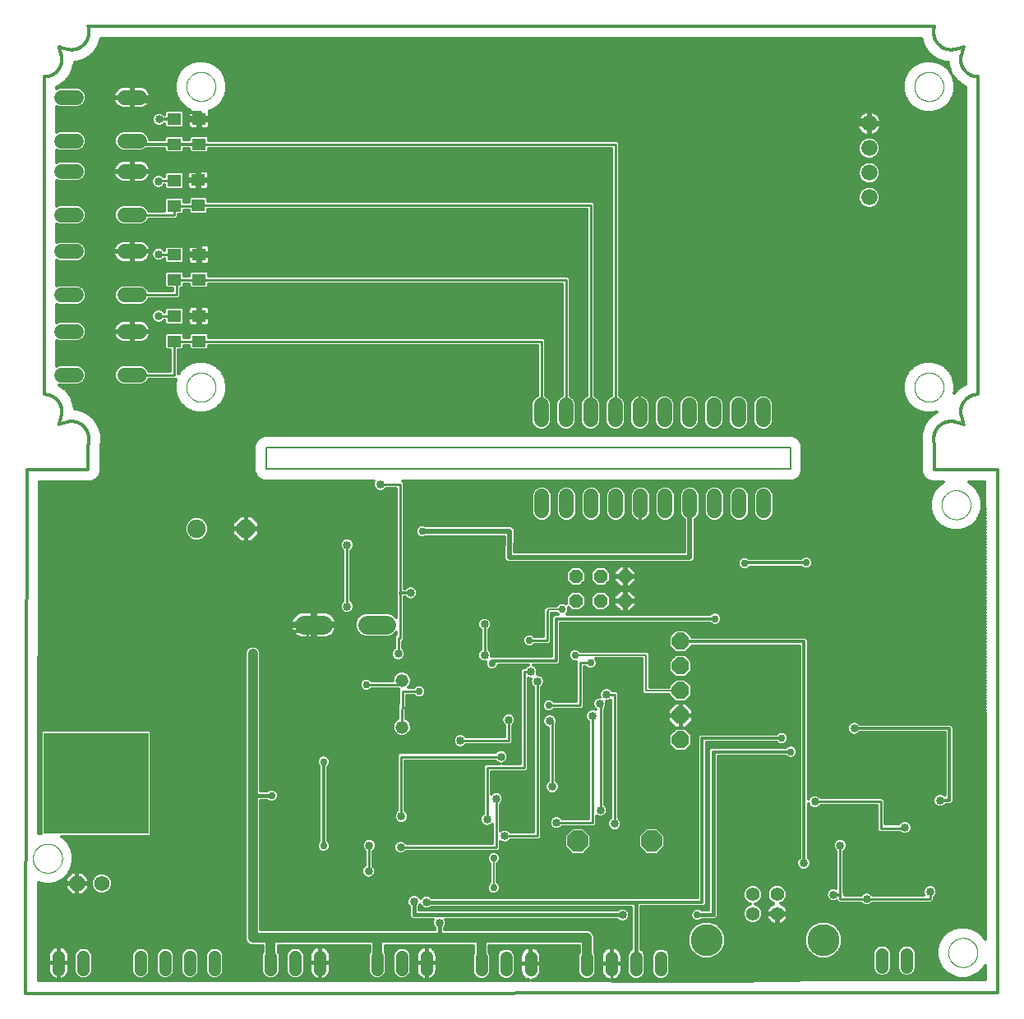
<source format=gbl>
G75*
%MOIN*%
%OFA0B0*%
%FSLAX25Y25*%
%IPPOS*%
%LPD*%
%AMOC8*
5,1,8,0,0,1.08239X$1,22.5*
%
%ADD10C,0.00591*%
%ADD11C,0.01181*%
%ADD12C,0.00600*%
%ADD13C,0.00000*%
%ADD14OC8,0.06200*%
%ADD15C,0.06200*%
%ADD16C,0.07500*%
%ADD17OC8,0.07500*%
%ADD18C,0.05150*%
%ADD19R,0.42520X0.40984*%
%ADD20C,0.04362*%
%ADD21C,0.07677*%
%ADD22OC8,0.07000*%
%ADD23C,0.06600*%
%ADD24C,0.05937*%
%ADD25R,0.05512X0.04724*%
%ADD26C,0.05600*%
%ADD27C,0.13000*%
%ADD28OC8,0.08500*%
%ADD29C,0.05200*%
%ADD30OC8,0.05600*%
%ADD31C,0.02978*%
%ADD32C,0.01000*%
%ADD33C,0.03346*%
%ADD34C,0.01200*%
%ADD35C,0.02781*%
%ADD36C,0.04000*%
%ADD37C,0.03962*%
%ADD38C,0.01600*%
%ADD39C,0.02000*%
%ADD40C,0.00787*%
D10*
X0017208Y0249100D02*
X0017383Y0249167D01*
X0017560Y0249231D01*
X0017738Y0249290D01*
X0017917Y0249344D01*
X0018097Y0249395D01*
X0020489Y0250035D02*
X0020655Y0250078D01*
X0020822Y0250116D01*
X0020989Y0250150D01*
X0021157Y0250180D01*
X0021326Y0250206D01*
X0021496Y0250228D01*
X0021666Y0250245D01*
X0021836Y0250259D01*
X0022007Y0250268D01*
X0022178Y0250274D01*
X0022349Y0250275D01*
X0022520Y0250272D01*
X0022690Y0250265D01*
X0022861Y0250253D01*
X0023031Y0250238D01*
X0023201Y0250218D01*
X0023370Y0250195D01*
X0023539Y0250167D01*
X0023707Y0250135D01*
X0023874Y0250099D01*
X0024040Y0250059D01*
X0024206Y0250015D01*
X0024370Y0249967D01*
X0024532Y0249915D01*
X0024694Y0249859D01*
X0024854Y0249799D01*
X0025013Y0249735D01*
X0025170Y0249667D01*
X0025325Y0249596D01*
X0025479Y0249521D01*
X0025630Y0249442D01*
X0025780Y0249360D01*
X0025928Y0249273D01*
X0026073Y0249184D01*
X0026216Y0249091D01*
X0026357Y0248994D01*
X0026496Y0248894D01*
X0026632Y0248790D01*
X0026766Y0248684D01*
X0026897Y0248574D01*
X0027025Y0248461D01*
X0027150Y0248345D01*
X0027273Y0248226D01*
X0027393Y0248103D01*
X0027509Y0247979D01*
X0027623Y0247851D01*
X0027733Y0247720D01*
X0027841Y0247587D01*
X0027945Y0247452D01*
X0028045Y0247313D01*
X0028143Y0247173D01*
X0028236Y0247030D01*
X0028327Y0246885D01*
X0028413Y0246737D01*
X0028497Y0246588D01*
X0028576Y0246437D01*
X0028652Y0246284D01*
X0028724Y0246129D01*
X0028792Y0245972D01*
X0028857Y0245813D01*
X0028917Y0245654D01*
X0028974Y0245492D01*
X0029027Y0245330D01*
X0029076Y0245166D01*
X0029120Y0245001D01*
X0029161Y0244835D01*
X0029198Y0244668D01*
X0029230Y0244500D01*
X0029259Y0244332D01*
X0029283Y0244162D01*
X0029304Y0243993D01*
X0029320Y0243822D01*
X0029332Y0243652D01*
X0029340Y0243481D01*
X0029344Y0243310D01*
X0029343Y0243139D01*
X0029344Y0243310D01*
X0029340Y0243481D01*
X0029332Y0243652D01*
X0029320Y0243822D01*
X0029304Y0243993D01*
X0029283Y0244162D01*
X0029259Y0244332D01*
X0029230Y0244500D01*
X0029198Y0244668D01*
X0029161Y0244835D01*
X0029120Y0245001D01*
X0029076Y0245166D01*
X0029027Y0245330D01*
X0028974Y0245492D01*
X0028917Y0245654D01*
X0028857Y0245813D01*
X0028792Y0245972D01*
X0028724Y0246129D01*
X0028652Y0246284D01*
X0028576Y0246437D01*
X0028497Y0246588D01*
X0028413Y0246737D01*
X0028327Y0246885D01*
X0028236Y0247030D01*
X0028143Y0247173D01*
X0028045Y0247313D01*
X0027945Y0247452D01*
X0027841Y0247587D01*
X0027733Y0247720D01*
X0027623Y0247851D01*
X0027509Y0247979D01*
X0027393Y0248103D01*
X0027273Y0248226D01*
X0027150Y0248345D01*
X0027025Y0248461D01*
X0026897Y0248574D01*
X0026766Y0248684D01*
X0026632Y0248790D01*
X0026496Y0248894D01*
X0026357Y0248994D01*
X0026216Y0249091D01*
X0026073Y0249184D01*
X0025928Y0249273D01*
X0025780Y0249360D01*
X0025630Y0249442D01*
X0025479Y0249521D01*
X0025325Y0249596D01*
X0025170Y0249667D01*
X0025013Y0249735D01*
X0024854Y0249799D01*
X0024694Y0249859D01*
X0024532Y0249915D01*
X0024370Y0249967D01*
X0024206Y0250015D01*
X0024040Y0250059D01*
X0023874Y0250099D01*
X0023707Y0250135D01*
X0023539Y0250167D01*
X0023370Y0250195D01*
X0023201Y0250218D01*
X0023031Y0250238D01*
X0022861Y0250253D01*
X0022690Y0250265D01*
X0022520Y0250272D01*
X0022349Y0250275D01*
X0022178Y0250274D01*
X0022007Y0250268D01*
X0021836Y0250259D01*
X0021666Y0250245D01*
X0021496Y0250228D01*
X0021326Y0250206D01*
X0021157Y0250180D01*
X0020989Y0250150D01*
X0020822Y0250116D01*
X0020655Y0250078D01*
X0020489Y0250035D01*
X0020655Y0250078D01*
X0020822Y0250116D01*
X0020989Y0250150D01*
X0021157Y0250180D01*
X0021326Y0250206D01*
X0021496Y0250228D01*
X0021666Y0250245D01*
X0021836Y0250259D01*
X0022007Y0250268D01*
X0022178Y0250274D01*
X0022349Y0250275D01*
X0022520Y0250272D01*
X0022690Y0250265D01*
X0022861Y0250253D01*
X0023031Y0250238D01*
X0023201Y0250218D01*
X0023370Y0250195D01*
X0023539Y0250167D01*
X0023707Y0250135D01*
X0023874Y0250099D01*
X0024040Y0250059D01*
X0024206Y0250015D01*
X0024370Y0249967D01*
X0024532Y0249915D01*
X0024694Y0249859D01*
X0024854Y0249799D01*
X0025013Y0249735D01*
X0025170Y0249667D01*
X0025325Y0249596D01*
X0025479Y0249521D01*
X0025630Y0249442D01*
X0025780Y0249360D01*
X0025928Y0249273D01*
X0026073Y0249184D01*
X0026216Y0249091D01*
X0026357Y0248994D01*
X0026496Y0248894D01*
X0026632Y0248790D01*
X0026766Y0248684D01*
X0026897Y0248574D01*
X0027025Y0248461D01*
X0027150Y0248345D01*
X0027273Y0248226D01*
X0027393Y0248103D01*
X0027509Y0247979D01*
X0027623Y0247851D01*
X0027733Y0247720D01*
X0027841Y0247587D01*
X0027945Y0247452D01*
X0028045Y0247313D01*
X0028143Y0247173D01*
X0028236Y0247030D01*
X0028327Y0246885D01*
X0028413Y0246737D01*
X0028497Y0246588D01*
X0028576Y0246437D01*
X0028652Y0246284D01*
X0028724Y0246129D01*
X0028792Y0245972D01*
X0028857Y0245813D01*
X0028917Y0245654D01*
X0028974Y0245492D01*
X0029027Y0245330D01*
X0029076Y0245166D01*
X0029120Y0245001D01*
X0029161Y0244835D01*
X0029198Y0244668D01*
X0029230Y0244500D01*
X0029259Y0244332D01*
X0029283Y0244162D01*
X0029304Y0243993D01*
X0029320Y0243822D01*
X0029332Y0243652D01*
X0029340Y0243481D01*
X0029344Y0243310D01*
X0029343Y0243139D01*
X0018097Y0249395D02*
X0017917Y0249344D01*
X0017738Y0249290D01*
X0017560Y0249231D01*
X0017383Y0249167D01*
X0017208Y0249100D01*
X0018144Y0252380D02*
X0018187Y0252546D01*
X0018225Y0252713D01*
X0018259Y0252880D01*
X0018289Y0253048D01*
X0018315Y0253217D01*
X0018337Y0253387D01*
X0018354Y0253557D01*
X0018368Y0253727D01*
X0018377Y0253898D01*
X0018383Y0254069D01*
X0018384Y0254240D01*
X0018381Y0254411D01*
X0018374Y0254581D01*
X0018362Y0254752D01*
X0018347Y0254922D01*
X0018327Y0255092D01*
X0018304Y0255261D01*
X0018276Y0255430D01*
X0018244Y0255598D01*
X0018208Y0255765D01*
X0018168Y0255931D01*
X0018124Y0256097D01*
X0018076Y0256261D01*
X0018024Y0256423D01*
X0017968Y0256585D01*
X0017908Y0256745D01*
X0017844Y0256904D01*
X0017776Y0257061D01*
X0017705Y0257216D01*
X0017630Y0257370D01*
X0017551Y0257521D01*
X0017469Y0257671D01*
X0017382Y0257819D01*
X0017293Y0257964D01*
X0017200Y0258107D01*
X0017103Y0258248D01*
X0017003Y0258387D01*
X0016899Y0258523D01*
X0016793Y0258657D01*
X0016683Y0258788D01*
X0016570Y0258916D01*
X0016454Y0259041D01*
X0016335Y0259164D01*
X0016212Y0259284D01*
X0016088Y0259400D01*
X0015960Y0259514D01*
X0015829Y0259624D01*
X0015696Y0259732D01*
X0015561Y0259836D01*
X0015422Y0259936D01*
X0015282Y0260034D01*
X0015139Y0260127D01*
X0014994Y0260218D01*
X0014846Y0260304D01*
X0014697Y0260388D01*
X0014546Y0260467D01*
X0014393Y0260543D01*
X0014238Y0260615D01*
X0014081Y0260683D01*
X0013922Y0260748D01*
X0013763Y0260808D01*
X0013601Y0260865D01*
X0013439Y0260918D01*
X0013275Y0260967D01*
X0013110Y0261011D01*
X0012944Y0261052D01*
X0012777Y0261089D01*
X0012609Y0261121D01*
X0012441Y0261150D01*
X0012271Y0261174D01*
X0012102Y0261195D01*
X0011931Y0261211D01*
X0011761Y0261223D01*
X0011590Y0261231D01*
X0011419Y0261235D01*
X0011248Y0261234D01*
X0011419Y0261235D01*
X0011590Y0261231D01*
X0011761Y0261223D01*
X0011931Y0261211D01*
X0012102Y0261195D01*
X0012271Y0261174D01*
X0012441Y0261150D01*
X0012609Y0261121D01*
X0012777Y0261089D01*
X0012944Y0261052D01*
X0013110Y0261011D01*
X0013275Y0260967D01*
X0013439Y0260918D01*
X0013601Y0260865D01*
X0013763Y0260808D01*
X0013922Y0260748D01*
X0014081Y0260683D01*
X0014238Y0260615D01*
X0014393Y0260543D01*
X0014546Y0260467D01*
X0014697Y0260388D01*
X0014846Y0260304D01*
X0014994Y0260218D01*
X0015139Y0260127D01*
X0015282Y0260034D01*
X0015422Y0259936D01*
X0015561Y0259836D01*
X0015696Y0259732D01*
X0015829Y0259624D01*
X0015960Y0259514D01*
X0016088Y0259400D01*
X0016212Y0259284D01*
X0016335Y0259164D01*
X0016454Y0259041D01*
X0016570Y0258916D01*
X0016683Y0258788D01*
X0016793Y0258657D01*
X0016899Y0258523D01*
X0017003Y0258387D01*
X0017103Y0258248D01*
X0017200Y0258107D01*
X0017293Y0257964D01*
X0017382Y0257819D01*
X0017469Y0257671D01*
X0017551Y0257521D01*
X0017630Y0257370D01*
X0017705Y0257216D01*
X0017776Y0257061D01*
X0017844Y0256904D01*
X0017908Y0256745D01*
X0017968Y0256585D01*
X0018024Y0256423D01*
X0018076Y0256261D01*
X0018124Y0256097D01*
X0018168Y0255931D01*
X0018208Y0255765D01*
X0018244Y0255598D01*
X0018276Y0255430D01*
X0018304Y0255261D01*
X0018327Y0255092D01*
X0018347Y0254922D01*
X0018362Y0254752D01*
X0018374Y0254581D01*
X0018381Y0254411D01*
X0018384Y0254240D01*
X0018383Y0254069D01*
X0018377Y0253898D01*
X0018368Y0253727D01*
X0018354Y0253557D01*
X0018337Y0253387D01*
X0018315Y0253217D01*
X0018289Y0253048D01*
X0018259Y0252880D01*
X0018225Y0252713D01*
X0018187Y0252546D01*
X0018144Y0252380D01*
X0018187Y0252546D01*
X0018225Y0252713D01*
X0018259Y0252880D01*
X0018289Y0253048D01*
X0018315Y0253217D01*
X0018337Y0253387D01*
X0018354Y0253557D01*
X0018368Y0253727D01*
X0018377Y0253898D01*
X0018383Y0254069D01*
X0018384Y0254240D01*
X0018381Y0254411D01*
X0018374Y0254581D01*
X0018362Y0254752D01*
X0018347Y0254922D01*
X0018327Y0255092D01*
X0018304Y0255261D01*
X0018276Y0255430D01*
X0018244Y0255598D01*
X0018208Y0255765D01*
X0018168Y0255931D01*
X0018124Y0256097D01*
X0018076Y0256261D01*
X0018024Y0256423D01*
X0017968Y0256585D01*
X0017908Y0256745D01*
X0017844Y0256904D01*
X0017776Y0257061D01*
X0017705Y0257216D01*
X0017630Y0257370D01*
X0017551Y0257521D01*
X0017469Y0257671D01*
X0017382Y0257819D01*
X0017293Y0257964D01*
X0017200Y0258107D01*
X0017103Y0258248D01*
X0017003Y0258387D01*
X0016899Y0258523D01*
X0016793Y0258657D01*
X0016683Y0258788D01*
X0016570Y0258916D01*
X0016454Y0259041D01*
X0016335Y0259164D01*
X0016212Y0259284D01*
X0016088Y0259400D01*
X0015960Y0259514D01*
X0015829Y0259624D01*
X0015696Y0259732D01*
X0015561Y0259836D01*
X0015422Y0259936D01*
X0015282Y0260034D01*
X0015139Y0260127D01*
X0014994Y0260218D01*
X0014846Y0260304D01*
X0014697Y0260388D01*
X0014546Y0260467D01*
X0014393Y0260543D01*
X0014238Y0260615D01*
X0014081Y0260683D01*
X0013922Y0260748D01*
X0013763Y0260808D01*
X0013601Y0260865D01*
X0013439Y0260918D01*
X0013275Y0260967D01*
X0013110Y0261011D01*
X0012944Y0261052D01*
X0012777Y0261089D01*
X0012609Y0261121D01*
X0012441Y0261150D01*
X0012271Y0261174D01*
X0012102Y0261195D01*
X0011931Y0261211D01*
X0011761Y0261223D01*
X0011590Y0261231D01*
X0011419Y0261235D01*
X0011248Y0261234D01*
X0017503Y0249989D02*
X0017452Y0249809D01*
X0017398Y0249629D01*
X0017339Y0249452D01*
X0017275Y0249275D01*
X0017208Y0249100D01*
X0017275Y0249275D01*
X0017339Y0249452D01*
X0017398Y0249629D01*
X0017452Y0249809D01*
X0017503Y0249989D01*
X0017452Y0249809D01*
X0017398Y0249629D01*
X0017339Y0249452D01*
X0017275Y0249275D01*
X0017208Y0249100D01*
X0017383Y0249167D01*
X0017560Y0249231D01*
X0017738Y0249290D01*
X0017917Y0249344D01*
X0018097Y0249395D01*
X0029342Y0243140D02*
X0029331Y0242716D01*
X0029310Y0242293D01*
X0029279Y0241871D01*
X0029237Y0241449D01*
X0029186Y0241028D01*
X0029125Y0240609D01*
X0029186Y0241028D01*
X0029237Y0241449D01*
X0029279Y0241871D01*
X0029310Y0242293D01*
X0029331Y0242716D01*
X0029342Y0243140D01*
X0029331Y0242716D01*
X0029310Y0242293D01*
X0029279Y0241871D01*
X0029237Y0241449D01*
X0029186Y0241028D01*
X0029125Y0240609D01*
X0011248Y0390192D02*
X0011419Y0390191D01*
X0011590Y0390195D01*
X0011761Y0390203D01*
X0011931Y0390215D01*
X0012102Y0390231D01*
X0012271Y0390252D01*
X0012441Y0390276D01*
X0012609Y0390305D01*
X0012777Y0390337D01*
X0012944Y0390374D01*
X0013110Y0390415D01*
X0013275Y0390459D01*
X0013439Y0390508D01*
X0013601Y0390561D01*
X0013763Y0390618D01*
X0013922Y0390678D01*
X0014081Y0390743D01*
X0014238Y0390811D01*
X0014393Y0390883D01*
X0014546Y0390959D01*
X0014697Y0391038D01*
X0014846Y0391122D01*
X0014994Y0391208D01*
X0015139Y0391299D01*
X0015282Y0391392D01*
X0015422Y0391490D01*
X0015561Y0391590D01*
X0015696Y0391694D01*
X0015829Y0391802D01*
X0015960Y0391912D01*
X0016088Y0392026D01*
X0016212Y0392142D01*
X0016335Y0392262D01*
X0016454Y0392385D01*
X0016570Y0392510D01*
X0016683Y0392638D01*
X0016793Y0392769D01*
X0016899Y0392903D01*
X0017003Y0393039D01*
X0017103Y0393178D01*
X0017200Y0393319D01*
X0017293Y0393462D01*
X0017382Y0393607D01*
X0017469Y0393755D01*
X0017551Y0393905D01*
X0017630Y0394056D01*
X0017705Y0394210D01*
X0017776Y0394365D01*
X0017844Y0394522D01*
X0017908Y0394681D01*
X0017968Y0394841D01*
X0018024Y0395003D01*
X0018076Y0395165D01*
X0018124Y0395329D01*
X0018168Y0395495D01*
X0018208Y0395661D01*
X0018244Y0395828D01*
X0018276Y0395996D01*
X0018304Y0396165D01*
X0018327Y0396334D01*
X0018347Y0396504D01*
X0018362Y0396674D01*
X0018374Y0396845D01*
X0018381Y0397015D01*
X0018384Y0397186D01*
X0018383Y0397357D01*
X0018377Y0397528D01*
X0018368Y0397699D01*
X0018354Y0397869D01*
X0018337Y0398039D01*
X0018315Y0398209D01*
X0018289Y0398378D01*
X0018259Y0398546D01*
X0018225Y0398713D01*
X0018187Y0398880D01*
X0018144Y0399046D01*
X0018187Y0398880D01*
X0018225Y0398713D01*
X0018259Y0398546D01*
X0018289Y0398378D01*
X0018315Y0398209D01*
X0018337Y0398039D01*
X0018354Y0397869D01*
X0018368Y0397699D01*
X0018377Y0397528D01*
X0018383Y0397357D01*
X0018384Y0397186D01*
X0018381Y0397015D01*
X0018374Y0396845D01*
X0018362Y0396674D01*
X0018347Y0396504D01*
X0018327Y0396334D01*
X0018304Y0396165D01*
X0018276Y0395996D01*
X0018244Y0395828D01*
X0018208Y0395661D01*
X0018168Y0395495D01*
X0018124Y0395329D01*
X0018076Y0395165D01*
X0018024Y0395003D01*
X0017968Y0394841D01*
X0017908Y0394681D01*
X0017844Y0394522D01*
X0017776Y0394365D01*
X0017705Y0394210D01*
X0017630Y0394056D01*
X0017551Y0393905D01*
X0017469Y0393755D01*
X0017382Y0393607D01*
X0017293Y0393462D01*
X0017200Y0393319D01*
X0017103Y0393178D01*
X0017003Y0393039D01*
X0016899Y0392903D01*
X0016793Y0392769D01*
X0016683Y0392638D01*
X0016570Y0392510D01*
X0016454Y0392385D01*
X0016335Y0392262D01*
X0016212Y0392142D01*
X0016088Y0392026D01*
X0015960Y0391912D01*
X0015829Y0391802D01*
X0015696Y0391694D01*
X0015561Y0391590D01*
X0015422Y0391490D01*
X0015282Y0391392D01*
X0015139Y0391299D01*
X0014994Y0391208D01*
X0014846Y0391122D01*
X0014697Y0391038D01*
X0014546Y0390959D01*
X0014393Y0390883D01*
X0014238Y0390811D01*
X0014081Y0390743D01*
X0013922Y0390678D01*
X0013763Y0390618D01*
X0013601Y0390561D01*
X0013439Y0390508D01*
X0013275Y0390459D01*
X0013110Y0390415D01*
X0012944Y0390374D01*
X0012777Y0390337D01*
X0012609Y0390305D01*
X0012441Y0390276D01*
X0012271Y0390252D01*
X0012102Y0390231D01*
X0011931Y0390215D01*
X0011761Y0390203D01*
X0011590Y0390195D01*
X0011419Y0390191D01*
X0011248Y0390192D01*
X0011419Y0390191D01*
X0011590Y0390195D01*
X0011761Y0390203D01*
X0011931Y0390215D01*
X0012102Y0390231D01*
X0012271Y0390252D01*
X0012441Y0390276D01*
X0012609Y0390305D01*
X0012777Y0390337D01*
X0012944Y0390374D01*
X0013110Y0390415D01*
X0013275Y0390459D01*
X0013439Y0390508D01*
X0013601Y0390561D01*
X0013763Y0390618D01*
X0013922Y0390678D01*
X0014081Y0390743D01*
X0014238Y0390811D01*
X0014393Y0390883D01*
X0014546Y0390959D01*
X0014697Y0391038D01*
X0014846Y0391122D01*
X0014994Y0391208D01*
X0015139Y0391299D01*
X0015282Y0391392D01*
X0015422Y0391490D01*
X0015561Y0391590D01*
X0015696Y0391694D01*
X0015829Y0391802D01*
X0015960Y0391912D01*
X0016088Y0392026D01*
X0016212Y0392142D01*
X0016335Y0392262D01*
X0016454Y0392385D01*
X0016570Y0392510D01*
X0016683Y0392638D01*
X0016793Y0392769D01*
X0016899Y0392903D01*
X0017003Y0393039D01*
X0017103Y0393178D01*
X0017200Y0393319D01*
X0017293Y0393462D01*
X0017382Y0393607D01*
X0017469Y0393755D01*
X0017551Y0393905D01*
X0017630Y0394056D01*
X0017705Y0394210D01*
X0017776Y0394365D01*
X0017844Y0394522D01*
X0017908Y0394681D01*
X0017968Y0394841D01*
X0018024Y0395003D01*
X0018076Y0395165D01*
X0018124Y0395329D01*
X0018168Y0395495D01*
X0018208Y0395661D01*
X0018244Y0395828D01*
X0018276Y0395996D01*
X0018304Y0396165D01*
X0018327Y0396334D01*
X0018347Y0396504D01*
X0018362Y0396674D01*
X0018374Y0396845D01*
X0018381Y0397015D01*
X0018384Y0397186D01*
X0018383Y0397357D01*
X0018377Y0397528D01*
X0018368Y0397699D01*
X0018354Y0397869D01*
X0018337Y0398039D01*
X0018315Y0398209D01*
X0018289Y0398378D01*
X0018259Y0398546D01*
X0018225Y0398713D01*
X0018187Y0398880D01*
X0018144Y0399046D01*
X0017503Y0401437D02*
X0017452Y0401617D01*
X0017398Y0401797D01*
X0017339Y0401974D01*
X0017275Y0402151D01*
X0017208Y0402326D01*
X0020489Y0401390D02*
X0020655Y0401347D01*
X0020822Y0401309D01*
X0020989Y0401275D01*
X0021157Y0401245D01*
X0021326Y0401219D01*
X0021496Y0401197D01*
X0021666Y0401180D01*
X0021836Y0401166D01*
X0022007Y0401157D01*
X0022178Y0401151D01*
X0022349Y0401150D01*
X0022520Y0401153D01*
X0022690Y0401160D01*
X0022861Y0401172D01*
X0023031Y0401187D01*
X0023201Y0401207D01*
X0023370Y0401230D01*
X0023539Y0401258D01*
X0023707Y0401290D01*
X0023874Y0401326D01*
X0024040Y0401366D01*
X0024206Y0401410D01*
X0024370Y0401458D01*
X0024532Y0401510D01*
X0024694Y0401566D01*
X0024854Y0401626D01*
X0025013Y0401690D01*
X0025170Y0401758D01*
X0025325Y0401829D01*
X0025479Y0401904D01*
X0025630Y0401983D01*
X0025780Y0402065D01*
X0025928Y0402152D01*
X0026073Y0402241D01*
X0026216Y0402334D01*
X0026357Y0402431D01*
X0026496Y0402531D01*
X0026632Y0402635D01*
X0026766Y0402741D01*
X0026897Y0402851D01*
X0027025Y0402964D01*
X0027150Y0403080D01*
X0027273Y0403199D01*
X0027393Y0403322D01*
X0027509Y0403446D01*
X0027623Y0403574D01*
X0027733Y0403705D01*
X0027841Y0403838D01*
X0027945Y0403974D01*
X0028045Y0404112D01*
X0028143Y0404252D01*
X0028236Y0404395D01*
X0028327Y0404540D01*
X0028413Y0404688D01*
X0028497Y0404837D01*
X0028576Y0404988D01*
X0028652Y0405141D01*
X0028724Y0405296D01*
X0028792Y0405453D01*
X0028857Y0405612D01*
X0028917Y0405771D01*
X0028974Y0405933D01*
X0029027Y0406095D01*
X0029076Y0406259D01*
X0029120Y0406424D01*
X0029161Y0406590D01*
X0029198Y0406757D01*
X0029230Y0406925D01*
X0029259Y0407093D01*
X0029283Y0407263D01*
X0029304Y0407432D01*
X0029320Y0407603D01*
X0029332Y0407773D01*
X0029340Y0407944D01*
X0029344Y0408115D01*
X0029343Y0408286D01*
X0029344Y0408115D01*
X0029340Y0407944D01*
X0029332Y0407773D01*
X0029320Y0407603D01*
X0029304Y0407432D01*
X0029283Y0407263D01*
X0029259Y0407093D01*
X0029230Y0406925D01*
X0029198Y0406757D01*
X0029161Y0406590D01*
X0029120Y0406424D01*
X0029076Y0406259D01*
X0029027Y0406095D01*
X0028974Y0405933D01*
X0028917Y0405771D01*
X0028857Y0405612D01*
X0028792Y0405453D01*
X0028724Y0405296D01*
X0028652Y0405141D01*
X0028576Y0404988D01*
X0028497Y0404837D01*
X0028413Y0404688D01*
X0028327Y0404540D01*
X0028236Y0404395D01*
X0028143Y0404252D01*
X0028045Y0404112D01*
X0027945Y0403974D01*
X0027841Y0403838D01*
X0027733Y0403705D01*
X0027623Y0403574D01*
X0027509Y0403446D01*
X0027393Y0403322D01*
X0027273Y0403199D01*
X0027150Y0403080D01*
X0027025Y0402964D01*
X0026897Y0402851D01*
X0026766Y0402741D01*
X0026632Y0402635D01*
X0026496Y0402531D01*
X0026357Y0402431D01*
X0026216Y0402334D01*
X0026073Y0402241D01*
X0025928Y0402152D01*
X0025780Y0402065D01*
X0025630Y0401983D01*
X0025479Y0401904D01*
X0025325Y0401829D01*
X0025170Y0401758D01*
X0025013Y0401690D01*
X0024854Y0401626D01*
X0024694Y0401566D01*
X0024532Y0401510D01*
X0024370Y0401458D01*
X0024206Y0401410D01*
X0024040Y0401366D01*
X0023874Y0401326D01*
X0023707Y0401290D01*
X0023539Y0401258D01*
X0023370Y0401230D01*
X0023201Y0401207D01*
X0023031Y0401187D01*
X0022861Y0401172D01*
X0022690Y0401160D01*
X0022520Y0401153D01*
X0022349Y0401150D01*
X0022178Y0401151D01*
X0022007Y0401157D01*
X0021836Y0401166D01*
X0021666Y0401180D01*
X0021496Y0401197D01*
X0021326Y0401219D01*
X0021157Y0401245D01*
X0020989Y0401275D01*
X0020822Y0401309D01*
X0020655Y0401347D01*
X0020489Y0401390D01*
X0020655Y0401347D01*
X0020822Y0401309D01*
X0020989Y0401275D01*
X0021157Y0401245D01*
X0021326Y0401219D01*
X0021496Y0401197D01*
X0021666Y0401180D01*
X0021836Y0401166D01*
X0022007Y0401157D01*
X0022178Y0401151D01*
X0022349Y0401150D01*
X0022520Y0401153D01*
X0022690Y0401160D01*
X0022861Y0401172D01*
X0023031Y0401187D01*
X0023201Y0401207D01*
X0023370Y0401230D01*
X0023539Y0401258D01*
X0023707Y0401290D01*
X0023874Y0401326D01*
X0024040Y0401366D01*
X0024206Y0401410D01*
X0024370Y0401458D01*
X0024532Y0401510D01*
X0024694Y0401566D01*
X0024854Y0401626D01*
X0025013Y0401690D01*
X0025170Y0401758D01*
X0025325Y0401829D01*
X0025479Y0401904D01*
X0025630Y0401983D01*
X0025780Y0402065D01*
X0025928Y0402152D01*
X0026073Y0402241D01*
X0026216Y0402334D01*
X0026357Y0402431D01*
X0026496Y0402531D01*
X0026632Y0402635D01*
X0026766Y0402741D01*
X0026897Y0402851D01*
X0027025Y0402964D01*
X0027150Y0403080D01*
X0027273Y0403199D01*
X0027393Y0403322D01*
X0027509Y0403446D01*
X0027623Y0403574D01*
X0027733Y0403705D01*
X0027841Y0403838D01*
X0027945Y0403974D01*
X0028045Y0404112D01*
X0028143Y0404252D01*
X0028236Y0404395D01*
X0028327Y0404540D01*
X0028413Y0404688D01*
X0028497Y0404837D01*
X0028576Y0404988D01*
X0028652Y0405141D01*
X0028724Y0405296D01*
X0028792Y0405453D01*
X0028857Y0405612D01*
X0028917Y0405771D01*
X0028974Y0405933D01*
X0029027Y0406095D01*
X0029076Y0406259D01*
X0029120Y0406424D01*
X0029161Y0406590D01*
X0029198Y0406757D01*
X0029230Y0406925D01*
X0029259Y0407093D01*
X0029283Y0407263D01*
X0029304Y0407432D01*
X0029320Y0407603D01*
X0029332Y0407773D01*
X0029340Y0407944D01*
X0029344Y0408115D01*
X0029343Y0408286D01*
X0018097Y0402031D02*
X0017917Y0402082D01*
X0017738Y0402136D01*
X0017560Y0402195D01*
X0017383Y0402259D01*
X0017208Y0402326D01*
X0017383Y0402259D01*
X0017560Y0402195D01*
X0017738Y0402136D01*
X0017917Y0402082D01*
X0018097Y0402031D01*
X0017917Y0402082D01*
X0017738Y0402136D01*
X0017560Y0402195D01*
X0017383Y0402259D01*
X0017208Y0402326D01*
X0017275Y0402151D01*
X0017339Y0401974D01*
X0017398Y0401797D01*
X0017452Y0401617D01*
X0017503Y0401437D01*
X0017452Y0401617D01*
X0017398Y0401797D01*
X0017339Y0401974D01*
X0017275Y0402151D01*
X0017208Y0402326D01*
X0029342Y0408286D02*
X0029331Y0408710D01*
X0029310Y0409133D01*
X0029279Y0409555D01*
X0029237Y0409977D01*
X0029186Y0410398D01*
X0029125Y0410817D01*
X0029186Y0410398D01*
X0029237Y0409977D01*
X0029279Y0409555D01*
X0029310Y0409133D01*
X0029331Y0408710D01*
X0029342Y0408286D01*
X0029331Y0408710D01*
X0029310Y0409133D01*
X0029279Y0409555D01*
X0029237Y0409977D01*
X0029186Y0410398D01*
X0029125Y0410817D01*
X0372043Y0408286D02*
X0372042Y0408115D01*
X0372046Y0407944D01*
X0372054Y0407773D01*
X0372066Y0407603D01*
X0372082Y0407432D01*
X0372103Y0407263D01*
X0372127Y0407093D01*
X0372156Y0406925D01*
X0372188Y0406757D01*
X0372225Y0406590D01*
X0372266Y0406424D01*
X0372310Y0406259D01*
X0372359Y0406095D01*
X0372412Y0405933D01*
X0372469Y0405771D01*
X0372529Y0405612D01*
X0372594Y0405453D01*
X0372662Y0405296D01*
X0372734Y0405141D01*
X0372810Y0404988D01*
X0372889Y0404837D01*
X0372973Y0404688D01*
X0373059Y0404540D01*
X0373150Y0404395D01*
X0373243Y0404252D01*
X0373341Y0404112D01*
X0373441Y0403974D01*
X0373545Y0403838D01*
X0373653Y0403705D01*
X0373763Y0403574D01*
X0373877Y0403446D01*
X0373993Y0403322D01*
X0374113Y0403199D01*
X0374236Y0403080D01*
X0374361Y0402964D01*
X0374489Y0402851D01*
X0374620Y0402741D01*
X0374754Y0402635D01*
X0374890Y0402531D01*
X0375029Y0402431D01*
X0375170Y0402334D01*
X0375313Y0402241D01*
X0375458Y0402152D01*
X0375606Y0402065D01*
X0375756Y0401983D01*
X0375907Y0401904D01*
X0376061Y0401829D01*
X0376216Y0401758D01*
X0376373Y0401690D01*
X0376532Y0401626D01*
X0376692Y0401566D01*
X0376854Y0401510D01*
X0377016Y0401458D01*
X0377180Y0401410D01*
X0377346Y0401366D01*
X0377512Y0401326D01*
X0377679Y0401290D01*
X0377847Y0401258D01*
X0378016Y0401230D01*
X0378185Y0401207D01*
X0378355Y0401187D01*
X0378525Y0401172D01*
X0378696Y0401160D01*
X0378866Y0401153D01*
X0379037Y0401150D01*
X0379208Y0401151D01*
X0379379Y0401157D01*
X0379550Y0401166D01*
X0379720Y0401180D01*
X0379890Y0401197D01*
X0380060Y0401219D01*
X0380229Y0401245D01*
X0380397Y0401275D01*
X0380564Y0401309D01*
X0380731Y0401347D01*
X0380897Y0401390D01*
X0380731Y0401347D01*
X0380564Y0401309D01*
X0380397Y0401275D01*
X0380229Y0401245D01*
X0380060Y0401219D01*
X0379890Y0401197D01*
X0379720Y0401180D01*
X0379550Y0401166D01*
X0379379Y0401157D01*
X0379208Y0401151D01*
X0379037Y0401150D01*
X0378866Y0401153D01*
X0378696Y0401160D01*
X0378525Y0401172D01*
X0378355Y0401187D01*
X0378185Y0401207D01*
X0378016Y0401230D01*
X0377847Y0401258D01*
X0377679Y0401290D01*
X0377512Y0401326D01*
X0377346Y0401366D01*
X0377180Y0401410D01*
X0377016Y0401458D01*
X0376854Y0401510D01*
X0376692Y0401566D01*
X0376532Y0401626D01*
X0376373Y0401690D01*
X0376216Y0401758D01*
X0376061Y0401829D01*
X0375907Y0401904D01*
X0375756Y0401983D01*
X0375606Y0402065D01*
X0375458Y0402152D01*
X0375313Y0402241D01*
X0375170Y0402334D01*
X0375029Y0402431D01*
X0374890Y0402531D01*
X0374754Y0402635D01*
X0374620Y0402741D01*
X0374489Y0402851D01*
X0374361Y0402964D01*
X0374236Y0403080D01*
X0374113Y0403199D01*
X0373993Y0403322D01*
X0373877Y0403446D01*
X0373763Y0403574D01*
X0373653Y0403705D01*
X0373545Y0403838D01*
X0373441Y0403974D01*
X0373341Y0404112D01*
X0373243Y0404252D01*
X0373150Y0404395D01*
X0373059Y0404540D01*
X0372973Y0404688D01*
X0372889Y0404837D01*
X0372810Y0404988D01*
X0372734Y0405141D01*
X0372662Y0405296D01*
X0372594Y0405453D01*
X0372529Y0405612D01*
X0372469Y0405771D01*
X0372412Y0405933D01*
X0372359Y0406095D01*
X0372310Y0406259D01*
X0372266Y0406424D01*
X0372225Y0406590D01*
X0372188Y0406757D01*
X0372156Y0406925D01*
X0372127Y0407093D01*
X0372103Y0407263D01*
X0372082Y0407432D01*
X0372066Y0407603D01*
X0372054Y0407773D01*
X0372046Y0407944D01*
X0372042Y0408115D01*
X0372043Y0408286D01*
X0372042Y0408115D01*
X0372046Y0407944D01*
X0372054Y0407773D01*
X0372066Y0407603D01*
X0372082Y0407432D01*
X0372103Y0407263D01*
X0372127Y0407093D01*
X0372156Y0406925D01*
X0372188Y0406757D01*
X0372225Y0406590D01*
X0372266Y0406424D01*
X0372310Y0406259D01*
X0372359Y0406095D01*
X0372412Y0405933D01*
X0372469Y0405771D01*
X0372529Y0405612D01*
X0372594Y0405453D01*
X0372662Y0405296D01*
X0372734Y0405141D01*
X0372810Y0404988D01*
X0372889Y0404837D01*
X0372973Y0404688D01*
X0373059Y0404540D01*
X0373150Y0404395D01*
X0373243Y0404252D01*
X0373341Y0404112D01*
X0373441Y0403974D01*
X0373545Y0403838D01*
X0373653Y0403705D01*
X0373763Y0403574D01*
X0373877Y0403446D01*
X0373993Y0403322D01*
X0374113Y0403199D01*
X0374236Y0403080D01*
X0374361Y0402964D01*
X0374489Y0402851D01*
X0374620Y0402741D01*
X0374754Y0402635D01*
X0374890Y0402531D01*
X0375029Y0402431D01*
X0375170Y0402334D01*
X0375313Y0402241D01*
X0375458Y0402152D01*
X0375606Y0402065D01*
X0375756Y0401983D01*
X0375907Y0401904D01*
X0376061Y0401829D01*
X0376216Y0401758D01*
X0376373Y0401690D01*
X0376532Y0401626D01*
X0376692Y0401566D01*
X0376854Y0401510D01*
X0377016Y0401458D01*
X0377180Y0401410D01*
X0377346Y0401366D01*
X0377512Y0401326D01*
X0377679Y0401290D01*
X0377847Y0401258D01*
X0378016Y0401230D01*
X0378185Y0401207D01*
X0378355Y0401187D01*
X0378525Y0401172D01*
X0378696Y0401160D01*
X0378866Y0401153D01*
X0379037Y0401150D01*
X0379208Y0401151D01*
X0379379Y0401157D01*
X0379550Y0401166D01*
X0379720Y0401180D01*
X0379890Y0401197D01*
X0380060Y0401219D01*
X0380229Y0401245D01*
X0380397Y0401275D01*
X0380564Y0401309D01*
X0380731Y0401347D01*
X0380897Y0401390D01*
X0383289Y0402031D02*
X0383469Y0402082D01*
X0383648Y0402136D01*
X0383826Y0402195D01*
X0384003Y0402259D01*
X0384178Y0402326D01*
X0383242Y0399046D02*
X0383199Y0398880D01*
X0383161Y0398713D01*
X0383127Y0398546D01*
X0383097Y0398378D01*
X0383071Y0398209D01*
X0383049Y0398039D01*
X0383032Y0397869D01*
X0383018Y0397699D01*
X0383009Y0397528D01*
X0383003Y0397357D01*
X0383002Y0397186D01*
X0383005Y0397015D01*
X0383012Y0396845D01*
X0383024Y0396674D01*
X0383039Y0396504D01*
X0383059Y0396334D01*
X0383082Y0396165D01*
X0383110Y0395996D01*
X0383142Y0395828D01*
X0383178Y0395661D01*
X0383218Y0395495D01*
X0383262Y0395329D01*
X0383310Y0395165D01*
X0383362Y0395003D01*
X0383418Y0394841D01*
X0383478Y0394681D01*
X0383542Y0394522D01*
X0383610Y0394365D01*
X0383681Y0394210D01*
X0383756Y0394056D01*
X0383835Y0393905D01*
X0383917Y0393755D01*
X0384004Y0393607D01*
X0384093Y0393462D01*
X0384186Y0393319D01*
X0384283Y0393178D01*
X0384383Y0393039D01*
X0384487Y0392903D01*
X0384593Y0392769D01*
X0384703Y0392638D01*
X0384816Y0392510D01*
X0384932Y0392385D01*
X0385051Y0392262D01*
X0385174Y0392142D01*
X0385298Y0392026D01*
X0385426Y0391912D01*
X0385557Y0391802D01*
X0385690Y0391694D01*
X0385825Y0391590D01*
X0385964Y0391490D01*
X0386104Y0391392D01*
X0386247Y0391299D01*
X0386392Y0391208D01*
X0386540Y0391122D01*
X0386689Y0391038D01*
X0386840Y0390959D01*
X0386993Y0390883D01*
X0387148Y0390811D01*
X0387305Y0390743D01*
X0387464Y0390678D01*
X0387623Y0390618D01*
X0387785Y0390561D01*
X0387947Y0390508D01*
X0388111Y0390459D01*
X0388276Y0390415D01*
X0388442Y0390374D01*
X0388609Y0390337D01*
X0388777Y0390305D01*
X0388945Y0390276D01*
X0389115Y0390252D01*
X0389284Y0390231D01*
X0389455Y0390215D01*
X0389625Y0390203D01*
X0389796Y0390195D01*
X0389967Y0390191D01*
X0390138Y0390192D01*
X0389967Y0390191D01*
X0389796Y0390195D01*
X0389625Y0390203D01*
X0389455Y0390215D01*
X0389284Y0390231D01*
X0389115Y0390252D01*
X0388945Y0390276D01*
X0388777Y0390305D01*
X0388609Y0390337D01*
X0388442Y0390374D01*
X0388276Y0390415D01*
X0388111Y0390459D01*
X0387947Y0390508D01*
X0387785Y0390561D01*
X0387623Y0390618D01*
X0387464Y0390678D01*
X0387305Y0390743D01*
X0387148Y0390811D01*
X0386993Y0390883D01*
X0386840Y0390959D01*
X0386689Y0391038D01*
X0386540Y0391122D01*
X0386392Y0391208D01*
X0386247Y0391299D01*
X0386104Y0391392D01*
X0385964Y0391490D01*
X0385825Y0391590D01*
X0385690Y0391694D01*
X0385557Y0391802D01*
X0385426Y0391912D01*
X0385298Y0392026D01*
X0385174Y0392142D01*
X0385051Y0392262D01*
X0384932Y0392385D01*
X0384816Y0392510D01*
X0384703Y0392638D01*
X0384593Y0392769D01*
X0384487Y0392903D01*
X0384383Y0393039D01*
X0384283Y0393178D01*
X0384186Y0393319D01*
X0384093Y0393462D01*
X0384004Y0393607D01*
X0383917Y0393755D01*
X0383835Y0393905D01*
X0383756Y0394056D01*
X0383681Y0394210D01*
X0383610Y0394365D01*
X0383542Y0394522D01*
X0383478Y0394681D01*
X0383418Y0394841D01*
X0383362Y0395003D01*
X0383310Y0395165D01*
X0383262Y0395329D01*
X0383218Y0395495D01*
X0383178Y0395661D01*
X0383142Y0395828D01*
X0383110Y0395996D01*
X0383082Y0396165D01*
X0383059Y0396334D01*
X0383039Y0396504D01*
X0383024Y0396674D01*
X0383012Y0396845D01*
X0383005Y0397015D01*
X0383002Y0397186D01*
X0383003Y0397357D01*
X0383009Y0397528D01*
X0383018Y0397699D01*
X0383032Y0397869D01*
X0383049Y0398039D01*
X0383071Y0398209D01*
X0383097Y0398378D01*
X0383127Y0398546D01*
X0383161Y0398713D01*
X0383199Y0398880D01*
X0383242Y0399046D01*
X0383199Y0398880D01*
X0383161Y0398713D01*
X0383127Y0398546D01*
X0383097Y0398378D01*
X0383071Y0398209D01*
X0383049Y0398039D01*
X0383032Y0397869D01*
X0383018Y0397699D01*
X0383009Y0397528D01*
X0383003Y0397357D01*
X0383002Y0397186D01*
X0383005Y0397015D01*
X0383012Y0396845D01*
X0383024Y0396674D01*
X0383039Y0396504D01*
X0383059Y0396334D01*
X0383082Y0396165D01*
X0383110Y0395996D01*
X0383142Y0395828D01*
X0383178Y0395661D01*
X0383218Y0395495D01*
X0383262Y0395329D01*
X0383310Y0395165D01*
X0383362Y0395003D01*
X0383418Y0394841D01*
X0383478Y0394681D01*
X0383542Y0394522D01*
X0383610Y0394365D01*
X0383681Y0394210D01*
X0383756Y0394056D01*
X0383835Y0393905D01*
X0383917Y0393755D01*
X0384004Y0393607D01*
X0384093Y0393462D01*
X0384186Y0393319D01*
X0384283Y0393178D01*
X0384383Y0393039D01*
X0384487Y0392903D01*
X0384593Y0392769D01*
X0384703Y0392638D01*
X0384816Y0392510D01*
X0384932Y0392385D01*
X0385051Y0392262D01*
X0385174Y0392142D01*
X0385298Y0392026D01*
X0385426Y0391912D01*
X0385557Y0391802D01*
X0385690Y0391694D01*
X0385825Y0391590D01*
X0385964Y0391490D01*
X0386104Y0391392D01*
X0386247Y0391299D01*
X0386392Y0391208D01*
X0386540Y0391122D01*
X0386689Y0391038D01*
X0386840Y0390959D01*
X0386993Y0390883D01*
X0387148Y0390811D01*
X0387305Y0390743D01*
X0387464Y0390678D01*
X0387623Y0390618D01*
X0387785Y0390561D01*
X0387947Y0390508D01*
X0388111Y0390459D01*
X0388276Y0390415D01*
X0388442Y0390374D01*
X0388609Y0390337D01*
X0388777Y0390305D01*
X0388945Y0390276D01*
X0389115Y0390252D01*
X0389284Y0390231D01*
X0389455Y0390215D01*
X0389625Y0390203D01*
X0389796Y0390195D01*
X0389967Y0390191D01*
X0390138Y0390192D01*
X0383883Y0401437D02*
X0383934Y0401617D01*
X0383988Y0401796D01*
X0384047Y0401974D01*
X0384110Y0402151D01*
X0384178Y0402325D01*
X0384110Y0402151D01*
X0384047Y0401974D01*
X0383988Y0401796D01*
X0383934Y0401617D01*
X0383883Y0401437D01*
X0383934Y0401617D01*
X0383988Y0401796D01*
X0384047Y0401974D01*
X0384110Y0402151D01*
X0384178Y0402325D01*
X0384178Y0402326D02*
X0384003Y0402259D01*
X0383826Y0402195D01*
X0383648Y0402136D01*
X0383469Y0402082D01*
X0383289Y0402031D01*
X0383469Y0402082D01*
X0383648Y0402136D01*
X0383826Y0402195D01*
X0384003Y0402259D01*
X0384178Y0402326D01*
X0372044Y0408286D02*
X0372055Y0408710D01*
X0372076Y0409133D01*
X0372107Y0409555D01*
X0372149Y0409977D01*
X0372200Y0410398D01*
X0372261Y0410817D01*
X0372200Y0410398D01*
X0372149Y0409977D01*
X0372107Y0409555D01*
X0372076Y0409133D01*
X0372055Y0408710D01*
X0372044Y0408286D01*
X0372055Y0408710D01*
X0372076Y0409133D01*
X0372107Y0409555D01*
X0372149Y0409977D01*
X0372200Y0410398D01*
X0372261Y0410817D01*
X0390138Y0261234D02*
X0389967Y0261235D01*
X0389796Y0261231D01*
X0389625Y0261223D01*
X0389455Y0261211D01*
X0389284Y0261195D01*
X0389115Y0261174D01*
X0388945Y0261150D01*
X0388777Y0261121D01*
X0388609Y0261089D01*
X0388442Y0261052D01*
X0388276Y0261011D01*
X0388111Y0260967D01*
X0387947Y0260918D01*
X0387785Y0260865D01*
X0387623Y0260808D01*
X0387464Y0260748D01*
X0387305Y0260683D01*
X0387148Y0260615D01*
X0386993Y0260543D01*
X0386840Y0260467D01*
X0386689Y0260388D01*
X0386540Y0260304D01*
X0386392Y0260218D01*
X0386247Y0260127D01*
X0386104Y0260034D01*
X0385964Y0259936D01*
X0385825Y0259836D01*
X0385690Y0259732D01*
X0385557Y0259624D01*
X0385426Y0259514D01*
X0385298Y0259400D01*
X0385174Y0259284D01*
X0385051Y0259164D01*
X0384932Y0259041D01*
X0384816Y0258916D01*
X0384703Y0258788D01*
X0384593Y0258657D01*
X0384487Y0258523D01*
X0384383Y0258387D01*
X0384283Y0258248D01*
X0384186Y0258107D01*
X0384093Y0257964D01*
X0384004Y0257819D01*
X0383917Y0257671D01*
X0383835Y0257521D01*
X0383756Y0257370D01*
X0383681Y0257216D01*
X0383610Y0257061D01*
X0383542Y0256904D01*
X0383478Y0256745D01*
X0383418Y0256585D01*
X0383362Y0256423D01*
X0383310Y0256261D01*
X0383262Y0256097D01*
X0383218Y0255931D01*
X0383178Y0255765D01*
X0383142Y0255598D01*
X0383110Y0255430D01*
X0383082Y0255261D01*
X0383059Y0255092D01*
X0383039Y0254922D01*
X0383024Y0254752D01*
X0383012Y0254581D01*
X0383005Y0254411D01*
X0383002Y0254240D01*
X0383003Y0254069D01*
X0383009Y0253898D01*
X0383018Y0253727D01*
X0383032Y0253557D01*
X0383049Y0253387D01*
X0383071Y0253217D01*
X0383097Y0253048D01*
X0383127Y0252880D01*
X0383161Y0252713D01*
X0383199Y0252546D01*
X0383242Y0252380D01*
X0383199Y0252546D01*
X0383161Y0252713D01*
X0383127Y0252880D01*
X0383097Y0253048D01*
X0383071Y0253217D01*
X0383049Y0253387D01*
X0383032Y0253557D01*
X0383018Y0253727D01*
X0383009Y0253898D01*
X0383003Y0254069D01*
X0383002Y0254240D01*
X0383005Y0254411D01*
X0383012Y0254581D01*
X0383024Y0254752D01*
X0383039Y0254922D01*
X0383059Y0255092D01*
X0383082Y0255261D01*
X0383110Y0255430D01*
X0383142Y0255598D01*
X0383178Y0255765D01*
X0383218Y0255931D01*
X0383262Y0256097D01*
X0383310Y0256261D01*
X0383362Y0256423D01*
X0383418Y0256585D01*
X0383478Y0256745D01*
X0383542Y0256904D01*
X0383610Y0257061D01*
X0383681Y0257216D01*
X0383756Y0257370D01*
X0383835Y0257521D01*
X0383917Y0257671D01*
X0384004Y0257819D01*
X0384093Y0257964D01*
X0384186Y0258107D01*
X0384283Y0258248D01*
X0384383Y0258387D01*
X0384487Y0258523D01*
X0384593Y0258657D01*
X0384703Y0258788D01*
X0384816Y0258916D01*
X0384932Y0259041D01*
X0385051Y0259164D01*
X0385174Y0259284D01*
X0385298Y0259400D01*
X0385426Y0259514D01*
X0385557Y0259624D01*
X0385690Y0259732D01*
X0385825Y0259836D01*
X0385964Y0259936D01*
X0386104Y0260034D01*
X0386247Y0260127D01*
X0386392Y0260218D01*
X0386540Y0260304D01*
X0386689Y0260388D01*
X0386840Y0260467D01*
X0386993Y0260543D01*
X0387148Y0260615D01*
X0387305Y0260683D01*
X0387464Y0260748D01*
X0387623Y0260808D01*
X0387785Y0260865D01*
X0387947Y0260918D01*
X0388111Y0260967D01*
X0388276Y0261011D01*
X0388442Y0261052D01*
X0388609Y0261089D01*
X0388777Y0261121D01*
X0388945Y0261150D01*
X0389115Y0261174D01*
X0389284Y0261195D01*
X0389455Y0261211D01*
X0389625Y0261223D01*
X0389796Y0261231D01*
X0389967Y0261235D01*
X0390138Y0261234D01*
X0389967Y0261235D01*
X0389796Y0261231D01*
X0389625Y0261223D01*
X0389455Y0261211D01*
X0389284Y0261195D01*
X0389115Y0261174D01*
X0388945Y0261150D01*
X0388777Y0261121D01*
X0388609Y0261089D01*
X0388442Y0261052D01*
X0388276Y0261011D01*
X0388111Y0260967D01*
X0387947Y0260918D01*
X0387785Y0260865D01*
X0387623Y0260808D01*
X0387464Y0260748D01*
X0387305Y0260683D01*
X0387148Y0260615D01*
X0386993Y0260543D01*
X0386840Y0260467D01*
X0386689Y0260388D01*
X0386540Y0260304D01*
X0386392Y0260218D01*
X0386247Y0260127D01*
X0386104Y0260034D01*
X0385964Y0259936D01*
X0385825Y0259836D01*
X0385690Y0259732D01*
X0385557Y0259624D01*
X0385426Y0259514D01*
X0385298Y0259400D01*
X0385174Y0259284D01*
X0385051Y0259164D01*
X0384932Y0259041D01*
X0384816Y0258916D01*
X0384703Y0258788D01*
X0384593Y0258657D01*
X0384487Y0258523D01*
X0384383Y0258387D01*
X0384283Y0258248D01*
X0384186Y0258107D01*
X0384093Y0257964D01*
X0384004Y0257819D01*
X0383917Y0257671D01*
X0383835Y0257521D01*
X0383756Y0257370D01*
X0383681Y0257216D01*
X0383610Y0257061D01*
X0383542Y0256904D01*
X0383478Y0256745D01*
X0383418Y0256585D01*
X0383362Y0256423D01*
X0383310Y0256261D01*
X0383262Y0256097D01*
X0383218Y0255931D01*
X0383178Y0255765D01*
X0383142Y0255598D01*
X0383110Y0255430D01*
X0383082Y0255261D01*
X0383059Y0255092D01*
X0383039Y0254922D01*
X0383024Y0254752D01*
X0383012Y0254581D01*
X0383005Y0254411D01*
X0383002Y0254240D01*
X0383003Y0254069D01*
X0383009Y0253898D01*
X0383018Y0253727D01*
X0383032Y0253557D01*
X0383049Y0253387D01*
X0383071Y0253217D01*
X0383097Y0253048D01*
X0383127Y0252880D01*
X0383161Y0252713D01*
X0383199Y0252546D01*
X0383242Y0252380D01*
X0383883Y0249989D02*
X0383934Y0249809D01*
X0383988Y0249630D01*
X0384047Y0249452D01*
X0384110Y0249275D01*
X0384178Y0249101D01*
X0380897Y0250035D02*
X0380731Y0250078D01*
X0380564Y0250116D01*
X0380397Y0250150D01*
X0380229Y0250180D01*
X0380060Y0250206D01*
X0379890Y0250228D01*
X0379720Y0250245D01*
X0379550Y0250259D01*
X0379379Y0250268D01*
X0379208Y0250274D01*
X0379037Y0250275D01*
X0378866Y0250272D01*
X0378696Y0250265D01*
X0378525Y0250253D01*
X0378355Y0250238D01*
X0378185Y0250218D01*
X0378016Y0250195D01*
X0377847Y0250167D01*
X0377679Y0250135D01*
X0377512Y0250099D01*
X0377346Y0250059D01*
X0377180Y0250015D01*
X0377016Y0249967D01*
X0376854Y0249915D01*
X0376692Y0249859D01*
X0376532Y0249799D01*
X0376373Y0249735D01*
X0376216Y0249667D01*
X0376061Y0249596D01*
X0375907Y0249521D01*
X0375756Y0249442D01*
X0375606Y0249360D01*
X0375458Y0249273D01*
X0375313Y0249184D01*
X0375170Y0249091D01*
X0375029Y0248994D01*
X0374890Y0248894D01*
X0374754Y0248790D01*
X0374620Y0248684D01*
X0374489Y0248574D01*
X0374361Y0248461D01*
X0374236Y0248345D01*
X0374113Y0248226D01*
X0373993Y0248103D01*
X0373877Y0247979D01*
X0373763Y0247851D01*
X0373653Y0247720D01*
X0373545Y0247587D01*
X0373441Y0247452D01*
X0373341Y0247313D01*
X0373243Y0247173D01*
X0373150Y0247030D01*
X0373059Y0246885D01*
X0372973Y0246737D01*
X0372889Y0246588D01*
X0372810Y0246437D01*
X0372734Y0246284D01*
X0372662Y0246129D01*
X0372594Y0245972D01*
X0372529Y0245813D01*
X0372469Y0245654D01*
X0372412Y0245492D01*
X0372359Y0245330D01*
X0372310Y0245166D01*
X0372266Y0245001D01*
X0372225Y0244835D01*
X0372188Y0244668D01*
X0372156Y0244500D01*
X0372127Y0244332D01*
X0372103Y0244162D01*
X0372082Y0243993D01*
X0372066Y0243822D01*
X0372054Y0243652D01*
X0372046Y0243481D01*
X0372042Y0243310D01*
X0372043Y0243139D01*
X0372042Y0243310D01*
X0372046Y0243481D01*
X0372054Y0243652D01*
X0372066Y0243822D01*
X0372082Y0243993D01*
X0372103Y0244162D01*
X0372127Y0244332D01*
X0372156Y0244500D01*
X0372188Y0244668D01*
X0372225Y0244835D01*
X0372266Y0245001D01*
X0372310Y0245166D01*
X0372359Y0245330D01*
X0372412Y0245492D01*
X0372469Y0245654D01*
X0372529Y0245813D01*
X0372594Y0245972D01*
X0372662Y0246129D01*
X0372734Y0246284D01*
X0372810Y0246437D01*
X0372889Y0246588D01*
X0372973Y0246737D01*
X0373059Y0246885D01*
X0373150Y0247030D01*
X0373243Y0247173D01*
X0373341Y0247313D01*
X0373441Y0247452D01*
X0373545Y0247587D01*
X0373653Y0247720D01*
X0373763Y0247851D01*
X0373877Y0247979D01*
X0373993Y0248103D01*
X0374113Y0248226D01*
X0374236Y0248345D01*
X0374361Y0248461D01*
X0374489Y0248574D01*
X0374620Y0248684D01*
X0374754Y0248790D01*
X0374890Y0248894D01*
X0375029Y0248994D01*
X0375170Y0249091D01*
X0375313Y0249184D01*
X0375458Y0249273D01*
X0375606Y0249360D01*
X0375756Y0249442D01*
X0375907Y0249521D01*
X0376061Y0249596D01*
X0376216Y0249667D01*
X0376373Y0249735D01*
X0376532Y0249799D01*
X0376692Y0249859D01*
X0376854Y0249915D01*
X0377016Y0249967D01*
X0377180Y0250015D01*
X0377346Y0250059D01*
X0377512Y0250099D01*
X0377679Y0250135D01*
X0377847Y0250167D01*
X0378016Y0250195D01*
X0378185Y0250218D01*
X0378355Y0250238D01*
X0378525Y0250253D01*
X0378696Y0250265D01*
X0378866Y0250272D01*
X0379037Y0250275D01*
X0379208Y0250274D01*
X0379379Y0250268D01*
X0379550Y0250259D01*
X0379720Y0250245D01*
X0379890Y0250228D01*
X0380060Y0250206D01*
X0380229Y0250180D01*
X0380397Y0250150D01*
X0380564Y0250116D01*
X0380731Y0250078D01*
X0380897Y0250035D01*
X0380731Y0250078D01*
X0380564Y0250116D01*
X0380397Y0250150D01*
X0380229Y0250180D01*
X0380060Y0250206D01*
X0379890Y0250228D01*
X0379720Y0250245D01*
X0379550Y0250259D01*
X0379379Y0250268D01*
X0379208Y0250274D01*
X0379037Y0250275D01*
X0378866Y0250272D01*
X0378696Y0250265D01*
X0378525Y0250253D01*
X0378355Y0250238D01*
X0378185Y0250218D01*
X0378016Y0250195D01*
X0377847Y0250167D01*
X0377679Y0250135D01*
X0377512Y0250099D01*
X0377346Y0250059D01*
X0377180Y0250015D01*
X0377016Y0249967D01*
X0376854Y0249915D01*
X0376692Y0249859D01*
X0376532Y0249799D01*
X0376373Y0249735D01*
X0376216Y0249667D01*
X0376061Y0249596D01*
X0375907Y0249521D01*
X0375756Y0249442D01*
X0375606Y0249360D01*
X0375458Y0249273D01*
X0375313Y0249184D01*
X0375170Y0249091D01*
X0375029Y0248994D01*
X0374890Y0248894D01*
X0374754Y0248790D01*
X0374620Y0248684D01*
X0374489Y0248574D01*
X0374361Y0248461D01*
X0374236Y0248345D01*
X0374113Y0248226D01*
X0373993Y0248103D01*
X0373877Y0247979D01*
X0373763Y0247851D01*
X0373653Y0247720D01*
X0373545Y0247587D01*
X0373441Y0247452D01*
X0373341Y0247313D01*
X0373243Y0247173D01*
X0373150Y0247030D01*
X0373059Y0246885D01*
X0372973Y0246737D01*
X0372889Y0246588D01*
X0372810Y0246437D01*
X0372734Y0246284D01*
X0372662Y0246129D01*
X0372594Y0245972D01*
X0372529Y0245813D01*
X0372469Y0245654D01*
X0372412Y0245492D01*
X0372359Y0245330D01*
X0372310Y0245166D01*
X0372266Y0245001D01*
X0372225Y0244835D01*
X0372188Y0244668D01*
X0372156Y0244500D01*
X0372127Y0244332D01*
X0372103Y0244162D01*
X0372082Y0243993D01*
X0372066Y0243822D01*
X0372054Y0243652D01*
X0372046Y0243481D01*
X0372042Y0243310D01*
X0372043Y0243139D01*
X0383289Y0249395D02*
X0383469Y0249344D01*
X0383648Y0249290D01*
X0383826Y0249231D01*
X0384003Y0249167D01*
X0384178Y0249100D01*
X0384178Y0249101D02*
X0384110Y0249275D01*
X0384047Y0249452D01*
X0383988Y0249630D01*
X0383934Y0249809D01*
X0383883Y0249989D01*
X0383934Y0249809D01*
X0383988Y0249630D01*
X0384047Y0249452D01*
X0384110Y0249275D01*
X0384178Y0249101D01*
X0384178Y0249100D02*
X0384003Y0249167D01*
X0383826Y0249231D01*
X0383648Y0249290D01*
X0383469Y0249344D01*
X0383289Y0249395D01*
X0383469Y0249344D01*
X0383648Y0249290D01*
X0383826Y0249231D01*
X0384003Y0249167D01*
X0384178Y0249100D01*
X0372044Y0243140D02*
X0372055Y0242716D01*
X0372076Y0242293D01*
X0372107Y0241871D01*
X0372149Y0241449D01*
X0372200Y0241028D01*
X0372261Y0240609D01*
X0372200Y0241028D01*
X0372149Y0241449D01*
X0372107Y0241871D01*
X0372076Y0242293D01*
X0372055Y0242716D01*
X0372044Y0243140D01*
X0372055Y0242716D01*
X0372076Y0242293D01*
X0372107Y0241871D01*
X0372149Y0241449D01*
X0372200Y0241028D01*
X0372261Y0240609D01*
D11*
X0004296Y0230702D02*
X0003796Y0018117D01*
X0398118Y0018367D01*
X0397997Y0230702D01*
X0372261Y0230702D01*
X0372261Y0240608D01*
X0372043Y0243139D02*
X0372042Y0243310D01*
X0372046Y0243481D01*
X0372054Y0243652D01*
X0372066Y0243822D01*
X0372082Y0243993D01*
X0372103Y0244162D01*
X0372127Y0244332D01*
X0372156Y0244500D01*
X0372188Y0244668D01*
X0372225Y0244835D01*
X0372266Y0245001D01*
X0372310Y0245166D01*
X0372359Y0245330D01*
X0372412Y0245492D01*
X0372469Y0245654D01*
X0372529Y0245813D01*
X0372594Y0245972D01*
X0372662Y0246129D01*
X0372734Y0246284D01*
X0372810Y0246437D01*
X0372889Y0246588D01*
X0372973Y0246737D01*
X0373059Y0246885D01*
X0373150Y0247030D01*
X0373243Y0247173D01*
X0373341Y0247313D01*
X0373441Y0247452D01*
X0373545Y0247587D01*
X0373653Y0247720D01*
X0373763Y0247851D01*
X0373877Y0247979D01*
X0373993Y0248103D01*
X0374113Y0248226D01*
X0374236Y0248345D01*
X0374361Y0248461D01*
X0374489Y0248574D01*
X0374620Y0248684D01*
X0374754Y0248790D01*
X0374890Y0248894D01*
X0375029Y0248994D01*
X0375170Y0249091D01*
X0375313Y0249184D01*
X0375458Y0249273D01*
X0375606Y0249360D01*
X0375756Y0249442D01*
X0375907Y0249521D01*
X0376061Y0249596D01*
X0376216Y0249667D01*
X0376373Y0249735D01*
X0376532Y0249799D01*
X0376692Y0249859D01*
X0376854Y0249915D01*
X0377016Y0249967D01*
X0377180Y0250015D01*
X0377346Y0250059D01*
X0377512Y0250099D01*
X0377679Y0250135D01*
X0377847Y0250167D01*
X0378016Y0250195D01*
X0378185Y0250218D01*
X0378355Y0250238D01*
X0378525Y0250253D01*
X0378696Y0250265D01*
X0378866Y0250272D01*
X0379037Y0250275D01*
X0379208Y0250274D01*
X0379379Y0250268D01*
X0379550Y0250259D01*
X0379720Y0250245D01*
X0379890Y0250228D01*
X0380060Y0250206D01*
X0380229Y0250180D01*
X0380397Y0250150D01*
X0380564Y0250116D01*
X0380731Y0250078D01*
X0380897Y0250035D01*
X0380897Y0250036D02*
X0383289Y0249395D01*
X0383883Y0249989D02*
X0383242Y0252381D01*
X0383242Y0252380D02*
X0383199Y0252546D01*
X0383161Y0252713D01*
X0383127Y0252880D01*
X0383097Y0253048D01*
X0383071Y0253217D01*
X0383049Y0253387D01*
X0383032Y0253557D01*
X0383018Y0253727D01*
X0383009Y0253898D01*
X0383003Y0254069D01*
X0383002Y0254240D01*
X0383005Y0254411D01*
X0383012Y0254581D01*
X0383024Y0254752D01*
X0383039Y0254922D01*
X0383059Y0255092D01*
X0383082Y0255261D01*
X0383110Y0255430D01*
X0383142Y0255598D01*
X0383178Y0255765D01*
X0383218Y0255931D01*
X0383262Y0256097D01*
X0383310Y0256261D01*
X0383362Y0256423D01*
X0383418Y0256585D01*
X0383478Y0256745D01*
X0383542Y0256904D01*
X0383610Y0257061D01*
X0383681Y0257216D01*
X0383756Y0257370D01*
X0383835Y0257521D01*
X0383917Y0257671D01*
X0384004Y0257819D01*
X0384093Y0257964D01*
X0384186Y0258107D01*
X0384283Y0258248D01*
X0384383Y0258387D01*
X0384487Y0258523D01*
X0384593Y0258657D01*
X0384703Y0258788D01*
X0384816Y0258916D01*
X0384932Y0259041D01*
X0385051Y0259164D01*
X0385174Y0259284D01*
X0385298Y0259400D01*
X0385426Y0259514D01*
X0385557Y0259624D01*
X0385690Y0259732D01*
X0385825Y0259836D01*
X0385964Y0259936D01*
X0386104Y0260034D01*
X0386247Y0260127D01*
X0386392Y0260218D01*
X0386540Y0260304D01*
X0386689Y0260388D01*
X0386840Y0260467D01*
X0386993Y0260543D01*
X0387148Y0260615D01*
X0387305Y0260683D01*
X0387464Y0260748D01*
X0387623Y0260808D01*
X0387785Y0260865D01*
X0387947Y0260918D01*
X0388111Y0260967D01*
X0388276Y0261011D01*
X0388442Y0261052D01*
X0388609Y0261089D01*
X0388777Y0261121D01*
X0388945Y0261150D01*
X0389115Y0261174D01*
X0389284Y0261195D01*
X0389455Y0261211D01*
X0389625Y0261223D01*
X0389796Y0261231D01*
X0389967Y0261235D01*
X0390138Y0261234D01*
X0390138Y0261235D02*
X0390138Y0390191D01*
X0390138Y0390192D02*
X0389967Y0390191D01*
X0389796Y0390195D01*
X0389625Y0390203D01*
X0389455Y0390215D01*
X0389284Y0390231D01*
X0389115Y0390252D01*
X0388945Y0390276D01*
X0388777Y0390305D01*
X0388609Y0390337D01*
X0388442Y0390374D01*
X0388276Y0390415D01*
X0388111Y0390459D01*
X0387947Y0390508D01*
X0387785Y0390561D01*
X0387623Y0390618D01*
X0387464Y0390678D01*
X0387305Y0390743D01*
X0387148Y0390811D01*
X0386993Y0390883D01*
X0386840Y0390959D01*
X0386689Y0391038D01*
X0386540Y0391122D01*
X0386392Y0391208D01*
X0386247Y0391299D01*
X0386104Y0391392D01*
X0385964Y0391490D01*
X0385825Y0391590D01*
X0385690Y0391694D01*
X0385557Y0391802D01*
X0385426Y0391912D01*
X0385298Y0392026D01*
X0385174Y0392142D01*
X0385051Y0392262D01*
X0384932Y0392385D01*
X0384816Y0392510D01*
X0384703Y0392638D01*
X0384593Y0392769D01*
X0384487Y0392903D01*
X0384383Y0393039D01*
X0384283Y0393178D01*
X0384186Y0393319D01*
X0384093Y0393462D01*
X0384004Y0393607D01*
X0383917Y0393755D01*
X0383835Y0393905D01*
X0383756Y0394056D01*
X0383681Y0394210D01*
X0383610Y0394365D01*
X0383542Y0394522D01*
X0383478Y0394681D01*
X0383418Y0394841D01*
X0383362Y0395003D01*
X0383310Y0395165D01*
X0383262Y0395329D01*
X0383218Y0395495D01*
X0383178Y0395661D01*
X0383142Y0395828D01*
X0383110Y0395996D01*
X0383082Y0396165D01*
X0383059Y0396334D01*
X0383039Y0396504D01*
X0383024Y0396674D01*
X0383012Y0396845D01*
X0383005Y0397015D01*
X0383002Y0397186D01*
X0383003Y0397357D01*
X0383009Y0397528D01*
X0383018Y0397699D01*
X0383032Y0397869D01*
X0383049Y0398039D01*
X0383071Y0398209D01*
X0383097Y0398378D01*
X0383127Y0398546D01*
X0383161Y0398713D01*
X0383199Y0398880D01*
X0383242Y0399046D01*
X0383242Y0399045D02*
X0383883Y0401437D01*
X0383289Y0402031D02*
X0380897Y0401390D01*
X0380731Y0401347D01*
X0380564Y0401309D01*
X0380397Y0401275D01*
X0380229Y0401245D01*
X0380060Y0401219D01*
X0379890Y0401197D01*
X0379720Y0401180D01*
X0379550Y0401166D01*
X0379379Y0401157D01*
X0379208Y0401151D01*
X0379037Y0401150D01*
X0378866Y0401153D01*
X0378696Y0401160D01*
X0378525Y0401172D01*
X0378355Y0401187D01*
X0378185Y0401207D01*
X0378016Y0401230D01*
X0377847Y0401258D01*
X0377679Y0401290D01*
X0377512Y0401326D01*
X0377346Y0401366D01*
X0377180Y0401410D01*
X0377016Y0401458D01*
X0376854Y0401510D01*
X0376692Y0401566D01*
X0376532Y0401626D01*
X0376373Y0401690D01*
X0376216Y0401758D01*
X0376061Y0401829D01*
X0375907Y0401904D01*
X0375756Y0401983D01*
X0375606Y0402065D01*
X0375458Y0402152D01*
X0375313Y0402241D01*
X0375170Y0402334D01*
X0375029Y0402431D01*
X0374890Y0402531D01*
X0374754Y0402635D01*
X0374620Y0402741D01*
X0374489Y0402851D01*
X0374361Y0402964D01*
X0374236Y0403080D01*
X0374113Y0403199D01*
X0373993Y0403322D01*
X0373877Y0403446D01*
X0373763Y0403574D01*
X0373653Y0403705D01*
X0373545Y0403838D01*
X0373441Y0403974D01*
X0373341Y0404112D01*
X0373243Y0404252D01*
X0373150Y0404395D01*
X0373059Y0404540D01*
X0372973Y0404688D01*
X0372889Y0404837D01*
X0372810Y0404988D01*
X0372734Y0405141D01*
X0372662Y0405296D01*
X0372594Y0405453D01*
X0372529Y0405612D01*
X0372469Y0405771D01*
X0372412Y0405933D01*
X0372359Y0406095D01*
X0372310Y0406259D01*
X0372266Y0406424D01*
X0372225Y0406590D01*
X0372188Y0406757D01*
X0372156Y0406925D01*
X0372127Y0407093D01*
X0372103Y0407263D01*
X0372082Y0407432D01*
X0372066Y0407603D01*
X0372054Y0407773D01*
X0372046Y0407944D01*
X0372042Y0408115D01*
X0372043Y0408286D01*
X0372261Y0410818D02*
X0029125Y0410818D01*
X0029343Y0408286D02*
X0029344Y0408115D01*
X0029340Y0407944D01*
X0029332Y0407773D01*
X0029320Y0407603D01*
X0029304Y0407432D01*
X0029283Y0407263D01*
X0029259Y0407093D01*
X0029230Y0406925D01*
X0029198Y0406757D01*
X0029161Y0406590D01*
X0029120Y0406424D01*
X0029076Y0406259D01*
X0029027Y0406095D01*
X0028974Y0405933D01*
X0028917Y0405771D01*
X0028857Y0405612D01*
X0028792Y0405453D01*
X0028724Y0405296D01*
X0028652Y0405141D01*
X0028576Y0404988D01*
X0028497Y0404837D01*
X0028413Y0404688D01*
X0028327Y0404540D01*
X0028236Y0404395D01*
X0028143Y0404252D01*
X0028045Y0404112D01*
X0027945Y0403974D01*
X0027841Y0403838D01*
X0027733Y0403705D01*
X0027623Y0403574D01*
X0027509Y0403446D01*
X0027393Y0403322D01*
X0027273Y0403199D01*
X0027150Y0403080D01*
X0027025Y0402964D01*
X0026897Y0402851D01*
X0026766Y0402741D01*
X0026632Y0402635D01*
X0026496Y0402531D01*
X0026357Y0402431D01*
X0026216Y0402334D01*
X0026073Y0402241D01*
X0025928Y0402152D01*
X0025780Y0402065D01*
X0025630Y0401983D01*
X0025479Y0401904D01*
X0025325Y0401829D01*
X0025170Y0401758D01*
X0025013Y0401690D01*
X0024854Y0401626D01*
X0024694Y0401566D01*
X0024532Y0401510D01*
X0024370Y0401458D01*
X0024206Y0401410D01*
X0024040Y0401366D01*
X0023874Y0401326D01*
X0023707Y0401290D01*
X0023539Y0401258D01*
X0023370Y0401230D01*
X0023201Y0401207D01*
X0023031Y0401187D01*
X0022861Y0401172D01*
X0022690Y0401160D01*
X0022520Y0401153D01*
X0022349Y0401150D01*
X0022178Y0401151D01*
X0022007Y0401157D01*
X0021836Y0401166D01*
X0021666Y0401180D01*
X0021496Y0401197D01*
X0021326Y0401219D01*
X0021157Y0401245D01*
X0020989Y0401275D01*
X0020822Y0401309D01*
X0020655Y0401347D01*
X0020489Y0401390D01*
X0018097Y0402031D01*
X0017503Y0401437D02*
X0018144Y0399045D01*
X0018144Y0399046D02*
X0018187Y0398880D01*
X0018225Y0398713D01*
X0018259Y0398546D01*
X0018289Y0398378D01*
X0018315Y0398209D01*
X0018337Y0398039D01*
X0018354Y0397869D01*
X0018368Y0397699D01*
X0018377Y0397528D01*
X0018383Y0397357D01*
X0018384Y0397186D01*
X0018381Y0397015D01*
X0018374Y0396845D01*
X0018362Y0396674D01*
X0018347Y0396504D01*
X0018327Y0396334D01*
X0018304Y0396165D01*
X0018276Y0395996D01*
X0018244Y0395828D01*
X0018208Y0395661D01*
X0018168Y0395495D01*
X0018124Y0395329D01*
X0018076Y0395165D01*
X0018024Y0395003D01*
X0017968Y0394841D01*
X0017908Y0394681D01*
X0017844Y0394522D01*
X0017776Y0394365D01*
X0017705Y0394210D01*
X0017630Y0394056D01*
X0017551Y0393905D01*
X0017469Y0393755D01*
X0017382Y0393607D01*
X0017293Y0393462D01*
X0017200Y0393319D01*
X0017103Y0393178D01*
X0017003Y0393039D01*
X0016899Y0392903D01*
X0016793Y0392769D01*
X0016683Y0392638D01*
X0016570Y0392510D01*
X0016454Y0392385D01*
X0016335Y0392262D01*
X0016212Y0392142D01*
X0016088Y0392026D01*
X0015960Y0391912D01*
X0015829Y0391802D01*
X0015696Y0391694D01*
X0015561Y0391590D01*
X0015422Y0391490D01*
X0015282Y0391392D01*
X0015139Y0391299D01*
X0014994Y0391208D01*
X0014846Y0391122D01*
X0014697Y0391038D01*
X0014546Y0390959D01*
X0014393Y0390883D01*
X0014238Y0390811D01*
X0014081Y0390743D01*
X0013922Y0390678D01*
X0013763Y0390618D01*
X0013601Y0390561D01*
X0013439Y0390508D01*
X0013275Y0390459D01*
X0013110Y0390415D01*
X0012944Y0390374D01*
X0012777Y0390337D01*
X0012609Y0390305D01*
X0012441Y0390276D01*
X0012271Y0390252D01*
X0012102Y0390231D01*
X0011931Y0390215D01*
X0011761Y0390203D01*
X0011590Y0390195D01*
X0011419Y0390191D01*
X0011248Y0390192D01*
X0011248Y0390191D02*
X0011248Y0261235D01*
X0011248Y0261234D02*
X0011419Y0261235D01*
X0011590Y0261231D01*
X0011761Y0261223D01*
X0011931Y0261211D01*
X0012102Y0261195D01*
X0012271Y0261174D01*
X0012441Y0261150D01*
X0012609Y0261121D01*
X0012777Y0261089D01*
X0012944Y0261052D01*
X0013110Y0261011D01*
X0013275Y0260967D01*
X0013439Y0260918D01*
X0013601Y0260865D01*
X0013763Y0260808D01*
X0013922Y0260748D01*
X0014081Y0260683D01*
X0014238Y0260615D01*
X0014393Y0260543D01*
X0014546Y0260467D01*
X0014697Y0260388D01*
X0014846Y0260304D01*
X0014994Y0260218D01*
X0015139Y0260127D01*
X0015282Y0260034D01*
X0015422Y0259936D01*
X0015561Y0259836D01*
X0015696Y0259732D01*
X0015829Y0259624D01*
X0015960Y0259514D01*
X0016088Y0259400D01*
X0016212Y0259284D01*
X0016335Y0259164D01*
X0016454Y0259041D01*
X0016570Y0258916D01*
X0016683Y0258788D01*
X0016793Y0258657D01*
X0016899Y0258523D01*
X0017003Y0258387D01*
X0017103Y0258248D01*
X0017200Y0258107D01*
X0017293Y0257964D01*
X0017382Y0257819D01*
X0017469Y0257671D01*
X0017551Y0257521D01*
X0017630Y0257370D01*
X0017705Y0257216D01*
X0017776Y0257061D01*
X0017844Y0256904D01*
X0017908Y0256745D01*
X0017968Y0256585D01*
X0018024Y0256423D01*
X0018076Y0256261D01*
X0018124Y0256097D01*
X0018168Y0255931D01*
X0018208Y0255765D01*
X0018244Y0255598D01*
X0018276Y0255430D01*
X0018304Y0255261D01*
X0018327Y0255092D01*
X0018347Y0254922D01*
X0018362Y0254752D01*
X0018374Y0254581D01*
X0018381Y0254411D01*
X0018384Y0254240D01*
X0018383Y0254069D01*
X0018377Y0253898D01*
X0018368Y0253727D01*
X0018354Y0253557D01*
X0018337Y0253387D01*
X0018315Y0253217D01*
X0018289Y0253048D01*
X0018259Y0252880D01*
X0018225Y0252713D01*
X0018187Y0252546D01*
X0018144Y0252380D01*
X0018144Y0252381D02*
X0017503Y0249989D01*
X0018097Y0249395D02*
X0020489Y0250036D01*
X0020489Y0250035D02*
X0020655Y0250078D01*
X0020822Y0250116D01*
X0020989Y0250150D01*
X0021157Y0250180D01*
X0021326Y0250206D01*
X0021496Y0250228D01*
X0021666Y0250245D01*
X0021836Y0250259D01*
X0022007Y0250268D01*
X0022178Y0250274D01*
X0022349Y0250275D01*
X0022520Y0250272D01*
X0022690Y0250265D01*
X0022861Y0250253D01*
X0023031Y0250238D01*
X0023201Y0250218D01*
X0023370Y0250195D01*
X0023539Y0250167D01*
X0023707Y0250135D01*
X0023874Y0250099D01*
X0024040Y0250059D01*
X0024206Y0250015D01*
X0024370Y0249967D01*
X0024532Y0249915D01*
X0024694Y0249859D01*
X0024854Y0249799D01*
X0025013Y0249735D01*
X0025170Y0249667D01*
X0025325Y0249596D01*
X0025479Y0249521D01*
X0025630Y0249442D01*
X0025780Y0249360D01*
X0025928Y0249273D01*
X0026073Y0249184D01*
X0026216Y0249091D01*
X0026357Y0248994D01*
X0026496Y0248894D01*
X0026632Y0248790D01*
X0026766Y0248684D01*
X0026897Y0248574D01*
X0027025Y0248461D01*
X0027150Y0248345D01*
X0027273Y0248226D01*
X0027393Y0248103D01*
X0027509Y0247979D01*
X0027623Y0247851D01*
X0027733Y0247720D01*
X0027841Y0247587D01*
X0027945Y0247452D01*
X0028045Y0247313D01*
X0028143Y0247173D01*
X0028236Y0247030D01*
X0028327Y0246885D01*
X0028413Y0246737D01*
X0028497Y0246588D01*
X0028576Y0246437D01*
X0028652Y0246284D01*
X0028724Y0246129D01*
X0028792Y0245972D01*
X0028857Y0245813D01*
X0028917Y0245654D01*
X0028974Y0245492D01*
X0029027Y0245330D01*
X0029076Y0245166D01*
X0029120Y0245001D01*
X0029161Y0244835D01*
X0029198Y0244668D01*
X0029230Y0244500D01*
X0029259Y0244332D01*
X0029283Y0244162D01*
X0029304Y0243993D01*
X0029320Y0243822D01*
X0029332Y0243652D01*
X0029340Y0243481D01*
X0029344Y0243310D01*
X0029343Y0243139D01*
X0029125Y0240608D02*
X0029125Y0230702D01*
X0004296Y0230702D01*
X0029125Y0240609D02*
X0029186Y0241028D01*
X0029237Y0241449D01*
X0029279Y0241871D01*
X0029310Y0242293D01*
X0029331Y0242716D01*
X0029342Y0243140D01*
X0018097Y0249395D02*
X0017917Y0249344D01*
X0017738Y0249290D01*
X0017560Y0249231D01*
X0017383Y0249167D01*
X0017208Y0249100D01*
X0017275Y0249275D01*
X0017339Y0249452D01*
X0017398Y0249629D01*
X0017452Y0249809D01*
X0017503Y0249989D01*
X0017503Y0401437D02*
X0017452Y0401617D01*
X0017398Y0401797D01*
X0017339Y0401974D01*
X0017275Y0402151D01*
X0017208Y0402326D01*
X0017383Y0402259D01*
X0017560Y0402195D01*
X0017738Y0402136D01*
X0017917Y0402082D01*
X0018097Y0402031D01*
X0029342Y0408286D02*
X0029331Y0408710D01*
X0029310Y0409133D01*
X0029279Y0409555D01*
X0029237Y0409977D01*
X0029186Y0410398D01*
X0029125Y0410817D01*
X0383289Y0402031D02*
X0383469Y0402082D01*
X0383648Y0402136D01*
X0383826Y0402195D01*
X0384003Y0402259D01*
X0384178Y0402326D01*
X0384178Y0402325D02*
X0384110Y0402151D01*
X0384047Y0401974D01*
X0383988Y0401796D01*
X0383934Y0401617D01*
X0383883Y0401437D01*
X0372044Y0408286D02*
X0372055Y0408710D01*
X0372076Y0409133D01*
X0372107Y0409555D01*
X0372149Y0409977D01*
X0372200Y0410398D01*
X0372261Y0410817D01*
X0383883Y0249989D02*
X0383934Y0249809D01*
X0383988Y0249630D01*
X0384047Y0249452D01*
X0384110Y0249275D01*
X0384178Y0249101D01*
X0384178Y0249100D02*
X0384003Y0249167D01*
X0383826Y0249231D01*
X0383648Y0249290D01*
X0383469Y0249344D01*
X0383289Y0249395D01*
X0372044Y0243140D02*
X0372055Y0242716D01*
X0372076Y0242293D01*
X0372107Y0241871D01*
X0372149Y0241449D01*
X0372200Y0241028D01*
X0372261Y0240609D01*
D12*
X0313850Y0239657D02*
X0313850Y0230907D01*
X0101350Y0230907D01*
X0101350Y0239657D01*
X0313850Y0239657D01*
X0255350Y0155407D02*
X0226600Y0155407D01*
X0239600Y0145530D02*
X0255222Y0130907D01*
X0269350Y0130907D01*
X0227100Y0115907D02*
X0221100Y0109907D01*
X0221100Y0094407D01*
X0216527Y0089834D01*
X0216527Y0086342D01*
X0216600Y0086268D01*
X0216600Y0082907D01*
X0193600Y0072907D02*
X0193600Y0060907D01*
X0215350Y0173157D02*
X0216100Y0173907D01*
X0221350Y0173907D01*
D13*
X0068899Y0264152D02*
X0068901Y0264305D01*
X0068907Y0264459D01*
X0068917Y0264612D01*
X0068931Y0264764D01*
X0068949Y0264917D01*
X0068971Y0265068D01*
X0068996Y0265219D01*
X0069026Y0265370D01*
X0069060Y0265520D01*
X0069097Y0265668D01*
X0069138Y0265816D01*
X0069183Y0265962D01*
X0069232Y0266108D01*
X0069285Y0266252D01*
X0069341Y0266394D01*
X0069401Y0266535D01*
X0069465Y0266675D01*
X0069532Y0266813D01*
X0069603Y0266949D01*
X0069678Y0267083D01*
X0069755Y0267215D01*
X0069837Y0267345D01*
X0069921Y0267473D01*
X0070009Y0267599D01*
X0070100Y0267722D01*
X0070194Y0267843D01*
X0070292Y0267961D01*
X0070392Y0268077D01*
X0070496Y0268190D01*
X0070602Y0268301D01*
X0070711Y0268409D01*
X0070823Y0268514D01*
X0070937Y0268615D01*
X0071055Y0268714D01*
X0071174Y0268810D01*
X0071296Y0268903D01*
X0071421Y0268992D01*
X0071548Y0269079D01*
X0071677Y0269161D01*
X0071808Y0269241D01*
X0071941Y0269317D01*
X0072076Y0269390D01*
X0072213Y0269459D01*
X0072352Y0269524D01*
X0072492Y0269586D01*
X0072634Y0269644D01*
X0072777Y0269699D01*
X0072922Y0269750D01*
X0073068Y0269797D01*
X0073215Y0269840D01*
X0073363Y0269879D01*
X0073512Y0269915D01*
X0073662Y0269946D01*
X0073813Y0269974D01*
X0073964Y0269998D01*
X0074117Y0270018D01*
X0074269Y0270034D01*
X0074422Y0270046D01*
X0074575Y0270054D01*
X0074728Y0270058D01*
X0074882Y0270058D01*
X0075035Y0270054D01*
X0075188Y0270046D01*
X0075341Y0270034D01*
X0075493Y0270018D01*
X0075646Y0269998D01*
X0075797Y0269974D01*
X0075948Y0269946D01*
X0076098Y0269915D01*
X0076247Y0269879D01*
X0076395Y0269840D01*
X0076542Y0269797D01*
X0076688Y0269750D01*
X0076833Y0269699D01*
X0076976Y0269644D01*
X0077118Y0269586D01*
X0077258Y0269524D01*
X0077397Y0269459D01*
X0077534Y0269390D01*
X0077669Y0269317D01*
X0077802Y0269241D01*
X0077933Y0269161D01*
X0078062Y0269079D01*
X0078189Y0268992D01*
X0078314Y0268903D01*
X0078436Y0268810D01*
X0078555Y0268714D01*
X0078673Y0268615D01*
X0078787Y0268514D01*
X0078899Y0268409D01*
X0079008Y0268301D01*
X0079114Y0268190D01*
X0079218Y0268077D01*
X0079318Y0267961D01*
X0079416Y0267843D01*
X0079510Y0267722D01*
X0079601Y0267599D01*
X0079689Y0267473D01*
X0079773Y0267345D01*
X0079855Y0267215D01*
X0079932Y0267083D01*
X0080007Y0266949D01*
X0080078Y0266813D01*
X0080145Y0266675D01*
X0080209Y0266535D01*
X0080269Y0266394D01*
X0080325Y0266252D01*
X0080378Y0266108D01*
X0080427Y0265962D01*
X0080472Y0265816D01*
X0080513Y0265668D01*
X0080550Y0265520D01*
X0080584Y0265370D01*
X0080614Y0265219D01*
X0080639Y0265068D01*
X0080661Y0264917D01*
X0080679Y0264764D01*
X0080693Y0264612D01*
X0080703Y0264459D01*
X0080709Y0264305D01*
X0080711Y0264152D01*
X0080709Y0263999D01*
X0080703Y0263845D01*
X0080693Y0263692D01*
X0080679Y0263540D01*
X0080661Y0263387D01*
X0080639Y0263236D01*
X0080614Y0263085D01*
X0080584Y0262934D01*
X0080550Y0262784D01*
X0080513Y0262636D01*
X0080472Y0262488D01*
X0080427Y0262342D01*
X0080378Y0262196D01*
X0080325Y0262052D01*
X0080269Y0261910D01*
X0080209Y0261769D01*
X0080145Y0261629D01*
X0080078Y0261491D01*
X0080007Y0261355D01*
X0079932Y0261221D01*
X0079855Y0261089D01*
X0079773Y0260959D01*
X0079689Y0260831D01*
X0079601Y0260705D01*
X0079510Y0260582D01*
X0079416Y0260461D01*
X0079318Y0260343D01*
X0079218Y0260227D01*
X0079114Y0260114D01*
X0079008Y0260003D01*
X0078899Y0259895D01*
X0078787Y0259790D01*
X0078673Y0259689D01*
X0078555Y0259590D01*
X0078436Y0259494D01*
X0078314Y0259401D01*
X0078189Y0259312D01*
X0078062Y0259225D01*
X0077933Y0259143D01*
X0077802Y0259063D01*
X0077669Y0258987D01*
X0077534Y0258914D01*
X0077397Y0258845D01*
X0077258Y0258780D01*
X0077118Y0258718D01*
X0076976Y0258660D01*
X0076833Y0258605D01*
X0076688Y0258554D01*
X0076542Y0258507D01*
X0076395Y0258464D01*
X0076247Y0258425D01*
X0076098Y0258389D01*
X0075948Y0258358D01*
X0075797Y0258330D01*
X0075646Y0258306D01*
X0075493Y0258286D01*
X0075341Y0258270D01*
X0075188Y0258258D01*
X0075035Y0258250D01*
X0074882Y0258246D01*
X0074728Y0258246D01*
X0074575Y0258250D01*
X0074422Y0258258D01*
X0074269Y0258270D01*
X0074117Y0258286D01*
X0073964Y0258306D01*
X0073813Y0258330D01*
X0073662Y0258358D01*
X0073512Y0258389D01*
X0073363Y0258425D01*
X0073215Y0258464D01*
X0073068Y0258507D01*
X0072922Y0258554D01*
X0072777Y0258605D01*
X0072634Y0258660D01*
X0072492Y0258718D01*
X0072352Y0258780D01*
X0072213Y0258845D01*
X0072076Y0258914D01*
X0071941Y0258987D01*
X0071808Y0259063D01*
X0071677Y0259143D01*
X0071548Y0259225D01*
X0071421Y0259312D01*
X0071296Y0259401D01*
X0071174Y0259494D01*
X0071055Y0259590D01*
X0070937Y0259689D01*
X0070823Y0259790D01*
X0070711Y0259895D01*
X0070602Y0260003D01*
X0070496Y0260114D01*
X0070392Y0260227D01*
X0070292Y0260343D01*
X0070194Y0260461D01*
X0070100Y0260582D01*
X0070009Y0260705D01*
X0069921Y0260831D01*
X0069837Y0260959D01*
X0069755Y0261089D01*
X0069678Y0261221D01*
X0069603Y0261355D01*
X0069532Y0261491D01*
X0069465Y0261629D01*
X0069401Y0261769D01*
X0069341Y0261910D01*
X0069285Y0262052D01*
X0069232Y0262196D01*
X0069183Y0262342D01*
X0069138Y0262488D01*
X0069097Y0262636D01*
X0069060Y0262784D01*
X0069026Y0262934D01*
X0068996Y0263085D01*
X0068971Y0263236D01*
X0068949Y0263387D01*
X0068931Y0263540D01*
X0068917Y0263692D01*
X0068907Y0263845D01*
X0068901Y0263999D01*
X0068899Y0264152D01*
X0068899Y0386199D02*
X0068901Y0386352D01*
X0068907Y0386506D01*
X0068917Y0386659D01*
X0068931Y0386811D01*
X0068949Y0386964D01*
X0068971Y0387115D01*
X0068996Y0387266D01*
X0069026Y0387417D01*
X0069060Y0387567D01*
X0069097Y0387715D01*
X0069138Y0387863D01*
X0069183Y0388009D01*
X0069232Y0388155D01*
X0069285Y0388299D01*
X0069341Y0388441D01*
X0069401Y0388582D01*
X0069465Y0388722D01*
X0069532Y0388860D01*
X0069603Y0388996D01*
X0069678Y0389130D01*
X0069755Y0389262D01*
X0069837Y0389392D01*
X0069921Y0389520D01*
X0070009Y0389646D01*
X0070100Y0389769D01*
X0070194Y0389890D01*
X0070292Y0390008D01*
X0070392Y0390124D01*
X0070496Y0390237D01*
X0070602Y0390348D01*
X0070711Y0390456D01*
X0070823Y0390561D01*
X0070937Y0390662D01*
X0071055Y0390761D01*
X0071174Y0390857D01*
X0071296Y0390950D01*
X0071421Y0391039D01*
X0071548Y0391126D01*
X0071677Y0391208D01*
X0071808Y0391288D01*
X0071941Y0391364D01*
X0072076Y0391437D01*
X0072213Y0391506D01*
X0072352Y0391571D01*
X0072492Y0391633D01*
X0072634Y0391691D01*
X0072777Y0391746D01*
X0072922Y0391797D01*
X0073068Y0391844D01*
X0073215Y0391887D01*
X0073363Y0391926D01*
X0073512Y0391962D01*
X0073662Y0391993D01*
X0073813Y0392021D01*
X0073964Y0392045D01*
X0074117Y0392065D01*
X0074269Y0392081D01*
X0074422Y0392093D01*
X0074575Y0392101D01*
X0074728Y0392105D01*
X0074882Y0392105D01*
X0075035Y0392101D01*
X0075188Y0392093D01*
X0075341Y0392081D01*
X0075493Y0392065D01*
X0075646Y0392045D01*
X0075797Y0392021D01*
X0075948Y0391993D01*
X0076098Y0391962D01*
X0076247Y0391926D01*
X0076395Y0391887D01*
X0076542Y0391844D01*
X0076688Y0391797D01*
X0076833Y0391746D01*
X0076976Y0391691D01*
X0077118Y0391633D01*
X0077258Y0391571D01*
X0077397Y0391506D01*
X0077534Y0391437D01*
X0077669Y0391364D01*
X0077802Y0391288D01*
X0077933Y0391208D01*
X0078062Y0391126D01*
X0078189Y0391039D01*
X0078314Y0390950D01*
X0078436Y0390857D01*
X0078555Y0390761D01*
X0078673Y0390662D01*
X0078787Y0390561D01*
X0078899Y0390456D01*
X0079008Y0390348D01*
X0079114Y0390237D01*
X0079218Y0390124D01*
X0079318Y0390008D01*
X0079416Y0389890D01*
X0079510Y0389769D01*
X0079601Y0389646D01*
X0079689Y0389520D01*
X0079773Y0389392D01*
X0079855Y0389262D01*
X0079932Y0389130D01*
X0080007Y0388996D01*
X0080078Y0388860D01*
X0080145Y0388722D01*
X0080209Y0388582D01*
X0080269Y0388441D01*
X0080325Y0388299D01*
X0080378Y0388155D01*
X0080427Y0388009D01*
X0080472Y0387863D01*
X0080513Y0387715D01*
X0080550Y0387567D01*
X0080584Y0387417D01*
X0080614Y0387266D01*
X0080639Y0387115D01*
X0080661Y0386964D01*
X0080679Y0386811D01*
X0080693Y0386659D01*
X0080703Y0386506D01*
X0080709Y0386352D01*
X0080711Y0386199D01*
X0080709Y0386046D01*
X0080703Y0385892D01*
X0080693Y0385739D01*
X0080679Y0385587D01*
X0080661Y0385434D01*
X0080639Y0385283D01*
X0080614Y0385132D01*
X0080584Y0384981D01*
X0080550Y0384831D01*
X0080513Y0384683D01*
X0080472Y0384535D01*
X0080427Y0384389D01*
X0080378Y0384243D01*
X0080325Y0384099D01*
X0080269Y0383957D01*
X0080209Y0383816D01*
X0080145Y0383676D01*
X0080078Y0383538D01*
X0080007Y0383402D01*
X0079932Y0383268D01*
X0079855Y0383136D01*
X0079773Y0383006D01*
X0079689Y0382878D01*
X0079601Y0382752D01*
X0079510Y0382629D01*
X0079416Y0382508D01*
X0079318Y0382390D01*
X0079218Y0382274D01*
X0079114Y0382161D01*
X0079008Y0382050D01*
X0078899Y0381942D01*
X0078787Y0381837D01*
X0078673Y0381736D01*
X0078555Y0381637D01*
X0078436Y0381541D01*
X0078314Y0381448D01*
X0078189Y0381359D01*
X0078062Y0381272D01*
X0077933Y0381190D01*
X0077802Y0381110D01*
X0077669Y0381034D01*
X0077534Y0380961D01*
X0077397Y0380892D01*
X0077258Y0380827D01*
X0077118Y0380765D01*
X0076976Y0380707D01*
X0076833Y0380652D01*
X0076688Y0380601D01*
X0076542Y0380554D01*
X0076395Y0380511D01*
X0076247Y0380472D01*
X0076098Y0380436D01*
X0075948Y0380405D01*
X0075797Y0380377D01*
X0075646Y0380353D01*
X0075493Y0380333D01*
X0075341Y0380317D01*
X0075188Y0380305D01*
X0075035Y0380297D01*
X0074882Y0380293D01*
X0074728Y0380293D01*
X0074575Y0380297D01*
X0074422Y0380305D01*
X0074269Y0380317D01*
X0074117Y0380333D01*
X0073964Y0380353D01*
X0073813Y0380377D01*
X0073662Y0380405D01*
X0073512Y0380436D01*
X0073363Y0380472D01*
X0073215Y0380511D01*
X0073068Y0380554D01*
X0072922Y0380601D01*
X0072777Y0380652D01*
X0072634Y0380707D01*
X0072492Y0380765D01*
X0072352Y0380827D01*
X0072213Y0380892D01*
X0072076Y0380961D01*
X0071941Y0381034D01*
X0071808Y0381110D01*
X0071677Y0381190D01*
X0071548Y0381272D01*
X0071421Y0381359D01*
X0071296Y0381448D01*
X0071174Y0381541D01*
X0071055Y0381637D01*
X0070937Y0381736D01*
X0070823Y0381837D01*
X0070711Y0381942D01*
X0070602Y0382050D01*
X0070496Y0382161D01*
X0070392Y0382274D01*
X0070292Y0382390D01*
X0070194Y0382508D01*
X0070100Y0382629D01*
X0070009Y0382752D01*
X0069921Y0382878D01*
X0069837Y0383006D01*
X0069755Y0383136D01*
X0069678Y0383268D01*
X0069603Y0383402D01*
X0069532Y0383538D01*
X0069465Y0383676D01*
X0069401Y0383816D01*
X0069341Y0383957D01*
X0069285Y0384099D01*
X0069232Y0384243D01*
X0069183Y0384389D01*
X0069138Y0384535D01*
X0069097Y0384683D01*
X0069060Y0384831D01*
X0069026Y0384981D01*
X0068996Y0385132D01*
X0068971Y0385283D01*
X0068949Y0385434D01*
X0068931Y0385587D01*
X0068917Y0385739D01*
X0068907Y0385892D01*
X0068901Y0386046D01*
X0068899Y0386199D01*
X0364174Y0386199D02*
X0364176Y0386352D01*
X0364182Y0386506D01*
X0364192Y0386659D01*
X0364206Y0386811D01*
X0364224Y0386964D01*
X0364246Y0387115D01*
X0364271Y0387266D01*
X0364301Y0387417D01*
X0364335Y0387567D01*
X0364372Y0387715D01*
X0364413Y0387863D01*
X0364458Y0388009D01*
X0364507Y0388155D01*
X0364560Y0388299D01*
X0364616Y0388441D01*
X0364676Y0388582D01*
X0364740Y0388722D01*
X0364807Y0388860D01*
X0364878Y0388996D01*
X0364953Y0389130D01*
X0365030Y0389262D01*
X0365112Y0389392D01*
X0365196Y0389520D01*
X0365284Y0389646D01*
X0365375Y0389769D01*
X0365469Y0389890D01*
X0365567Y0390008D01*
X0365667Y0390124D01*
X0365771Y0390237D01*
X0365877Y0390348D01*
X0365986Y0390456D01*
X0366098Y0390561D01*
X0366212Y0390662D01*
X0366330Y0390761D01*
X0366449Y0390857D01*
X0366571Y0390950D01*
X0366696Y0391039D01*
X0366823Y0391126D01*
X0366952Y0391208D01*
X0367083Y0391288D01*
X0367216Y0391364D01*
X0367351Y0391437D01*
X0367488Y0391506D01*
X0367627Y0391571D01*
X0367767Y0391633D01*
X0367909Y0391691D01*
X0368052Y0391746D01*
X0368197Y0391797D01*
X0368343Y0391844D01*
X0368490Y0391887D01*
X0368638Y0391926D01*
X0368787Y0391962D01*
X0368937Y0391993D01*
X0369088Y0392021D01*
X0369239Y0392045D01*
X0369392Y0392065D01*
X0369544Y0392081D01*
X0369697Y0392093D01*
X0369850Y0392101D01*
X0370003Y0392105D01*
X0370157Y0392105D01*
X0370310Y0392101D01*
X0370463Y0392093D01*
X0370616Y0392081D01*
X0370768Y0392065D01*
X0370921Y0392045D01*
X0371072Y0392021D01*
X0371223Y0391993D01*
X0371373Y0391962D01*
X0371522Y0391926D01*
X0371670Y0391887D01*
X0371817Y0391844D01*
X0371963Y0391797D01*
X0372108Y0391746D01*
X0372251Y0391691D01*
X0372393Y0391633D01*
X0372533Y0391571D01*
X0372672Y0391506D01*
X0372809Y0391437D01*
X0372944Y0391364D01*
X0373077Y0391288D01*
X0373208Y0391208D01*
X0373337Y0391126D01*
X0373464Y0391039D01*
X0373589Y0390950D01*
X0373711Y0390857D01*
X0373830Y0390761D01*
X0373948Y0390662D01*
X0374062Y0390561D01*
X0374174Y0390456D01*
X0374283Y0390348D01*
X0374389Y0390237D01*
X0374493Y0390124D01*
X0374593Y0390008D01*
X0374691Y0389890D01*
X0374785Y0389769D01*
X0374876Y0389646D01*
X0374964Y0389520D01*
X0375048Y0389392D01*
X0375130Y0389262D01*
X0375207Y0389130D01*
X0375282Y0388996D01*
X0375353Y0388860D01*
X0375420Y0388722D01*
X0375484Y0388582D01*
X0375544Y0388441D01*
X0375600Y0388299D01*
X0375653Y0388155D01*
X0375702Y0388009D01*
X0375747Y0387863D01*
X0375788Y0387715D01*
X0375825Y0387567D01*
X0375859Y0387417D01*
X0375889Y0387266D01*
X0375914Y0387115D01*
X0375936Y0386964D01*
X0375954Y0386811D01*
X0375968Y0386659D01*
X0375978Y0386506D01*
X0375984Y0386352D01*
X0375986Y0386199D01*
X0375984Y0386046D01*
X0375978Y0385892D01*
X0375968Y0385739D01*
X0375954Y0385587D01*
X0375936Y0385434D01*
X0375914Y0385283D01*
X0375889Y0385132D01*
X0375859Y0384981D01*
X0375825Y0384831D01*
X0375788Y0384683D01*
X0375747Y0384535D01*
X0375702Y0384389D01*
X0375653Y0384243D01*
X0375600Y0384099D01*
X0375544Y0383957D01*
X0375484Y0383816D01*
X0375420Y0383676D01*
X0375353Y0383538D01*
X0375282Y0383402D01*
X0375207Y0383268D01*
X0375130Y0383136D01*
X0375048Y0383006D01*
X0374964Y0382878D01*
X0374876Y0382752D01*
X0374785Y0382629D01*
X0374691Y0382508D01*
X0374593Y0382390D01*
X0374493Y0382274D01*
X0374389Y0382161D01*
X0374283Y0382050D01*
X0374174Y0381942D01*
X0374062Y0381837D01*
X0373948Y0381736D01*
X0373830Y0381637D01*
X0373711Y0381541D01*
X0373589Y0381448D01*
X0373464Y0381359D01*
X0373337Y0381272D01*
X0373208Y0381190D01*
X0373077Y0381110D01*
X0372944Y0381034D01*
X0372809Y0380961D01*
X0372672Y0380892D01*
X0372533Y0380827D01*
X0372393Y0380765D01*
X0372251Y0380707D01*
X0372108Y0380652D01*
X0371963Y0380601D01*
X0371817Y0380554D01*
X0371670Y0380511D01*
X0371522Y0380472D01*
X0371373Y0380436D01*
X0371223Y0380405D01*
X0371072Y0380377D01*
X0370921Y0380353D01*
X0370768Y0380333D01*
X0370616Y0380317D01*
X0370463Y0380305D01*
X0370310Y0380297D01*
X0370157Y0380293D01*
X0370003Y0380293D01*
X0369850Y0380297D01*
X0369697Y0380305D01*
X0369544Y0380317D01*
X0369392Y0380333D01*
X0369239Y0380353D01*
X0369088Y0380377D01*
X0368937Y0380405D01*
X0368787Y0380436D01*
X0368638Y0380472D01*
X0368490Y0380511D01*
X0368343Y0380554D01*
X0368197Y0380601D01*
X0368052Y0380652D01*
X0367909Y0380707D01*
X0367767Y0380765D01*
X0367627Y0380827D01*
X0367488Y0380892D01*
X0367351Y0380961D01*
X0367216Y0381034D01*
X0367083Y0381110D01*
X0366952Y0381190D01*
X0366823Y0381272D01*
X0366696Y0381359D01*
X0366571Y0381448D01*
X0366449Y0381541D01*
X0366330Y0381637D01*
X0366212Y0381736D01*
X0366098Y0381837D01*
X0365986Y0381942D01*
X0365877Y0382050D01*
X0365771Y0382161D01*
X0365667Y0382274D01*
X0365567Y0382390D01*
X0365469Y0382508D01*
X0365375Y0382629D01*
X0365284Y0382752D01*
X0365196Y0382878D01*
X0365112Y0383006D01*
X0365030Y0383136D01*
X0364953Y0383268D01*
X0364878Y0383402D01*
X0364807Y0383538D01*
X0364740Y0383676D01*
X0364676Y0383816D01*
X0364616Y0383957D01*
X0364560Y0384099D01*
X0364507Y0384243D01*
X0364458Y0384389D01*
X0364413Y0384535D01*
X0364372Y0384683D01*
X0364335Y0384831D01*
X0364301Y0384981D01*
X0364271Y0385132D01*
X0364246Y0385283D01*
X0364224Y0385434D01*
X0364206Y0385587D01*
X0364192Y0385739D01*
X0364182Y0385892D01*
X0364176Y0386046D01*
X0364174Y0386199D01*
X0364174Y0264152D02*
X0364176Y0264305D01*
X0364182Y0264459D01*
X0364192Y0264612D01*
X0364206Y0264764D01*
X0364224Y0264917D01*
X0364246Y0265068D01*
X0364271Y0265219D01*
X0364301Y0265370D01*
X0364335Y0265520D01*
X0364372Y0265668D01*
X0364413Y0265816D01*
X0364458Y0265962D01*
X0364507Y0266108D01*
X0364560Y0266252D01*
X0364616Y0266394D01*
X0364676Y0266535D01*
X0364740Y0266675D01*
X0364807Y0266813D01*
X0364878Y0266949D01*
X0364953Y0267083D01*
X0365030Y0267215D01*
X0365112Y0267345D01*
X0365196Y0267473D01*
X0365284Y0267599D01*
X0365375Y0267722D01*
X0365469Y0267843D01*
X0365567Y0267961D01*
X0365667Y0268077D01*
X0365771Y0268190D01*
X0365877Y0268301D01*
X0365986Y0268409D01*
X0366098Y0268514D01*
X0366212Y0268615D01*
X0366330Y0268714D01*
X0366449Y0268810D01*
X0366571Y0268903D01*
X0366696Y0268992D01*
X0366823Y0269079D01*
X0366952Y0269161D01*
X0367083Y0269241D01*
X0367216Y0269317D01*
X0367351Y0269390D01*
X0367488Y0269459D01*
X0367627Y0269524D01*
X0367767Y0269586D01*
X0367909Y0269644D01*
X0368052Y0269699D01*
X0368197Y0269750D01*
X0368343Y0269797D01*
X0368490Y0269840D01*
X0368638Y0269879D01*
X0368787Y0269915D01*
X0368937Y0269946D01*
X0369088Y0269974D01*
X0369239Y0269998D01*
X0369392Y0270018D01*
X0369544Y0270034D01*
X0369697Y0270046D01*
X0369850Y0270054D01*
X0370003Y0270058D01*
X0370157Y0270058D01*
X0370310Y0270054D01*
X0370463Y0270046D01*
X0370616Y0270034D01*
X0370768Y0270018D01*
X0370921Y0269998D01*
X0371072Y0269974D01*
X0371223Y0269946D01*
X0371373Y0269915D01*
X0371522Y0269879D01*
X0371670Y0269840D01*
X0371817Y0269797D01*
X0371963Y0269750D01*
X0372108Y0269699D01*
X0372251Y0269644D01*
X0372393Y0269586D01*
X0372533Y0269524D01*
X0372672Y0269459D01*
X0372809Y0269390D01*
X0372944Y0269317D01*
X0373077Y0269241D01*
X0373208Y0269161D01*
X0373337Y0269079D01*
X0373464Y0268992D01*
X0373589Y0268903D01*
X0373711Y0268810D01*
X0373830Y0268714D01*
X0373948Y0268615D01*
X0374062Y0268514D01*
X0374174Y0268409D01*
X0374283Y0268301D01*
X0374389Y0268190D01*
X0374493Y0268077D01*
X0374593Y0267961D01*
X0374691Y0267843D01*
X0374785Y0267722D01*
X0374876Y0267599D01*
X0374964Y0267473D01*
X0375048Y0267345D01*
X0375130Y0267215D01*
X0375207Y0267083D01*
X0375282Y0266949D01*
X0375353Y0266813D01*
X0375420Y0266675D01*
X0375484Y0266535D01*
X0375544Y0266394D01*
X0375600Y0266252D01*
X0375653Y0266108D01*
X0375702Y0265962D01*
X0375747Y0265816D01*
X0375788Y0265668D01*
X0375825Y0265520D01*
X0375859Y0265370D01*
X0375889Y0265219D01*
X0375914Y0265068D01*
X0375936Y0264917D01*
X0375954Y0264764D01*
X0375968Y0264612D01*
X0375978Y0264459D01*
X0375984Y0264305D01*
X0375986Y0264152D01*
X0375984Y0263999D01*
X0375978Y0263845D01*
X0375968Y0263692D01*
X0375954Y0263540D01*
X0375936Y0263387D01*
X0375914Y0263236D01*
X0375889Y0263085D01*
X0375859Y0262934D01*
X0375825Y0262784D01*
X0375788Y0262636D01*
X0375747Y0262488D01*
X0375702Y0262342D01*
X0375653Y0262196D01*
X0375600Y0262052D01*
X0375544Y0261910D01*
X0375484Y0261769D01*
X0375420Y0261629D01*
X0375353Y0261491D01*
X0375282Y0261355D01*
X0375207Y0261221D01*
X0375130Y0261089D01*
X0375048Y0260959D01*
X0374964Y0260831D01*
X0374876Y0260705D01*
X0374785Y0260582D01*
X0374691Y0260461D01*
X0374593Y0260343D01*
X0374493Y0260227D01*
X0374389Y0260114D01*
X0374283Y0260003D01*
X0374174Y0259895D01*
X0374062Y0259790D01*
X0373948Y0259689D01*
X0373830Y0259590D01*
X0373711Y0259494D01*
X0373589Y0259401D01*
X0373464Y0259312D01*
X0373337Y0259225D01*
X0373208Y0259143D01*
X0373077Y0259063D01*
X0372944Y0258987D01*
X0372809Y0258914D01*
X0372672Y0258845D01*
X0372533Y0258780D01*
X0372393Y0258718D01*
X0372251Y0258660D01*
X0372108Y0258605D01*
X0371963Y0258554D01*
X0371817Y0258507D01*
X0371670Y0258464D01*
X0371522Y0258425D01*
X0371373Y0258389D01*
X0371223Y0258358D01*
X0371072Y0258330D01*
X0370921Y0258306D01*
X0370768Y0258286D01*
X0370616Y0258270D01*
X0370463Y0258258D01*
X0370310Y0258250D01*
X0370157Y0258246D01*
X0370003Y0258246D01*
X0369850Y0258250D01*
X0369697Y0258258D01*
X0369544Y0258270D01*
X0369392Y0258286D01*
X0369239Y0258306D01*
X0369088Y0258330D01*
X0368937Y0258358D01*
X0368787Y0258389D01*
X0368638Y0258425D01*
X0368490Y0258464D01*
X0368343Y0258507D01*
X0368197Y0258554D01*
X0368052Y0258605D01*
X0367909Y0258660D01*
X0367767Y0258718D01*
X0367627Y0258780D01*
X0367488Y0258845D01*
X0367351Y0258914D01*
X0367216Y0258987D01*
X0367083Y0259063D01*
X0366952Y0259143D01*
X0366823Y0259225D01*
X0366696Y0259312D01*
X0366571Y0259401D01*
X0366449Y0259494D01*
X0366330Y0259590D01*
X0366212Y0259689D01*
X0366098Y0259790D01*
X0365986Y0259895D01*
X0365877Y0260003D01*
X0365771Y0260114D01*
X0365667Y0260227D01*
X0365567Y0260343D01*
X0365469Y0260461D01*
X0365375Y0260582D01*
X0365284Y0260705D01*
X0365196Y0260831D01*
X0365112Y0260959D01*
X0365030Y0261089D01*
X0364953Y0261221D01*
X0364878Y0261355D01*
X0364807Y0261491D01*
X0364740Y0261629D01*
X0364676Y0261769D01*
X0364616Y0261910D01*
X0364560Y0262052D01*
X0364507Y0262196D01*
X0364458Y0262342D01*
X0364413Y0262488D01*
X0364372Y0262636D01*
X0364335Y0262784D01*
X0364301Y0262934D01*
X0364271Y0263085D01*
X0364246Y0263236D01*
X0364224Y0263387D01*
X0364206Y0263540D01*
X0364192Y0263692D01*
X0364182Y0263845D01*
X0364176Y0263999D01*
X0364174Y0264152D01*
X0375194Y0216407D02*
X0375196Y0216560D01*
X0375202Y0216714D01*
X0375212Y0216867D01*
X0375226Y0217019D01*
X0375244Y0217172D01*
X0375266Y0217323D01*
X0375291Y0217474D01*
X0375321Y0217625D01*
X0375355Y0217775D01*
X0375392Y0217923D01*
X0375433Y0218071D01*
X0375478Y0218217D01*
X0375527Y0218363D01*
X0375580Y0218507D01*
X0375636Y0218649D01*
X0375696Y0218790D01*
X0375760Y0218930D01*
X0375827Y0219068D01*
X0375898Y0219204D01*
X0375973Y0219338D01*
X0376050Y0219470D01*
X0376132Y0219600D01*
X0376216Y0219728D01*
X0376304Y0219854D01*
X0376395Y0219977D01*
X0376489Y0220098D01*
X0376587Y0220216D01*
X0376687Y0220332D01*
X0376791Y0220445D01*
X0376897Y0220556D01*
X0377006Y0220664D01*
X0377118Y0220769D01*
X0377232Y0220870D01*
X0377350Y0220969D01*
X0377469Y0221065D01*
X0377591Y0221158D01*
X0377716Y0221247D01*
X0377843Y0221334D01*
X0377972Y0221416D01*
X0378103Y0221496D01*
X0378236Y0221572D01*
X0378371Y0221645D01*
X0378508Y0221714D01*
X0378647Y0221779D01*
X0378787Y0221841D01*
X0378929Y0221899D01*
X0379072Y0221954D01*
X0379217Y0222005D01*
X0379363Y0222052D01*
X0379510Y0222095D01*
X0379658Y0222134D01*
X0379807Y0222170D01*
X0379957Y0222201D01*
X0380108Y0222229D01*
X0380259Y0222253D01*
X0380412Y0222273D01*
X0380564Y0222289D01*
X0380717Y0222301D01*
X0380870Y0222309D01*
X0381023Y0222313D01*
X0381177Y0222313D01*
X0381330Y0222309D01*
X0381483Y0222301D01*
X0381636Y0222289D01*
X0381788Y0222273D01*
X0381941Y0222253D01*
X0382092Y0222229D01*
X0382243Y0222201D01*
X0382393Y0222170D01*
X0382542Y0222134D01*
X0382690Y0222095D01*
X0382837Y0222052D01*
X0382983Y0222005D01*
X0383128Y0221954D01*
X0383271Y0221899D01*
X0383413Y0221841D01*
X0383553Y0221779D01*
X0383692Y0221714D01*
X0383829Y0221645D01*
X0383964Y0221572D01*
X0384097Y0221496D01*
X0384228Y0221416D01*
X0384357Y0221334D01*
X0384484Y0221247D01*
X0384609Y0221158D01*
X0384731Y0221065D01*
X0384850Y0220969D01*
X0384968Y0220870D01*
X0385082Y0220769D01*
X0385194Y0220664D01*
X0385303Y0220556D01*
X0385409Y0220445D01*
X0385513Y0220332D01*
X0385613Y0220216D01*
X0385711Y0220098D01*
X0385805Y0219977D01*
X0385896Y0219854D01*
X0385984Y0219728D01*
X0386068Y0219600D01*
X0386150Y0219470D01*
X0386227Y0219338D01*
X0386302Y0219204D01*
X0386373Y0219068D01*
X0386440Y0218930D01*
X0386504Y0218790D01*
X0386564Y0218649D01*
X0386620Y0218507D01*
X0386673Y0218363D01*
X0386722Y0218217D01*
X0386767Y0218071D01*
X0386808Y0217923D01*
X0386845Y0217775D01*
X0386879Y0217625D01*
X0386909Y0217474D01*
X0386934Y0217323D01*
X0386956Y0217172D01*
X0386974Y0217019D01*
X0386988Y0216867D01*
X0386998Y0216714D01*
X0387004Y0216560D01*
X0387006Y0216407D01*
X0387004Y0216254D01*
X0386998Y0216100D01*
X0386988Y0215947D01*
X0386974Y0215795D01*
X0386956Y0215642D01*
X0386934Y0215491D01*
X0386909Y0215340D01*
X0386879Y0215189D01*
X0386845Y0215039D01*
X0386808Y0214891D01*
X0386767Y0214743D01*
X0386722Y0214597D01*
X0386673Y0214451D01*
X0386620Y0214307D01*
X0386564Y0214165D01*
X0386504Y0214024D01*
X0386440Y0213884D01*
X0386373Y0213746D01*
X0386302Y0213610D01*
X0386227Y0213476D01*
X0386150Y0213344D01*
X0386068Y0213214D01*
X0385984Y0213086D01*
X0385896Y0212960D01*
X0385805Y0212837D01*
X0385711Y0212716D01*
X0385613Y0212598D01*
X0385513Y0212482D01*
X0385409Y0212369D01*
X0385303Y0212258D01*
X0385194Y0212150D01*
X0385082Y0212045D01*
X0384968Y0211944D01*
X0384850Y0211845D01*
X0384731Y0211749D01*
X0384609Y0211656D01*
X0384484Y0211567D01*
X0384357Y0211480D01*
X0384228Y0211398D01*
X0384097Y0211318D01*
X0383964Y0211242D01*
X0383829Y0211169D01*
X0383692Y0211100D01*
X0383553Y0211035D01*
X0383413Y0210973D01*
X0383271Y0210915D01*
X0383128Y0210860D01*
X0382983Y0210809D01*
X0382837Y0210762D01*
X0382690Y0210719D01*
X0382542Y0210680D01*
X0382393Y0210644D01*
X0382243Y0210613D01*
X0382092Y0210585D01*
X0381941Y0210561D01*
X0381788Y0210541D01*
X0381636Y0210525D01*
X0381483Y0210513D01*
X0381330Y0210505D01*
X0381177Y0210501D01*
X0381023Y0210501D01*
X0380870Y0210505D01*
X0380717Y0210513D01*
X0380564Y0210525D01*
X0380412Y0210541D01*
X0380259Y0210561D01*
X0380108Y0210585D01*
X0379957Y0210613D01*
X0379807Y0210644D01*
X0379658Y0210680D01*
X0379510Y0210719D01*
X0379363Y0210762D01*
X0379217Y0210809D01*
X0379072Y0210860D01*
X0378929Y0210915D01*
X0378787Y0210973D01*
X0378647Y0211035D01*
X0378508Y0211100D01*
X0378371Y0211169D01*
X0378236Y0211242D01*
X0378103Y0211318D01*
X0377972Y0211398D01*
X0377843Y0211480D01*
X0377716Y0211567D01*
X0377591Y0211656D01*
X0377469Y0211749D01*
X0377350Y0211845D01*
X0377232Y0211944D01*
X0377118Y0212045D01*
X0377006Y0212150D01*
X0376897Y0212258D01*
X0376791Y0212369D01*
X0376687Y0212482D01*
X0376587Y0212598D01*
X0376489Y0212716D01*
X0376395Y0212837D01*
X0376304Y0212960D01*
X0376216Y0213086D01*
X0376132Y0213214D01*
X0376050Y0213344D01*
X0375973Y0213476D01*
X0375898Y0213610D01*
X0375827Y0213746D01*
X0375760Y0213884D01*
X0375696Y0214024D01*
X0375636Y0214165D01*
X0375580Y0214307D01*
X0375527Y0214451D01*
X0375478Y0214597D01*
X0375433Y0214743D01*
X0375392Y0214891D01*
X0375355Y0215039D01*
X0375321Y0215189D01*
X0375291Y0215340D01*
X0375266Y0215491D01*
X0375244Y0215642D01*
X0375226Y0215795D01*
X0375212Y0215947D01*
X0375202Y0216100D01*
X0375196Y0216254D01*
X0375194Y0216407D01*
X0377944Y0034657D02*
X0377946Y0034810D01*
X0377952Y0034964D01*
X0377962Y0035117D01*
X0377976Y0035269D01*
X0377994Y0035422D01*
X0378016Y0035573D01*
X0378041Y0035724D01*
X0378071Y0035875D01*
X0378105Y0036025D01*
X0378142Y0036173D01*
X0378183Y0036321D01*
X0378228Y0036467D01*
X0378277Y0036613D01*
X0378330Y0036757D01*
X0378386Y0036899D01*
X0378446Y0037040D01*
X0378510Y0037180D01*
X0378577Y0037318D01*
X0378648Y0037454D01*
X0378723Y0037588D01*
X0378800Y0037720D01*
X0378882Y0037850D01*
X0378966Y0037978D01*
X0379054Y0038104D01*
X0379145Y0038227D01*
X0379239Y0038348D01*
X0379337Y0038466D01*
X0379437Y0038582D01*
X0379541Y0038695D01*
X0379647Y0038806D01*
X0379756Y0038914D01*
X0379868Y0039019D01*
X0379982Y0039120D01*
X0380100Y0039219D01*
X0380219Y0039315D01*
X0380341Y0039408D01*
X0380466Y0039497D01*
X0380593Y0039584D01*
X0380722Y0039666D01*
X0380853Y0039746D01*
X0380986Y0039822D01*
X0381121Y0039895D01*
X0381258Y0039964D01*
X0381397Y0040029D01*
X0381537Y0040091D01*
X0381679Y0040149D01*
X0381822Y0040204D01*
X0381967Y0040255D01*
X0382113Y0040302D01*
X0382260Y0040345D01*
X0382408Y0040384D01*
X0382557Y0040420D01*
X0382707Y0040451D01*
X0382858Y0040479D01*
X0383009Y0040503D01*
X0383162Y0040523D01*
X0383314Y0040539D01*
X0383467Y0040551D01*
X0383620Y0040559D01*
X0383773Y0040563D01*
X0383927Y0040563D01*
X0384080Y0040559D01*
X0384233Y0040551D01*
X0384386Y0040539D01*
X0384538Y0040523D01*
X0384691Y0040503D01*
X0384842Y0040479D01*
X0384993Y0040451D01*
X0385143Y0040420D01*
X0385292Y0040384D01*
X0385440Y0040345D01*
X0385587Y0040302D01*
X0385733Y0040255D01*
X0385878Y0040204D01*
X0386021Y0040149D01*
X0386163Y0040091D01*
X0386303Y0040029D01*
X0386442Y0039964D01*
X0386579Y0039895D01*
X0386714Y0039822D01*
X0386847Y0039746D01*
X0386978Y0039666D01*
X0387107Y0039584D01*
X0387234Y0039497D01*
X0387359Y0039408D01*
X0387481Y0039315D01*
X0387600Y0039219D01*
X0387718Y0039120D01*
X0387832Y0039019D01*
X0387944Y0038914D01*
X0388053Y0038806D01*
X0388159Y0038695D01*
X0388263Y0038582D01*
X0388363Y0038466D01*
X0388461Y0038348D01*
X0388555Y0038227D01*
X0388646Y0038104D01*
X0388734Y0037978D01*
X0388818Y0037850D01*
X0388900Y0037720D01*
X0388977Y0037588D01*
X0389052Y0037454D01*
X0389123Y0037318D01*
X0389190Y0037180D01*
X0389254Y0037040D01*
X0389314Y0036899D01*
X0389370Y0036757D01*
X0389423Y0036613D01*
X0389472Y0036467D01*
X0389517Y0036321D01*
X0389558Y0036173D01*
X0389595Y0036025D01*
X0389629Y0035875D01*
X0389659Y0035724D01*
X0389684Y0035573D01*
X0389706Y0035422D01*
X0389724Y0035269D01*
X0389738Y0035117D01*
X0389748Y0034964D01*
X0389754Y0034810D01*
X0389756Y0034657D01*
X0389754Y0034504D01*
X0389748Y0034350D01*
X0389738Y0034197D01*
X0389724Y0034045D01*
X0389706Y0033892D01*
X0389684Y0033741D01*
X0389659Y0033590D01*
X0389629Y0033439D01*
X0389595Y0033289D01*
X0389558Y0033141D01*
X0389517Y0032993D01*
X0389472Y0032847D01*
X0389423Y0032701D01*
X0389370Y0032557D01*
X0389314Y0032415D01*
X0389254Y0032274D01*
X0389190Y0032134D01*
X0389123Y0031996D01*
X0389052Y0031860D01*
X0388977Y0031726D01*
X0388900Y0031594D01*
X0388818Y0031464D01*
X0388734Y0031336D01*
X0388646Y0031210D01*
X0388555Y0031087D01*
X0388461Y0030966D01*
X0388363Y0030848D01*
X0388263Y0030732D01*
X0388159Y0030619D01*
X0388053Y0030508D01*
X0387944Y0030400D01*
X0387832Y0030295D01*
X0387718Y0030194D01*
X0387600Y0030095D01*
X0387481Y0029999D01*
X0387359Y0029906D01*
X0387234Y0029817D01*
X0387107Y0029730D01*
X0386978Y0029648D01*
X0386847Y0029568D01*
X0386714Y0029492D01*
X0386579Y0029419D01*
X0386442Y0029350D01*
X0386303Y0029285D01*
X0386163Y0029223D01*
X0386021Y0029165D01*
X0385878Y0029110D01*
X0385733Y0029059D01*
X0385587Y0029012D01*
X0385440Y0028969D01*
X0385292Y0028930D01*
X0385143Y0028894D01*
X0384993Y0028863D01*
X0384842Y0028835D01*
X0384691Y0028811D01*
X0384538Y0028791D01*
X0384386Y0028775D01*
X0384233Y0028763D01*
X0384080Y0028755D01*
X0383927Y0028751D01*
X0383773Y0028751D01*
X0383620Y0028755D01*
X0383467Y0028763D01*
X0383314Y0028775D01*
X0383162Y0028791D01*
X0383009Y0028811D01*
X0382858Y0028835D01*
X0382707Y0028863D01*
X0382557Y0028894D01*
X0382408Y0028930D01*
X0382260Y0028969D01*
X0382113Y0029012D01*
X0381967Y0029059D01*
X0381822Y0029110D01*
X0381679Y0029165D01*
X0381537Y0029223D01*
X0381397Y0029285D01*
X0381258Y0029350D01*
X0381121Y0029419D01*
X0380986Y0029492D01*
X0380853Y0029568D01*
X0380722Y0029648D01*
X0380593Y0029730D01*
X0380466Y0029817D01*
X0380341Y0029906D01*
X0380219Y0029999D01*
X0380100Y0030095D01*
X0379982Y0030194D01*
X0379868Y0030295D01*
X0379756Y0030400D01*
X0379647Y0030508D01*
X0379541Y0030619D01*
X0379437Y0030732D01*
X0379337Y0030848D01*
X0379239Y0030966D01*
X0379145Y0031087D01*
X0379054Y0031210D01*
X0378966Y0031336D01*
X0378882Y0031464D01*
X0378800Y0031594D01*
X0378723Y0031726D01*
X0378648Y0031860D01*
X0378577Y0031996D01*
X0378510Y0032134D01*
X0378446Y0032274D01*
X0378386Y0032415D01*
X0378330Y0032557D01*
X0378277Y0032701D01*
X0378228Y0032847D01*
X0378183Y0032993D01*
X0378142Y0033141D01*
X0378105Y0033289D01*
X0378071Y0033439D01*
X0378041Y0033590D01*
X0378016Y0033741D01*
X0377994Y0033892D01*
X0377976Y0034045D01*
X0377962Y0034197D01*
X0377952Y0034350D01*
X0377946Y0034504D01*
X0377944Y0034657D01*
X0006694Y0072907D02*
X0006696Y0073060D01*
X0006702Y0073214D01*
X0006712Y0073367D01*
X0006726Y0073519D01*
X0006744Y0073672D01*
X0006766Y0073823D01*
X0006791Y0073974D01*
X0006821Y0074125D01*
X0006855Y0074275D01*
X0006892Y0074423D01*
X0006933Y0074571D01*
X0006978Y0074717D01*
X0007027Y0074863D01*
X0007080Y0075007D01*
X0007136Y0075149D01*
X0007196Y0075290D01*
X0007260Y0075430D01*
X0007327Y0075568D01*
X0007398Y0075704D01*
X0007473Y0075838D01*
X0007550Y0075970D01*
X0007632Y0076100D01*
X0007716Y0076228D01*
X0007804Y0076354D01*
X0007895Y0076477D01*
X0007989Y0076598D01*
X0008087Y0076716D01*
X0008187Y0076832D01*
X0008291Y0076945D01*
X0008397Y0077056D01*
X0008506Y0077164D01*
X0008618Y0077269D01*
X0008732Y0077370D01*
X0008850Y0077469D01*
X0008969Y0077565D01*
X0009091Y0077658D01*
X0009216Y0077747D01*
X0009343Y0077834D01*
X0009472Y0077916D01*
X0009603Y0077996D01*
X0009736Y0078072D01*
X0009871Y0078145D01*
X0010008Y0078214D01*
X0010147Y0078279D01*
X0010287Y0078341D01*
X0010429Y0078399D01*
X0010572Y0078454D01*
X0010717Y0078505D01*
X0010863Y0078552D01*
X0011010Y0078595D01*
X0011158Y0078634D01*
X0011307Y0078670D01*
X0011457Y0078701D01*
X0011608Y0078729D01*
X0011759Y0078753D01*
X0011912Y0078773D01*
X0012064Y0078789D01*
X0012217Y0078801D01*
X0012370Y0078809D01*
X0012523Y0078813D01*
X0012677Y0078813D01*
X0012830Y0078809D01*
X0012983Y0078801D01*
X0013136Y0078789D01*
X0013288Y0078773D01*
X0013441Y0078753D01*
X0013592Y0078729D01*
X0013743Y0078701D01*
X0013893Y0078670D01*
X0014042Y0078634D01*
X0014190Y0078595D01*
X0014337Y0078552D01*
X0014483Y0078505D01*
X0014628Y0078454D01*
X0014771Y0078399D01*
X0014913Y0078341D01*
X0015053Y0078279D01*
X0015192Y0078214D01*
X0015329Y0078145D01*
X0015464Y0078072D01*
X0015597Y0077996D01*
X0015728Y0077916D01*
X0015857Y0077834D01*
X0015984Y0077747D01*
X0016109Y0077658D01*
X0016231Y0077565D01*
X0016350Y0077469D01*
X0016468Y0077370D01*
X0016582Y0077269D01*
X0016694Y0077164D01*
X0016803Y0077056D01*
X0016909Y0076945D01*
X0017013Y0076832D01*
X0017113Y0076716D01*
X0017211Y0076598D01*
X0017305Y0076477D01*
X0017396Y0076354D01*
X0017484Y0076228D01*
X0017568Y0076100D01*
X0017650Y0075970D01*
X0017727Y0075838D01*
X0017802Y0075704D01*
X0017873Y0075568D01*
X0017940Y0075430D01*
X0018004Y0075290D01*
X0018064Y0075149D01*
X0018120Y0075007D01*
X0018173Y0074863D01*
X0018222Y0074717D01*
X0018267Y0074571D01*
X0018308Y0074423D01*
X0018345Y0074275D01*
X0018379Y0074125D01*
X0018409Y0073974D01*
X0018434Y0073823D01*
X0018456Y0073672D01*
X0018474Y0073519D01*
X0018488Y0073367D01*
X0018498Y0073214D01*
X0018504Y0073060D01*
X0018506Y0072907D01*
X0018504Y0072754D01*
X0018498Y0072600D01*
X0018488Y0072447D01*
X0018474Y0072295D01*
X0018456Y0072142D01*
X0018434Y0071991D01*
X0018409Y0071840D01*
X0018379Y0071689D01*
X0018345Y0071539D01*
X0018308Y0071391D01*
X0018267Y0071243D01*
X0018222Y0071097D01*
X0018173Y0070951D01*
X0018120Y0070807D01*
X0018064Y0070665D01*
X0018004Y0070524D01*
X0017940Y0070384D01*
X0017873Y0070246D01*
X0017802Y0070110D01*
X0017727Y0069976D01*
X0017650Y0069844D01*
X0017568Y0069714D01*
X0017484Y0069586D01*
X0017396Y0069460D01*
X0017305Y0069337D01*
X0017211Y0069216D01*
X0017113Y0069098D01*
X0017013Y0068982D01*
X0016909Y0068869D01*
X0016803Y0068758D01*
X0016694Y0068650D01*
X0016582Y0068545D01*
X0016468Y0068444D01*
X0016350Y0068345D01*
X0016231Y0068249D01*
X0016109Y0068156D01*
X0015984Y0068067D01*
X0015857Y0067980D01*
X0015728Y0067898D01*
X0015597Y0067818D01*
X0015464Y0067742D01*
X0015329Y0067669D01*
X0015192Y0067600D01*
X0015053Y0067535D01*
X0014913Y0067473D01*
X0014771Y0067415D01*
X0014628Y0067360D01*
X0014483Y0067309D01*
X0014337Y0067262D01*
X0014190Y0067219D01*
X0014042Y0067180D01*
X0013893Y0067144D01*
X0013743Y0067113D01*
X0013592Y0067085D01*
X0013441Y0067061D01*
X0013288Y0067041D01*
X0013136Y0067025D01*
X0012983Y0067013D01*
X0012830Y0067005D01*
X0012677Y0067001D01*
X0012523Y0067001D01*
X0012370Y0067005D01*
X0012217Y0067013D01*
X0012064Y0067025D01*
X0011912Y0067041D01*
X0011759Y0067061D01*
X0011608Y0067085D01*
X0011457Y0067113D01*
X0011307Y0067144D01*
X0011158Y0067180D01*
X0011010Y0067219D01*
X0010863Y0067262D01*
X0010717Y0067309D01*
X0010572Y0067360D01*
X0010429Y0067415D01*
X0010287Y0067473D01*
X0010147Y0067535D01*
X0010008Y0067600D01*
X0009871Y0067669D01*
X0009736Y0067742D01*
X0009603Y0067818D01*
X0009472Y0067898D01*
X0009343Y0067980D01*
X0009216Y0068067D01*
X0009091Y0068156D01*
X0008969Y0068249D01*
X0008850Y0068345D01*
X0008732Y0068444D01*
X0008618Y0068545D01*
X0008506Y0068650D01*
X0008397Y0068758D01*
X0008291Y0068869D01*
X0008187Y0068982D01*
X0008087Y0069098D01*
X0007989Y0069216D01*
X0007895Y0069337D01*
X0007804Y0069460D01*
X0007716Y0069586D01*
X0007632Y0069714D01*
X0007550Y0069844D01*
X0007473Y0069976D01*
X0007398Y0070110D01*
X0007327Y0070246D01*
X0007260Y0070384D01*
X0007196Y0070524D01*
X0007136Y0070665D01*
X0007080Y0070807D01*
X0007027Y0070951D01*
X0006978Y0071097D01*
X0006933Y0071243D01*
X0006892Y0071391D01*
X0006855Y0071539D01*
X0006821Y0071689D01*
X0006791Y0071840D01*
X0006766Y0071991D01*
X0006744Y0072142D01*
X0006726Y0072295D01*
X0006712Y0072447D01*
X0006702Y0072600D01*
X0006696Y0072754D01*
X0006694Y0072907D01*
D14*
X0024600Y0062657D03*
D15*
X0034600Y0062657D03*
D16*
X0073100Y0206657D03*
D17*
X0093100Y0206657D03*
D18*
X0103100Y0032982D02*
X0103100Y0027833D01*
X0113100Y0027833D02*
X0113100Y0032982D01*
X0123100Y0032982D02*
X0123100Y0027833D01*
X0146350Y0027833D02*
X0146350Y0032982D01*
X0156350Y0032982D02*
X0156350Y0027833D01*
X0166350Y0027833D02*
X0166350Y0032982D01*
X0188600Y0032732D02*
X0188600Y0027583D01*
X0198600Y0027583D02*
X0198600Y0032732D01*
X0208600Y0032732D02*
X0208600Y0027583D01*
X0231350Y0027583D02*
X0231350Y0032732D01*
X0241350Y0032732D02*
X0241350Y0027583D01*
X0251350Y0027583D02*
X0251350Y0032732D01*
X0261350Y0032732D02*
X0261350Y0027583D01*
X0351100Y0028833D02*
X0351100Y0033982D01*
X0361100Y0033982D02*
X0361100Y0028833D01*
X0080350Y0027833D02*
X0080350Y0032982D01*
X0070350Y0032982D02*
X0070350Y0027833D01*
X0060350Y0027833D02*
X0060350Y0032982D01*
X0050350Y0032982D02*
X0050350Y0027833D01*
X0027100Y0027833D02*
X0027100Y0032982D01*
X0017100Y0032982D02*
X0017100Y0027833D01*
D19*
X0032350Y0103457D03*
D20*
X0027350Y0108407D03*
X0027350Y0098407D03*
X0027350Y0088407D03*
X0017350Y0088407D03*
X0017350Y0098407D03*
X0017350Y0108407D03*
X0017350Y0118407D03*
X0027350Y0118407D03*
X0037350Y0118407D03*
X0047350Y0118407D03*
X0047350Y0108407D03*
X0047350Y0098407D03*
X0047350Y0088407D03*
X0037350Y0088407D03*
X0037350Y0098407D03*
X0037350Y0108407D03*
D21*
X0116716Y0167657D02*
X0124393Y0167657D01*
X0142307Y0167657D02*
X0149984Y0167657D01*
D22*
X0269350Y0160907D03*
X0269350Y0150907D03*
X0269350Y0140907D03*
X0269350Y0130907D03*
X0269350Y0120907D03*
D23*
X0345927Y0341199D03*
X0345927Y0351199D03*
X0345927Y0361199D03*
X0345927Y0371199D03*
D24*
X0302850Y0256876D02*
X0302850Y0250939D01*
X0292850Y0250939D02*
X0292850Y0256876D01*
X0282850Y0256876D02*
X0282850Y0250939D01*
X0272850Y0250939D02*
X0272850Y0256876D01*
X0262850Y0256876D02*
X0262850Y0250939D01*
X0252850Y0250939D02*
X0252850Y0256876D01*
X0242850Y0256876D02*
X0242850Y0250939D01*
X0232850Y0250939D02*
X0232850Y0256876D01*
X0222850Y0256876D02*
X0222850Y0250939D01*
X0212850Y0250939D02*
X0212850Y0256876D01*
X0213100Y0219876D02*
X0213100Y0213939D01*
X0223100Y0213939D02*
X0223100Y0219876D01*
X0233100Y0219876D02*
X0233100Y0213939D01*
X0243100Y0213939D02*
X0243100Y0219876D01*
X0253100Y0219876D02*
X0253100Y0213939D01*
X0263100Y0213939D02*
X0263100Y0219876D01*
X0273100Y0219876D02*
X0273100Y0213939D01*
X0283100Y0213939D02*
X0283100Y0219876D01*
X0293100Y0219876D02*
X0293100Y0213939D01*
X0303100Y0213939D02*
X0303100Y0219876D01*
X0049864Y0269049D02*
X0043927Y0269049D01*
X0043927Y0286766D02*
X0049864Y0286766D01*
X0049864Y0301549D02*
X0043927Y0301549D01*
X0043927Y0319266D02*
X0049864Y0319266D01*
X0049864Y0334049D02*
X0043927Y0334049D01*
X0043927Y0351766D02*
X0049864Y0351766D01*
X0049864Y0364049D02*
X0043927Y0364049D01*
X0043927Y0381766D02*
X0049864Y0381766D01*
X0024273Y0381766D02*
X0018336Y0381766D01*
X0018336Y0364049D02*
X0024273Y0364049D01*
X0024273Y0351766D02*
X0018336Y0351766D01*
X0018336Y0334049D02*
X0024273Y0334049D01*
X0024273Y0319266D02*
X0018336Y0319266D01*
X0018336Y0301549D02*
X0024273Y0301549D01*
X0024273Y0286766D02*
X0018336Y0286766D01*
X0018336Y0269049D02*
X0024273Y0269049D01*
D25*
X0064100Y0282789D03*
X0074100Y0282789D03*
X0074100Y0293026D03*
X0064100Y0293026D03*
X0064100Y0307789D03*
X0074100Y0307789D03*
X0074100Y0318026D03*
X0064100Y0318026D03*
X0064100Y0337789D03*
X0064100Y0348026D03*
X0073777Y0348213D03*
X0073777Y0337976D03*
X0074100Y0362789D03*
X0064100Y0362789D03*
X0064100Y0373026D03*
X0074100Y0373026D03*
D26*
X0298679Y0058207D03*
X0298679Y0050407D03*
X0308521Y0050407D03*
X0308521Y0058207D03*
D27*
X0327300Y0039707D03*
X0279900Y0039707D03*
D28*
X0257600Y0079907D03*
X0227600Y0079907D03*
D29*
X0156350Y0126157D03*
X0156350Y0145157D03*
D30*
X0226850Y0177407D03*
X0236850Y0177407D03*
X0246850Y0177407D03*
X0246850Y0187407D03*
X0236850Y0187407D03*
X0226850Y0187407D03*
D31*
X0221350Y0173907D03*
X0208018Y0161407D03*
X0201350Y0173657D03*
X0192850Y0151907D03*
X0202600Y0141157D03*
X0208600Y0134657D03*
X0215850Y0134907D03*
X0232850Y0152215D03*
X0226600Y0155407D03*
X0239600Y0145530D03*
X0227100Y0115907D03*
X0201600Y0095657D03*
X0216600Y0082907D03*
X0197350Y0075407D03*
X0193600Y0072907D03*
X0193600Y0060907D03*
X0131600Y0112469D03*
X0124600Y0112157D03*
X0118100Y0112657D03*
X0119850Y0130407D03*
X0104600Y0128657D03*
X0090100Y0112657D03*
X0103600Y0098407D03*
X0124600Y0077907D03*
X0089850Y0044657D03*
X0076600Y0047157D03*
X0066350Y0046907D03*
X0056100Y0046907D03*
X0012850Y0128907D03*
X0084850Y0206657D03*
X0085100Y0217407D03*
X0149350Y0159657D03*
X0141850Y0143407D03*
X0163350Y0140657D03*
X0180600Y0129907D03*
X0206218Y0199407D03*
X0164600Y0205657D03*
X0256850Y0200907D03*
X0283350Y0170157D03*
X0295350Y0192657D03*
X0320350Y0192907D03*
X0333100Y0154157D03*
X0310350Y0121657D03*
X0314100Y0116157D03*
X0276100Y0049907D03*
D32*
X0298600Y0045157D02*
X0298850Y0045157D01*
X0298600Y0045157D02*
X0298600Y0023157D01*
X0241350Y0023157D01*
X0241350Y0030157D01*
X0194600Y0077407D02*
X0155850Y0077407D01*
X0156100Y0089884D02*
X0156100Y0114157D01*
X0196600Y0114157D01*
X0199600Y0120657D02*
X0199600Y0129157D01*
X0203077Y0134657D02*
X0203077Y0141157D01*
X0202600Y0141157D01*
X0186100Y0141157D01*
X0186100Y0129907D01*
X0180600Y0129907D01*
X0186100Y0141157D02*
X0186100Y0173657D01*
X0201350Y0173657D01*
X0189850Y0167907D02*
X0189850Y0155407D01*
X0205850Y0148681D02*
X0208600Y0148681D01*
X0205850Y0148681D02*
X0205850Y0109657D01*
X0190850Y0109657D01*
X0190850Y0088657D01*
X0194600Y0097157D02*
X0194600Y0077407D01*
X0198100Y0081907D02*
X0211350Y0081907D01*
X0211350Y0144657D01*
X0208850Y0134657D02*
X0208600Y0134657D01*
X0208850Y0134657D02*
X0208850Y0106157D01*
X0201600Y0106157D01*
X0201600Y0095657D01*
X0206850Y0095657D01*
X0206850Y0087657D01*
X0219100Y0087407D02*
X0233600Y0087407D01*
X0233600Y0130657D01*
X0236600Y0135619D02*
X0236850Y0135619D01*
X0236850Y0092407D01*
X0242600Y0086907D02*
X0242600Y0139407D01*
X0239350Y0139407D01*
X0228600Y0134907D02*
X0228600Y0152215D01*
X0232850Y0152215D01*
X0228600Y0134907D02*
X0215850Y0134907D01*
X0216350Y0128657D02*
X0217350Y0128657D01*
X0217350Y0101907D01*
X0199600Y0120657D02*
X0180100Y0120657D01*
X0163350Y0140657D02*
X0156600Y0140657D01*
X0156350Y0126157D01*
X0156350Y0143407D02*
X0141850Y0143407D01*
X0149350Y0154657D02*
X0149350Y0159657D01*
X0154850Y0162319D02*
X0154850Y0155907D01*
X0154850Y0162319D02*
X0155722Y0162319D01*
X0155722Y0180407D01*
X0155722Y0224657D01*
X0147600Y0224657D01*
X0134100Y0200157D02*
X0134100Y0175157D01*
X0120555Y0167657D02*
X0117850Y0167657D01*
X0117850Y0130407D01*
X0117850Y0128657D01*
X0104600Y0128657D01*
X0090100Y0128657D02*
X0090100Y0112657D01*
X0090100Y0128657D02*
X0012850Y0128657D01*
X0012850Y0128907D01*
X0024600Y0062657D02*
X0024600Y0046907D01*
X0056100Y0046907D01*
X0066350Y0046907D01*
X0076100Y0046907D01*
X0076102Y0046937D01*
X0076107Y0046967D01*
X0076116Y0046996D01*
X0076129Y0047023D01*
X0076144Y0047049D01*
X0076163Y0047073D01*
X0076184Y0047094D01*
X0076208Y0047113D01*
X0076234Y0047128D01*
X0076261Y0047141D01*
X0076290Y0047150D01*
X0076320Y0047155D01*
X0076350Y0047157D01*
X0076600Y0047157D01*
X0076600Y0044657D01*
X0089850Y0044657D01*
X0142850Y0067657D02*
X0143100Y0067657D01*
X0143100Y0078157D01*
X0118100Y0112657D02*
X0117850Y0128657D01*
X0117850Y0130407D02*
X0119850Y0130407D01*
X0156350Y0143407D02*
X0156350Y0145157D01*
X0208018Y0161407D02*
X0215350Y0161407D01*
X0215350Y0173157D01*
X0253100Y0200657D02*
X0253350Y0200907D01*
X0256850Y0200907D01*
X0252600Y0257157D02*
X0252600Y0373026D01*
X0345927Y0373026D01*
X0345927Y0371199D01*
X0252600Y0373026D02*
X0074100Y0373026D01*
X0074100Y0362789D02*
X0242850Y0362789D01*
X0242850Y0257907D01*
X0232850Y0257157D02*
X0232850Y0337976D01*
X0073777Y0337976D01*
X0073777Y0337789D01*
X0064100Y0337789D01*
X0064100Y0334049D01*
X0046895Y0334049D01*
X0054427Y0321488D02*
X0074100Y0321488D01*
X0074100Y0318026D01*
X0064100Y0318026D02*
X0057600Y0318026D01*
X0057600Y0318157D01*
X0054427Y0319266D02*
X0054427Y0321488D01*
X0054427Y0319266D02*
X0046895Y0319266D01*
X0038100Y0319266D01*
X0038100Y0286766D01*
X0046895Y0286766D01*
X0046895Y0297081D01*
X0054732Y0297081D01*
X0054732Y0297157D01*
X0074350Y0297157D01*
X0074350Y0293026D01*
X0074100Y0293026D01*
X0064850Y0301549D02*
X0064850Y0307789D01*
X0074100Y0307789D01*
X0223100Y0307789D01*
X0223100Y0257657D01*
X0212850Y0257657D02*
X0212850Y0282789D01*
X0074100Y0282789D01*
X0064100Y0282789D01*
X0064100Y0269049D01*
X0046895Y0269049D01*
X0057600Y0293026D02*
X0064100Y0293026D01*
X0064850Y0301549D02*
X0046895Y0301549D01*
X0064100Y0307789D02*
X0064850Y0307789D01*
X0038100Y0319266D02*
X0038100Y0351766D01*
X0046895Y0351766D01*
X0073777Y0351766D01*
X0073777Y0348213D01*
X0064100Y0348026D02*
X0057600Y0348026D01*
X0057600Y0347657D01*
X0038100Y0351766D02*
X0038100Y0381766D01*
X0038100Y0381907D01*
X0038100Y0381766D02*
X0046895Y0381766D01*
X0084850Y0217407D02*
X0085100Y0217407D01*
X0084850Y0217407D02*
X0084850Y0206657D01*
X0323850Y0095907D02*
X0350600Y0095907D01*
X0350600Y0085157D01*
X0360350Y0085157D01*
X0360350Y0085407D01*
X0374850Y0081657D02*
X0386600Y0081657D01*
X0386600Y0064407D01*
X0370600Y0059407D02*
X0370600Y0056407D01*
X0344850Y0056407D01*
X0334100Y0056407D01*
X0334100Y0058157D01*
X0334100Y0078157D01*
X0330100Y0098907D02*
X0330100Y0153907D01*
X0332850Y0153907D01*
X0333100Y0154157D01*
D33*
X0339850Y0125657D03*
X0330100Y0098907D03*
X0323850Y0095907D03*
X0327850Y0084157D03*
X0334100Y0078157D03*
X0319350Y0070907D03*
X0331350Y0058157D03*
X0344850Y0056407D03*
X0370600Y0059407D03*
X0386600Y0064407D03*
X0374850Y0081657D03*
X0374600Y0096407D03*
X0360350Y0085407D03*
X0298600Y0067157D03*
X0245850Y0049907D03*
X0241850Y0044657D03*
X0206350Y0046157D03*
X0171600Y0046657D03*
X0166350Y0055157D03*
X0161223Y0055407D03*
X0142850Y0067657D03*
X0143100Y0078157D03*
X0155850Y0077407D03*
X0156100Y0089884D03*
X0180100Y0120657D03*
X0196600Y0114157D03*
X0199600Y0129157D03*
X0203077Y0134657D03*
X0211350Y0144657D03*
X0208600Y0148681D03*
X0189850Y0155407D03*
X0189850Y0167907D03*
X0159850Y0180657D03*
X0154850Y0155907D03*
X0134100Y0175157D03*
X0126600Y0154657D03*
X0102100Y0164907D03*
X0134100Y0200157D03*
X0147600Y0224657D03*
X0057600Y0293026D03*
X0057600Y0318157D03*
X0057600Y0347657D03*
X0057850Y0372907D03*
X0239350Y0139407D03*
X0236600Y0135619D03*
X0233600Y0130657D03*
X0216350Y0128657D03*
X0217350Y0101907D03*
X0219100Y0087407D03*
X0236850Y0092407D03*
X0242600Y0086907D03*
X0198100Y0081907D03*
X0190850Y0088657D03*
X0194600Y0097157D03*
D34*
X0197473Y0097159D02*
X0209650Y0097159D01*
X0209650Y0095961D02*
X0197214Y0095961D01*
X0197036Y0095530D02*
X0197473Y0096586D01*
X0197473Y0097729D01*
X0197036Y0098785D01*
X0196228Y0099593D01*
X0195172Y0100031D01*
X0194028Y0100031D01*
X0192972Y0099593D01*
X0192550Y0099171D01*
X0192550Y0107957D01*
X0206554Y0107957D01*
X0207550Y0108953D01*
X0207550Y0146006D01*
X0208028Y0145807D01*
X0208716Y0145807D01*
X0208477Y0145229D01*
X0208477Y0144086D01*
X0208914Y0143030D01*
X0209650Y0142294D01*
X0209650Y0083607D01*
X0200463Y0083607D01*
X0199728Y0084343D01*
X0198672Y0084781D01*
X0197528Y0084781D01*
X0196472Y0084343D01*
X0196300Y0084171D01*
X0196300Y0094794D01*
X0197036Y0095530D01*
X0196300Y0094762D02*
X0209650Y0094762D01*
X0209650Y0093564D02*
X0196300Y0093564D01*
X0196300Y0092365D02*
X0209650Y0092365D01*
X0209650Y0091167D02*
X0196300Y0091167D01*
X0196300Y0089968D02*
X0209650Y0089968D01*
X0209650Y0088770D02*
X0196300Y0088770D01*
X0196300Y0087571D02*
X0209650Y0087571D01*
X0209650Y0086373D02*
X0196300Y0086373D01*
X0196300Y0085174D02*
X0209650Y0085174D01*
X0209650Y0083976D02*
X0200095Y0083976D01*
X0200463Y0080207D02*
X0212054Y0080207D01*
X0213050Y0081203D01*
X0213050Y0142294D01*
X0213786Y0143030D01*
X0214223Y0144086D01*
X0214223Y0145229D01*
X0213786Y0146285D01*
X0212978Y0147093D01*
X0211922Y0147531D01*
X0211234Y0147531D01*
X0211473Y0148109D01*
X0211473Y0149252D01*
X0211036Y0150308D01*
X0210228Y0151116D01*
X0209646Y0151357D01*
X0219596Y0151357D01*
X0220650Y0152412D01*
X0220650Y0168357D01*
X0281347Y0168357D01*
X0281827Y0167878D01*
X0282815Y0167469D01*
X0283885Y0167469D01*
X0284873Y0167878D01*
X0285630Y0168634D01*
X0286039Y0169623D01*
X0286039Y0170692D01*
X0285630Y0171681D01*
X0284873Y0172437D01*
X0283885Y0172846D01*
X0282815Y0172846D01*
X0281827Y0172437D01*
X0281347Y0171957D01*
X0223203Y0171957D01*
X0223630Y0172384D01*
X0224039Y0173373D01*
X0224039Y0174442D01*
X0223955Y0174646D01*
X0225193Y0173407D01*
X0228507Y0173407D01*
X0230850Y0175751D01*
X0230850Y0179064D01*
X0228507Y0181407D01*
X0225193Y0181407D01*
X0222850Y0179064D01*
X0222850Y0176197D01*
X0221885Y0176596D01*
X0220815Y0176596D01*
X0219827Y0176187D01*
X0219070Y0175431D01*
X0219061Y0175407D01*
X0215479Y0175407D01*
X0214929Y0174857D01*
X0214646Y0174857D01*
X0213650Y0173862D01*
X0213650Y0163107D01*
X0210120Y0163107D01*
X0209541Y0163687D01*
X0208553Y0164096D01*
X0207483Y0164096D01*
X0206495Y0163687D01*
X0205738Y0162931D01*
X0205329Y0161942D01*
X0205329Y0160873D01*
X0205738Y0159884D01*
X0206495Y0159128D01*
X0207483Y0158719D01*
X0208553Y0158719D01*
X0209541Y0159128D01*
X0210120Y0159707D01*
X0216054Y0159707D01*
X0217050Y0160703D01*
X0217050Y0172407D01*
X0219061Y0172407D01*
X0219070Y0172384D01*
X0219497Y0171957D01*
X0218104Y0171957D01*
X0217050Y0170903D01*
X0217050Y0154957D01*
X0192723Y0154957D01*
X0192723Y0155979D01*
X0192286Y0157035D01*
X0191550Y0157771D01*
X0191550Y0165544D01*
X0192286Y0166280D01*
X0192723Y0167336D01*
X0192723Y0168479D01*
X0192286Y0169535D01*
X0191478Y0170343D01*
X0190422Y0170781D01*
X0189278Y0170781D01*
X0188222Y0170343D01*
X0187414Y0169535D01*
X0186977Y0168479D01*
X0186977Y0167336D01*
X0187414Y0166280D01*
X0188150Y0165544D01*
X0188150Y0157771D01*
X0187414Y0157035D01*
X0186977Y0155979D01*
X0186977Y0154836D01*
X0187414Y0153780D01*
X0188222Y0152972D01*
X0189278Y0152534D01*
X0190199Y0152534D01*
X0190161Y0152442D01*
X0190161Y0151373D01*
X0190570Y0150384D01*
X0191327Y0149628D01*
X0192315Y0149219D01*
X0193385Y0149219D01*
X0194373Y0149628D01*
X0195130Y0150384D01*
X0195533Y0151357D01*
X0207554Y0151357D01*
X0206972Y0151116D01*
X0206237Y0150381D01*
X0205146Y0150381D01*
X0204150Y0149385D01*
X0204150Y0111357D01*
X0197348Y0111357D01*
X0198228Y0111722D01*
X0199036Y0112530D01*
X0199473Y0113586D01*
X0199473Y0114729D01*
X0199036Y0115785D01*
X0198228Y0116593D01*
X0197172Y0117031D01*
X0196028Y0117031D01*
X0194972Y0116593D01*
X0194237Y0115857D01*
X0155396Y0115857D01*
X0154400Y0114862D01*
X0154400Y0092248D01*
X0153664Y0091512D01*
X0153227Y0090456D01*
X0153227Y0089313D01*
X0153664Y0088257D01*
X0154472Y0087448D01*
X0155528Y0087011D01*
X0156672Y0087011D01*
X0157728Y0087448D01*
X0158536Y0088257D01*
X0158973Y0089313D01*
X0158973Y0090456D01*
X0158536Y0091512D01*
X0157800Y0092248D01*
X0157800Y0112457D01*
X0194237Y0112457D01*
X0194972Y0111722D01*
X0195852Y0111357D01*
X0190146Y0111357D01*
X0189150Y0110362D01*
X0189150Y0091021D01*
X0188414Y0090285D01*
X0187977Y0089229D01*
X0187977Y0088086D01*
X0188414Y0087030D01*
X0189222Y0086222D01*
X0190278Y0085784D01*
X0191422Y0085784D01*
X0192478Y0086222D01*
X0192900Y0086644D01*
X0192900Y0079107D01*
X0158213Y0079107D01*
X0157478Y0079843D01*
X0156422Y0080281D01*
X0155278Y0080281D01*
X0154222Y0079843D01*
X0153414Y0079035D01*
X0152977Y0077979D01*
X0152977Y0076836D01*
X0153414Y0075780D01*
X0154222Y0074972D01*
X0155278Y0074534D01*
X0156422Y0074534D01*
X0157478Y0074972D01*
X0158213Y0075707D01*
X0195304Y0075707D01*
X0196300Y0076703D01*
X0196300Y0079644D01*
X0196472Y0079472D01*
X0197528Y0079034D01*
X0198672Y0079034D01*
X0199728Y0079472D01*
X0200463Y0080207D01*
X0199027Y0079182D02*
X0222150Y0079182D01*
X0222150Y0080380D02*
X0212227Y0080380D01*
X0213050Y0081579D02*
X0222150Y0081579D01*
X0222150Y0082165D02*
X0222150Y0077650D01*
X0225343Y0074457D01*
X0229857Y0074457D01*
X0233050Y0077650D01*
X0233050Y0082165D01*
X0229857Y0085357D01*
X0225343Y0085357D01*
X0222150Y0082165D01*
X0222762Y0082777D02*
X0213050Y0082777D01*
X0213050Y0083976D02*
X0223961Y0083976D01*
X0225159Y0085174D02*
X0220930Y0085174D01*
X0220728Y0084972D02*
X0221463Y0085707D01*
X0234304Y0085707D01*
X0235300Y0086703D01*
X0235300Y0089940D01*
X0236278Y0089534D01*
X0237422Y0089534D01*
X0238478Y0089972D01*
X0239286Y0090780D01*
X0239723Y0091836D01*
X0239723Y0092979D01*
X0239286Y0094035D01*
X0238550Y0094771D01*
X0238550Y0133505D01*
X0239036Y0133991D01*
X0239473Y0135047D01*
X0239473Y0136190D01*
X0239331Y0136534D01*
X0239922Y0136534D01*
X0240900Y0136940D01*
X0240900Y0089271D01*
X0240164Y0088535D01*
X0239727Y0087479D01*
X0239727Y0086336D01*
X0240164Y0085280D01*
X0240972Y0084472D01*
X0242028Y0084034D01*
X0243172Y0084034D01*
X0244228Y0084472D01*
X0245036Y0085280D01*
X0245473Y0086336D01*
X0245473Y0087479D01*
X0245036Y0088535D01*
X0244300Y0089271D01*
X0244300Y0140112D01*
X0243304Y0141107D01*
X0241713Y0141107D01*
X0240978Y0141843D01*
X0239922Y0142281D01*
X0238778Y0142281D01*
X0237722Y0141843D01*
X0236914Y0141035D01*
X0236477Y0139979D01*
X0236477Y0138836D01*
X0236619Y0138492D01*
X0236028Y0138492D01*
X0234972Y0138054D01*
X0234164Y0137246D01*
X0233727Y0136190D01*
X0233727Y0135047D01*
X0234164Y0133991D01*
X0234945Y0133210D01*
X0234172Y0133531D01*
X0233028Y0133531D01*
X0231972Y0133093D01*
X0231164Y0132285D01*
X0230727Y0131229D01*
X0230727Y0130086D01*
X0231164Y0129030D01*
X0231900Y0128294D01*
X0231900Y0089107D01*
X0221463Y0089107D01*
X0220728Y0089843D01*
X0219672Y0090281D01*
X0218528Y0090281D01*
X0217472Y0089843D01*
X0216664Y0089035D01*
X0216227Y0087979D01*
X0216227Y0086836D01*
X0216664Y0085780D01*
X0217472Y0084972D01*
X0218528Y0084534D01*
X0219672Y0084534D01*
X0220728Y0084972D01*
X0217270Y0085174D02*
X0213050Y0085174D01*
X0213050Y0086373D02*
X0216419Y0086373D01*
X0216227Y0087571D02*
X0213050Y0087571D01*
X0213050Y0088770D02*
X0216554Y0088770D01*
X0217774Y0089968D02*
X0213050Y0089968D01*
X0213050Y0091167D02*
X0231900Y0091167D01*
X0231900Y0092365D02*
X0213050Y0092365D01*
X0213050Y0093564D02*
X0231900Y0093564D01*
X0231900Y0094762D02*
X0213050Y0094762D01*
X0213050Y0095961D02*
X0231900Y0095961D01*
X0231900Y0097159D02*
X0213050Y0097159D01*
X0213050Y0098358D02*
X0231900Y0098358D01*
X0231900Y0099556D02*
X0219062Y0099556D01*
X0218978Y0099472D02*
X0219786Y0100280D01*
X0220223Y0101336D01*
X0220223Y0102479D01*
X0219786Y0103535D01*
X0219050Y0104271D01*
X0219050Y0127668D01*
X0219223Y0128086D01*
X0219223Y0129229D01*
X0218786Y0130285D01*
X0217978Y0131093D01*
X0216922Y0131531D01*
X0215778Y0131531D01*
X0214722Y0131093D01*
X0213914Y0130285D01*
X0213477Y0129229D01*
X0213477Y0128086D01*
X0213914Y0127030D01*
X0214722Y0126222D01*
X0215650Y0125837D01*
X0215650Y0104271D01*
X0214914Y0103535D01*
X0214477Y0102479D01*
X0214477Y0101336D01*
X0214914Y0100280D01*
X0215722Y0099472D01*
X0216778Y0099034D01*
X0217922Y0099034D01*
X0218978Y0099472D01*
X0219983Y0100755D02*
X0231900Y0100755D01*
X0231900Y0101953D02*
X0220223Y0101953D01*
X0219945Y0103152D02*
X0231900Y0103152D01*
X0231900Y0104350D02*
X0219050Y0104350D01*
X0219050Y0105549D02*
X0231900Y0105549D01*
X0231900Y0106747D02*
X0219050Y0106747D01*
X0219050Y0107946D02*
X0231900Y0107946D01*
X0231900Y0109144D02*
X0219050Y0109144D01*
X0219050Y0110343D02*
X0231900Y0110343D01*
X0231900Y0111541D02*
X0219050Y0111541D01*
X0219050Y0112740D02*
X0231900Y0112740D01*
X0231900Y0113938D02*
X0219050Y0113938D01*
X0219050Y0115137D02*
X0231900Y0115137D01*
X0231900Y0116336D02*
X0219050Y0116336D01*
X0219050Y0117534D02*
X0231900Y0117534D01*
X0231900Y0118733D02*
X0219050Y0118733D01*
X0219050Y0119931D02*
X0231900Y0119931D01*
X0231900Y0121130D02*
X0219050Y0121130D01*
X0219050Y0122328D02*
X0231900Y0122328D01*
X0231900Y0123527D02*
X0219050Y0123527D01*
X0219050Y0124725D02*
X0231900Y0124725D01*
X0231900Y0125924D02*
X0219050Y0125924D01*
X0219050Y0127122D02*
X0231900Y0127122D01*
X0231873Y0128321D02*
X0219223Y0128321D01*
X0219103Y0129519D02*
X0230962Y0129519D01*
X0230727Y0130718D02*
X0218353Y0130718D01*
X0217373Y0132628D02*
X0217953Y0133207D01*
X0229304Y0133207D01*
X0230300Y0134203D01*
X0230300Y0150515D01*
X0230747Y0150515D01*
X0231327Y0149935D01*
X0232315Y0149526D01*
X0233385Y0149526D01*
X0234373Y0149935D01*
X0235130Y0150691D01*
X0235539Y0151680D01*
X0235539Y0152749D01*
X0235130Y0153738D01*
X0234960Y0153907D01*
X0253756Y0153907D01*
X0253756Y0140247D01*
X0254690Y0139314D01*
X0264650Y0139314D01*
X0264650Y0138961D01*
X0267403Y0136207D01*
X0271297Y0136207D01*
X0274050Y0138961D01*
X0274050Y0142854D01*
X0271297Y0145607D01*
X0267403Y0145607D01*
X0264650Y0142854D01*
X0264650Y0142501D01*
X0256944Y0142501D01*
X0256944Y0156068D01*
X0256010Y0157001D01*
X0254690Y0157001D01*
X0254596Y0156907D01*
X0228889Y0156907D01*
X0228880Y0156931D01*
X0228123Y0157687D01*
X0227135Y0158096D01*
X0226065Y0158096D01*
X0225077Y0157687D01*
X0224320Y0156931D01*
X0223911Y0155942D01*
X0223911Y0154873D01*
X0224320Y0153884D01*
X0225077Y0153128D01*
X0226065Y0152719D01*
X0226900Y0152719D01*
X0226900Y0136607D01*
X0217953Y0136607D01*
X0217373Y0137187D01*
X0216385Y0137596D01*
X0215315Y0137596D01*
X0214327Y0137187D01*
X0213570Y0136431D01*
X0213161Y0135442D01*
X0213161Y0134373D01*
X0213570Y0133384D01*
X0214327Y0132628D01*
X0215315Y0132219D01*
X0216385Y0132219D01*
X0217373Y0132628D01*
X0217860Y0133115D02*
X0232024Y0133115D01*
X0231011Y0131916D02*
X0213050Y0131916D01*
X0213050Y0130718D02*
X0214347Y0130718D01*
X0213597Y0129519D02*
X0213050Y0129519D01*
X0213050Y0128321D02*
X0213477Y0128321D01*
X0213876Y0127122D02*
X0213050Y0127122D01*
X0213050Y0125924D02*
X0215442Y0125924D01*
X0215650Y0124725D02*
X0213050Y0124725D01*
X0213050Y0123527D02*
X0215650Y0123527D01*
X0215650Y0122328D02*
X0213050Y0122328D01*
X0213050Y0121130D02*
X0215650Y0121130D01*
X0215650Y0119931D02*
X0213050Y0119931D01*
X0213050Y0118733D02*
X0215650Y0118733D01*
X0215650Y0117534D02*
X0213050Y0117534D01*
X0213050Y0116336D02*
X0215650Y0116336D01*
X0215650Y0115137D02*
X0213050Y0115137D01*
X0213050Y0113938D02*
X0215650Y0113938D01*
X0215650Y0112740D02*
X0213050Y0112740D01*
X0213050Y0111541D02*
X0215650Y0111541D01*
X0215650Y0110343D02*
X0213050Y0110343D01*
X0213050Y0109144D02*
X0215650Y0109144D01*
X0215650Y0107946D02*
X0213050Y0107946D01*
X0213050Y0106747D02*
X0215650Y0106747D01*
X0215650Y0105549D02*
X0213050Y0105549D01*
X0213050Y0104350D02*
X0215650Y0104350D01*
X0214755Y0103152D02*
X0213050Y0103152D01*
X0213050Y0101953D02*
X0214477Y0101953D01*
X0214717Y0100755D02*
X0213050Y0100755D01*
X0213050Y0099556D02*
X0215638Y0099556D01*
X0209650Y0099556D02*
X0196264Y0099556D01*
X0197213Y0098358D02*
X0209650Y0098358D01*
X0209650Y0100755D02*
X0192550Y0100755D01*
X0192550Y0101953D02*
X0209650Y0101953D01*
X0209650Y0103152D02*
X0192550Y0103152D01*
X0192550Y0104350D02*
X0209650Y0104350D01*
X0209650Y0105549D02*
X0192550Y0105549D01*
X0192550Y0106747D02*
X0209650Y0106747D01*
X0209650Y0107946D02*
X0192550Y0107946D01*
X0189150Y0107946D02*
X0157800Y0107946D01*
X0157800Y0109144D02*
X0189150Y0109144D01*
X0189150Y0110343D02*
X0157800Y0110343D01*
X0157800Y0111541D02*
X0195408Y0111541D01*
X0197792Y0111541D02*
X0204150Y0111541D01*
X0204150Y0112740D02*
X0199123Y0112740D01*
X0199473Y0113938D02*
X0204150Y0113938D01*
X0204150Y0115137D02*
X0199304Y0115137D01*
X0198485Y0116336D02*
X0204150Y0116336D01*
X0204150Y0117534D02*
X0099050Y0117534D01*
X0099050Y0116336D02*
X0194715Y0116336D01*
X0200304Y0118957D02*
X0201300Y0119953D01*
X0201300Y0126794D01*
X0202036Y0127530D01*
X0202473Y0128586D01*
X0202473Y0129729D01*
X0202036Y0130785D01*
X0201228Y0131593D01*
X0200172Y0132031D01*
X0199028Y0132031D01*
X0197972Y0131593D01*
X0197164Y0130785D01*
X0196727Y0129729D01*
X0196727Y0128586D01*
X0197164Y0127530D01*
X0197900Y0126794D01*
X0197900Y0122357D01*
X0182463Y0122357D01*
X0181728Y0123093D01*
X0180672Y0123531D01*
X0179528Y0123531D01*
X0178472Y0123093D01*
X0177664Y0122285D01*
X0177227Y0121229D01*
X0177227Y0120086D01*
X0177664Y0119030D01*
X0178472Y0118222D01*
X0179528Y0117784D01*
X0180672Y0117784D01*
X0181728Y0118222D01*
X0182463Y0118957D01*
X0200304Y0118957D01*
X0201278Y0119931D02*
X0204150Y0119931D01*
X0204150Y0118733D02*
X0182238Y0118733D01*
X0180681Y0123527D02*
X0197900Y0123527D01*
X0197900Y0124725D02*
X0159870Y0124725D01*
X0160150Y0125402D02*
X0159571Y0124005D01*
X0158503Y0122936D01*
X0157106Y0122357D01*
X0155594Y0122357D01*
X0154197Y0122936D01*
X0153129Y0124005D01*
X0152550Y0125402D01*
X0152550Y0126913D01*
X0153129Y0128310D01*
X0154197Y0129379D01*
X0154709Y0129591D01*
X0154900Y0140672D01*
X0154900Y0141362D01*
X0154912Y0141374D01*
X0154912Y0141391D01*
X0155093Y0141565D01*
X0154749Y0141707D01*
X0143953Y0141707D01*
X0143373Y0141128D01*
X0142385Y0140719D01*
X0141315Y0140719D01*
X0140327Y0141128D01*
X0139570Y0141884D01*
X0139161Y0142873D01*
X0139161Y0143942D01*
X0139570Y0144931D01*
X0140327Y0145687D01*
X0141315Y0146096D01*
X0142385Y0146096D01*
X0143373Y0145687D01*
X0143953Y0145107D01*
X0152550Y0145107D01*
X0152550Y0145913D01*
X0153129Y0147310D01*
X0154197Y0148379D01*
X0155594Y0148957D01*
X0157106Y0148957D01*
X0158503Y0148379D01*
X0159571Y0147310D01*
X0160150Y0145913D01*
X0160150Y0144402D01*
X0159571Y0143005D01*
X0158924Y0142357D01*
X0161247Y0142357D01*
X0161827Y0142937D01*
X0162815Y0143346D01*
X0163885Y0143346D01*
X0164873Y0142937D01*
X0165630Y0142181D01*
X0166039Y0141192D01*
X0166039Y0140123D01*
X0165630Y0139134D01*
X0164873Y0138378D01*
X0163885Y0137969D01*
X0162815Y0137969D01*
X0161827Y0138378D01*
X0161247Y0138957D01*
X0158271Y0138957D01*
X0158109Y0129542D01*
X0158503Y0129379D01*
X0159571Y0128310D01*
X0160150Y0126913D01*
X0160150Y0125402D01*
X0160150Y0125924D02*
X0197900Y0125924D01*
X0197572Y0127122D02*
X0160064Y0127122D01*
X0159561Y0128321D02*
X0196837Y0128321D01*
X0196727Y0129519D02*
X0158164Y0129519D01*
X0158129Y0130718D02*
X0197136Y0130718D01*
X0198752Y0131916D02*
X0158150Y0131916D01*
X0158170Y0133115D02*
X0204150Y0133115D01*
X0204150Y0134313D02*
X0158191Y0134313D01*
X0158212Y0135512D02*
X0204150Y0135512D01*
X0204150Y0136710D02*
X0158232Y0136710D01*
X0158253Y0137909D02*
X0204150Y0137909D01*
X0204150Y0139107D02*
X0165603Y0139107D01*
X0166039Y0140306D02*
X0204150Y0140306D01*
X0204150Y0141504D02*
X0165910Y0141504D01*
X0165107Y0142703D02*
X0204150Y0142703D01*
X0204150Y0143901D02*
X0159943Y0143901D01*
X0160150Y0145100D02*
X0204150Y0145100D01*
X0204150Y0146298D02*
X0159991Y0146298D01*
X0159385Y0147497D02*
X0204150Y0147497D01*
X0204150Y0148695D02*
X0157739Y0148695D01*
X0154961Y0148695D02*
X0099050Y0148695D01*
X0099050Y0147497D02*
X0153315Y0147497D01*
X0152709Y0146298D02*
X0099050Y0146298D01*
X0099050Y0145100D02*
X0139740Y0145100D01*
X0139161Y0143901D02*
X0099050Y0143901D01*
X0099050Y0142703D02*
X0139231Y0142703D01*
X0139950Y0141504D02*
X0099050Y0141504D01*
X0099050Y0140306D02*
X0154894Y0140306D01*
X0154873Y0139107D02*
X0099050Y0139107D01*
X0099050Y0137909D02*
X0154852Y0137909D01*
X0154832Y0136710D02*
X0099050Y0136710D01*
X0099050Y0135512D02*
X0154811Y0135512D01*
X0154790Y0134313D02*
X0099050Y0134313D01*
X0099050Y0133115D02*
X0154770Y0133115D01*
X0154749Y0131916D02*
X0099050Y0131916D01*
X0099050Y0130718D02*
X0154728Y0130718D01*
X0154536Y0129519D02*
X0099050Y0129519D01*
X0099050Y0128321D02*
X0153139Y0128321D01*
X0152636Y0127122D02*
X0099050Y0127122D01*
X0099050Y0125924D02*
X0152550Y0125924D01*
X0152830Y0124725D02*
X0099050Y0124725D01*
X0099050Y0123527D02*
X0153607Y0123527D01*
X0159093Y0123527D02*
X0179519Y0123527D01*
X0177707Y0122328D02*
X0099050Y0122328D01*
X0099050Y0121130D02*
X0177227Y0121130D01*
X0177291Y0119931D02*
X0099050Y0119931D01*
X0099050Y0118733D02*
X0177962Y0118733D01*
X0189150Y0106747D02*
X0157800Y0106747D01*
X0157800Y0105549D02*
X0189150Y0105549D01*
X0189150Y0104350D02*
X0157800Y0104350D01*
X0157800Y0103152D02*
X0189150Y0103152D01*
X0189150Y0101953D02*
X0157800Y0101953D01*
X0157800Y0100755D02*
X0189150Y0100755D01*
X0189150Y0099556D02*
X0157800Y0099556D01*
X0157800Y0098358D02*
X0189150Y0098358D01*
X0189150Y0097159D02*
X0157800Y0097159D01*
X0157800Y0095961D02*
X0189150Y0095961D01*
X0189150Y0094762D02*
X0157800Y0094762D01*
X0157800Y0093564D02*
X0189150Y0093564D01*
X0189150Y0092365D02*
X0157800Y0092365D01*
X0158679Y0091167D02*
X0189150Y0091167D01*
X0188283Y0089968D02*
X0158973Y0089968D01*
X0158748Y0088770D02*
X0187977Y0088770D01*
X0188190Y0087571D02*
X0157850Y0087571D01*
X0154350Y0087571D02*
X0126400Y0087571D01*
X0126400Y0086373D02*
X0189071Y0086373D01*
X0192629Y0086373D02*
X0192900Y0086373D01*
X0192900Y0085174D02*
X0126400Y0085174D01*
X0126400Y0083976D02*
X0192900Y0083976D01*
X0192900Y0082777D02*
X0126400Y0082777D01*
X0126400Y0081579D02*
X0192900Y0081579D01*
X0192900Y0080380D02*
X0144941Y0080380D01*
X0144728Y0080593D02*
X0143672Y0081031D01*
X0142528Y0081031D01*
X0141472Y0080593D01*
X0140664Y0079785D01*
X0140227Y0078729D01*
X0140227Y0077586D01*
X0140664Y0076530D01*
X0141400Y0075794D01*
X0141400Y0070167D01*
X0141222Y0070093D01*
X0140414Y0069285D01*
X0139977Y0068229D01*
X0139977Y0067086D01*
X0140414Y0066030D01*
X0141222Y0065222D01*
X0142278Y0064784D01*
X0143422Y0064784D01*
X0144478Y0065222D01*
X0145286Y0066030D01*
X0145723Y0067086D01*
X0145723Y0068229D01*
X0145286Y0069285D01*
X0144800Y0069771D01*
X0144800Y0075794D01*
X0145536Y0076530D01*
X0145973Y0077586D01*
X0145973Y0078729D01*
X0145536Y0079785D01*
X0144728Y0080593D01*
X0145786Y0079182D02*
X0153561Y0079182D01*
X0152978Y0077983D02*
X0145973Y0077983D01*
X0145641Y0076785D02*
X0152998Y0076785D01*
X0153608Y0075586D02*
X0144800Y0075586D01*
X0144800Y0074388D02*
X0191303Y0074388D01*
X0191320Y0074431D02*
X0190911Y0073442D01*
X0190911Y0072373D01*
X0191320Y0071384D01*
X0192077Y0070628D01*
X0192100Y0070618D01*
X0192100Y0063197D01*
X0192077Y0063187D01*
X0191320Y0062431D01*
X0190911Y0061442D01*
X0190911Y0060373D01*
X0191320Y0059384D01*
X0192077Y0058628D01*
X0193065Y0058219D01*
X0194135Y0058219D01*
X0195123Y0058628D01*
X0195880Y0059384D01*
X0196289Y0060373D01*
X0196289Y0061442D01*
X0195880Y0062431D01*
X0195123Y0063187D01*
X0195100Y0063197D01*
X0195100Y0070618D01*
X0195123Y0070628D01*
X0195880Y0071384D01*
X0196289Y0072373D01*
X0196289Y0073442D01*
X0195880Y0074431D01*
X0195123Y0075187D01*
X0194135Y0075596D01*
X0193065Y0075596D01*
X0192077Y0075187D01*
X0191320Y0074431D01*
X0190911Y0073189D02*
X0144800Y0073189D01*
X0144800Y0071991D02*
X0191069Y0071991D01*
X0191913Y0070792D02*
X0144800Y0070792D01*
X0144977Y0069594D02*
X0192100Y0069594D01*
X0192100Y0068395D02*
X0145654Y0068395D01*
X0145723Y0067197D02*
X0192100Y0067197D01*
X0192100Y0065998D02*
X0145254Y0065998D01*
X0143458Y0064800D02*
X0192100Y0064800D01*
X0192100Y0063601D02*
X0099050Y0063601D01*
X0099050Y0062402D02*
X0191309Y0062402D01*
X0190911Y0061204D02*
X0099050Y0061204D01*
X0099050Y0060005D02*
X0191063Y0060005D01*
X0191898Y0058807D02*
X0099050Y0058807D01*
X0099050Y0057608D02*
X0159361Y0057608D01*
X0159596Y0057843D02*
X0158787Y0057035D01*
X0158350Y0055979D01*
X0158350Y0054836D01*
X0158787Y0053780D01*
X0159223Y0053344D01*
X0159223Y0049329D01*
X0160395Y0048157D01*
X0169111Y0048157D01*
X0168727Y0047229D01*
X0168727Y0046086D01*
X0169164Y0045030D01*
X0169600Y0044594D01*
X0169600Y0043857D01*
X0099050Y0043857D01*
X0099050Y0096407D01*
X0101797Y0096407D01*
X0102077Y0096128D01*
X0103065Y0095719D01*
X0104135Y0095719D01*
X0105123Y0096128D01*
X0105880Y0096884D01*
X0106289Y0097873D01*
X0106289Y0098942D01*
X0105880Y0099931D01*
X0105123Y0100687D01*
X0104135Y0101096D01*
X0103065Y0101096D01*
X0102077Y0100687D01*
X0101797Y0100407D01*
X0099050Y0100407D01*
X0099050Y0156544D01*
X0098563Y0157720D01*
X0097663Y0158620D01*
X0096487Y0159107D01*
X0095213Y0159107D01*
X0094037Y0158620D01*
X0093137Y0157720D01*
X0092650Y0156544D01*
X0092650Y0040021D01*
X0093137Y0038845D01*
X0094037Y0037945D01*
X0095213Y0037457D01*
X0099900Y0037457D01*
X0099900Y0035121D01*
X0099900Y0035121D01*
X0099325Y0033733D01*
X0099325Y0027082D01*
X0099900Y0025694D01*
X0100962Y0024633D01*
X0102349Y0024058D01*
X0103851Y0024058D01*
X0105238Y0024633D01*
X0106300Y0025694D01*
X0106875Y0027082D01*
X0106875Y0033733D01*
X0106300Y0035121D01*
X0106300Y0037457D01*
X0143150Y0037457D01*
X0143150Y0035121D01*
X0143150Y0035121D01*
X0142575Y0033733D01*
X0142575Y0027082D01*
X0143150Y0025694D01*
X0144212Y0024633D01*
X0145599Y0024058D01*
X0147101Y0024058D01*
X0148488Y0024633D01*
X0149550Y0025694D01*
X0150125Y0027082D01*
X0150125Y0033733D01*
X0149550Y0035121D01*
X0149550Y0037457D01*
X0185400Y0037457D01*
X0185400Y0034871D01*
X0185400Y0034871D01*
X0184825Y0033483D01*
X0184825Y0026832D01*
X0185400Y0025444D01*
X0186462Y0024383D01*
X0187849Y0023808D01*
X0189351Y0023808D01*
X0190738Y0024383D01*
X0191800Y0025444D01*
X0192375Y0026832D01*
X0192375Y0033483D01*
X0191800Y0034871D01*
X0191800Y0037457D01*
X0228150Y0037457D01*
X0228150Y0034871D01*
X0228150Y0034871D01*
X0227575Y0033483D01*
X0227575Y0026832D01*
X0228150Y0025444D01*
X0229212Y0024383D01*
X0230599Y0023808D01*
X0232101Y0023808D01*
X0233488Y0024383D01*
X0234550Y0025444D01*
X0235125Y0026832D01*
X0235125Y0033483D01*
X0234550Y0034871D01*
X0234550Y0041294D01*
X0234063Y0042470D01*
X0233163Y0043370D01*
X0231987Y0043857D01*
X0173600Y0043857D01*
X0173600Y0044594D01*
X0174036Y0045030D01*
X0174473Y0046086D01*
X0174473Y0047229D01*
X0174089Y0048157D01*
X0243537Y0048157D01*
X0244222Y0047472D01*
X0245278Y0047034D01*
X0246422Y0047034D01*
X0247478Y0047472D01*
X0248286Y0048280D01*
X0248723Y0049336D01*
X0248723Y0050479D01*
X0248286Y0051535D01*
X0247478Y0052343D01*
X0246422Y0052781D01*
X0245278Y0052781D01*
X0244222Y0052343D01*
X0244037Y0052157D01*
X0163223Y0052157D01*
X0163223Y0053344D01*
X0163659Y0053780D01*
X0163735Y0053963D01*
X0163914Y0053530D01*
X0164722Y0052722D01*
X0165778Y0052284D01*
X0166922Y0052284D01*
X0167978Y0052722D01*
X0168413Y0053157D01*
X0249350Y0053157D01*
X0249350Y0035990D01*
X0249212Y0035932D01*
X0248150Y0034871D01*
X0247575Y0033483D01*
X0247575Y0026832D01*
X0248150Y0025444D01*
X0249212Y0024383D01*
X0250599Y0023808D01*
X0252101Y0023808D01*
X0253488Y0024383D01*
X0254550Y0025444D01*
X0255125Y0026832D01*
X0255125Y0033483D01*
X0254550Y0034871D01*
X0253488Y0035932D01*
X0253350Y0035990D01*
X0253350Y0053357D01*
X0278846Y0053357D01*
X0279900Y0054412D01*
X0279900Y0119857D01*
X0308347Y0119857D01*
X0308827Y0119378D01*
X0309815Y0118969D01*
X0310885Y0118969D01*
X0311873Y0119378D01*
X0312630Y0120134D01*
X0313039Y0121123D01*
X0313039Y0122192D01*
X0312630Y0123181D01*
X0311873Y0123937D01*
X0310885Y0124346D01*
X0309815Y0124346D01*
X0308827Y0123937D01*
X0308347Y0123457D01*
X0277354Y0123457D01*
X0276300Y0122403D01*
X0276300Y0056957D01*
X0252378Y0056957D01*
X0252178Y0057157D01*
X0168413Y0057157D01*
X0167978Y0057593D01*
X0166922Y0058031D01*
X0165778Y0058031D01*
X0164722Y0057593D01*
X0163914Y0056785D01*
X0163838Y0056602D01*
X0163659Y0057035D01*
X0162851Y0057843D01*
X0161795Y0058281D01*
X0160652Y0058281D01*
X0159596Y0057843D01*
X0158529Y0056410D02*
X0099050Y0056410D01*
X0099050Y0055211D02*
X0158350Y0055211D01*
X0158691Y0054013D02*
X0099050Y0054013D01*
X0099050Y0052814D02*
X0159223Y0052814D01*
X0159223Y0051616D02*
X0099050Y0051616D01*
X0099050Y0050417D02*
X0159223Y0050417D01*
X0159333Y0049219D02*
X0099050Y0049219D01*
X0099050Y0048020D02*
X0169055Y0048020D01*
X0168727Y0046822D02*
X0099050Y0046822D01*
X0099050Y0045623D02*
X0168918Y0045623D01*
X0169600Y0044425D02*
X0099050Y0044425D01*
X0093550Y0038432D02*
X0009035Y0038432D01*
X0009032Y0037234D02*
X0099900Y0037234D01*
X0099900Y0036035D02*
X0082635Y0036035D01*
X0082488Y0036182D02*
X0081101Y0036757D01*
X0079599Y0036757D01*
X0078212Y0036182D01*
X0077150Y0035121D01*
X0076575Y0033733D01*
X0076575Y0027082D01*
X0077150Y0025694D01*
X0078212Y0024633D01*
X0079599Y0024058D01*
X0081101Y0024058D01*
X0082488Y0024633D01*
X0083550Y0025694D01*
X0084125Y0027082D01*
X0084125Y0033733D01*
X0083550Y0035121D01*
X0082488Y0036182D01*
X0083668Y0034837D02*
X0099782Y0034837D01*
X0099325Y0033638D02*
X0084125Y0033638D01*
X0084125Y0032440D02*
X0099325Y0032440D01*
X0099325Y0031241D02*
X0084125Y0031241D01*
X0084125Y0030043D02*
X0099325Y0030043D01*
X0099325Y0028844D02*
X0084125Y0028844D01*
X0084125Y0027646D02*
X0099325Y0027646D01*
X0099588Y0026447D02*
X0083862Y0026447D01*
X0083104Y0025249D02*
X0100346Y0025249D01*
X0105854Y0025249D02*
X0110346Y0025249D01*
X0109900Y0025694D02*
X0110962Y0024633D01*
X0112349Y0024058D01*
X0113851Y0024058D01*
X0115238Y0024633D01*
X0116300Y0025694D01*
X0116875Y0027082D01*
X0116875Y0033733D01*
X0116300Y0035121D01*
X0115238Y0036182D01*
X0113851Y0036757D01*
X0112349Y0036757D01*
X0110962Y0036182D01*
X0109900Y0035121D01*
X0109325Y0033733D01*
X0109325Y0027082D01*
X0109900Y0025694D01*
X0109588Y0026447D02*
X0106612Y0026447D01*
X0106875Y0027646D02*
X0109325Y0027646D01*
X0109325Y0028844D02*
X0106875Y0028844D01*
X0106875Y0030043D02*
X0109325Y0030043D01*
X0109325Y0031241D02*
X0106875Y0031241D01*
X0106875Y0032440D02*
X0109325Y0032440D01*
X0109325Y0033638D02*
X0106875Y0033638D01*
X0106418Y0034837D02*
X0109782Y0034837D01*
X0110815Y0036035D02*
X0106300Y0036035D01*
X0106300Y0035121D02*
X0106300Y0035121D01*
X0106300Y0037234D02*
X0143150Y0037234D01*
X0143150Y0036035D02*
X0125951Y0036035D01*
X0125820Y0036167D02*
X0125288Y0036553D01*
X0124703Y0036851D01*
X0124078Y0037054D01*
X0123429Y0037157D01*
X0123287Y0037157D01*
X0123287Y0030595D01*
X0122913Y0030595D01*
X0122913Y0037157D01*
X0122771Y0037157D01*
X0122122Y0037054D01*
X0121497Y0036851D01*
X0120912Y0036553D01*
X0120380Y0036167D01*
X0119916Y0035702D01*
X0119529Y0035170D01*
X0119231Y0034585D01*
X0119028Y0033960D01*
X0118925Y0033311D01*
X0118925Y0030595D01*
X0122913Y0030595D01*
X0122913Y0030220D01*
X0123287Y0030220D01*
X0123287Y0023658D01*
X0123429Y0023658D01*
X0124078Y0023761D01*
X0124703Y0023964D01*
X0125288Y0024262D01*
X0125820Y0024648D01*
X0126284Y0025113D01*
X0126671Y0025645D01*
X0126969Y0026230D01*
X0127172Y0026855D01*
X0127275Y0027504D01*
X0127275Y0030220D01*
X0123287Y0030220D01*
X0123287Y0030595D01*
X0127275Y0030595D01*
X0127275Y0033311D01*
X0127172Y0033960D01*
X0126969Y0034585D01*
X0126671Y0035170D01*
X0126284Y0035702D01*
X0125820Y0036167D01*
X0126841Y0034837D02*
X0143032Y0034837D01*
X0142575Y0033638D02*
X0127223Y0033638D01*
X0127275Y0032440D02*
X0142575Y0032440D01*
X0142575Y0031241D02*
X0127275Y0031241D01*
X0127275Y0030043D02*
X0142575Y0030043D01*
X0142575Y0028844D02*
X0127275Y0028844D01*
X0127275Y0027646D02*
X0142575Y0027646D01*
X0142838Y0026447D02*
X0127039Y0026447D01*
X0126383Y0025249D02*
X0143596Y0025249D01*
X0149104Y0025249D02*
X0153596Y0025249D01*
X0153150Y0025694D02*
X0154212Y0024633D01*
X0155599Y0024058D01*
X0157101Y0024058D01*
X0158488Y0024633D01*
X0159550Y0025694D01*
X0160125Y0027082D01*
X0160125Y0033733D01*
X0159550Y0035121D01*
X0158488Y0036182D01*
X0157101Y0036757D01*
X0155599Y0036757D01*
X0154212Y0036182D01*
X0153150Y0035121D01*
X0152575Y0033733D01*
X0152575Y0027082D01*
X0153150Y0025694D01*
X0152838Y0026447D02*
X0149862Y0026447D01*
X0150125Y0027646D02*
X0152575Y0027646D01*
X0152575Y0028844D02*
X0150125Y0028844D01*
X0150125Y0030043D02*
X0152575Y0030043D01*
X0152575Y0031241D02*
X0150125Y0031241D01*
X0150125Y0032440D02*
X0152575Y0032440D01*
X0152575Y0033638D02*
X0150125Y0033638D01*
X0149668Y0034837D02*
X0153032Y0034837D01*
X0154065Y0036035D02*
X0149550Y0036035D01*
X0149550Y0035121D02*
X0149550Y0035121D01*
X0149550Y0037234D02*
X0185400Y0037234D01*
X0185400Y0036035D02*
X0169201Y0036035D01*
X0169070Y0036167D02*
X0168538Y0036553D01*
X0167953Y0036851D01*
X0167328Y0037054D01*
X0166679Y0037157D01*
X0166537Y0037157D01*
X0166537Y0030595D01*
X0166163Y0030595D01*
X0166163Y0037157D01*
X0166021Y0037157D01*
X0165372Y0037054D01*
X0164747Y0036851D01*
X0164162Y0036553D01*
X0163630Y0036167D01*
X0163166Y0035702D01*
X0162779Y0035170D01*
X0162481Y0034585D01*
X0162278Y0033960D01*
X0162175Y0033311D01*
X0162175Y0030595D01*
X0166163Y0030595D01*
X0166163Y0030220D01*
X0166537Y0030220D01*
X0166537Y0023658D01*
X0166679Y0023658D01*
X0167328Y0023761D01*
X0167953Y0023964D01*
X0168538Y0024262D01*
X0169070Y0024648D01*
X0169534Y0025113D01*
X0169921Y0025645D01*
X0170219Y0026230D01*
X0170422Y0026855D01*
X0170525Y0027504D01*
X0170525Y0030220D01*
X0166537Y0030220D01*
X0166537Y0030595D01*
X0170525Y0030595D01*
X0170525Y0033311D01*
X0170422Y0033960D01*
X0170219Y0034585D01*
X0169921Y0035170D01*
X0169534Y0035702D01*
X0169070Y0036167D01*
X0170091Y0034837D02*
X0185386Y0034837D01*
X0184889Y0033638D02*
X0170473Y0033638D01*
X0170525Y0032440D02*
X0184825Y0032440D01*
X0184825Y0031241D02*
X0170525Y0031241D01*
X0170525Y0030043D02*
X0184825Y0030043D01*
X0184825Y0028844D02*
X0170525Y0028844D01*
X0170525Y0027646D02*
X0184825Y0027646D01*
X0184985Y0026447D02*
X0170289Y0026447D01*
X0169633Y0025249D02*
X0185596Y0025249D01*
X0187264Y0024050D02*
X0168122Y0024050D01*
X0166537Y0024050D02*
X0166163Y0024050D01*
X0166163Y0023658D02*
X0166163Y0030220D01*
X0162175Y0030220D01*
X0162175Y0027504D01*
X0162278Y0026855D01*
X0162481Y0026230D01*
X0162779Y0025645D01*
X0163166Y0025113D01*
X0163630Y0024648D01*
X0164162Y0024262D01*
X0164747Y0023964D01*
X0165372Y0023761D01*
X0166021Y0023658D01*
X0166163Y0023658D01*
X0166163Y0025249D02*
X0166537Y0025249D01*
X0166537Y0026447D02*
X0166163Y0026447D01*
X0166163Y0027646D02*
X0166537Y0027646D01*
X0166537Y0028844D02*
X0166163Y0028844D01*
X0166163Y0030043D02*
X0166537Y0030043D01*
X0166537Y0031241D02*
X0166163Y0031241D01*
X0166163Y0032440D02*
X0166537Y0032440D01*
X0166537Y0033638D02*
X0166163Y0033638D01*
X0166163Y0034837D02*
X0166537Y0034837D01*
X0166537Y0036035D02*
X0166163Y0036035D01*
X0163499Y0036035D02*
X0158635Y0036035D01*
X0159668Y0034837D02*
X0162609Y0034837D01*
X0162227Y0033638D02*
X0160125Y0033638D01*
X0160125Y0032440D02*
X0162175Y0032440D01*
X0162175Y0031241D02*
X0160125Y0031241D01*
X0160125Y0030043D02*
X0162175Y0030043D01*
X0162175Y0028844D02*
X0160125Y0028844D01*
X0160125Y0027646D02*
X0162175Y0027646D01*
X0162411Y0026447D02*
X0159862Y0026447D01*
X0159104Y0025249D02*
X0163067Y0025249D01*
X0164578Y0024050D02*
X0124872Y0024050D01*
X0123287Y0024050D02*
X0122913Y0024050D01*
X0122913Y0023658D02*
X0122913Y0030220D01*
X0118925Y0030220D01*
X0118925Y0027504D01*
X0119028Y0026855D01*
X0119231Y0026230D01*
X0119529Y0025645D01*
X0119916Y0025113D01*
X0120380Y0024648D01*
X0120912Y0024262D01*
X0121497Y0023964D01*
X0122122Y0023761D01*
X0122771Y0023658D01*
X0122913Y0023658D01*
X0122913Y0025249D02*
X0123287Y0025249D01*
X0123287Y0026447D02*
X0122913Y0026447D01*
X0122913Y0027646D02*
X0123287Y0027646D01*
X0123287Y0028844D02*
X0122913Y0028844D01*
X0122913Y0030043D02*
X0123287Y0030043D01*
X0123287Y0031241D02*
X0122913Y0031241D01*
X0122913Y0032440D02*
X0123287Y0032440D01*
X0123287Y0033638D02*
X0122913Y0033638D01*
X0122913Y0034837D02*
X0123287Y0034837D01*
X0123287Y0036035D02*
X0122913Y0036035D01*
X0120249Y0036035D02*
X0115385Y0036035D01*
X0116418Y0034837D02*
X0119359Y0034837D01*
X0118977Y0033638D02*
X0116875Y0033638D01*
X0116875Y0032440D02*
X0118925Y0032440D01*
X0118925Y0031241D02*
X0116875Y0031241D01*
X0116875Y0030043D02*
X0118925Y0030043D01*
X0118925Y0028844D02*
X0116875Y0028844D01*
X0116875Y0027646D02*
X0118925Y0027646D01*
X0119161Y0026447D02*
X0116612Y0026447D01*
X0115854Y0025249D02*
X0119817Y0025249D01*
X0121328Y0024050D02*
X0018872Y0024050D01*
X0018703Y0023964D02*
X0019288Y0024262D01*
X0019820Y0024648D01*
X0020284Y0025113D01*
X0020671Y0025645D01*
X0020969Y0026230D01*
X0021172Y0026855D01*
X0021275Y0027504D01*
X0021275Y0030220D01*
X0017287Y0030220D01*
X0017287Y0023658D01*
X0017429Y0023658D01*
X0018078Y0023761D01*
X0018703Y0023964D01*
X0017287Y0024050D02*
X0016913Y0024050D01*
X0016913Y0023658D02*
X0016913Y0030220D01*
X0017287Y0030220D01*
X0017287Y0030595D01*
X0016913Y0030595D01*
X0016913Y0037157D01*
X0016771Y0037157D01*
X0016122Y0037054D01*
X0015497Y0036851D01*
X0014912Y0036553D01*
X0014380Y0036167D01*
X0013916Y0035702D01*
X0013529Y0035170D01*
X0013231Y0034585D01*
X0013028Y0033960D01*
X0012925Y0033311D01*
X0012925Y0030595D01*
X0016913Y0030595D01*
X0016913Y0030220D01*
X0012925Y0030220D01*
X0012925Y0027504D01*
X0013028Y0026855D01*
X0013231Y0026230D01*
X0013529Y0025645D01*
X0013916Y0025113D01*
X0014380Y0024648D01*
X0014912Y0024262D01*
X0015497Y0023964D01*
X0016122Y0023761D01*
X0016771Y0023658D01*
X0016913Y0023658D01*
X0016913Y0025249D02*
X0017287Y0025249D01*
X0017287Y0026447D02*
X0016913Y0026447D01*
X0016913Y0027646D02*
X0017287Y0027646D01*
X0017287Y0028844D02*
X0016913Y0028844D01*
X0016913Y0030043D02*
X0017287Y0030043D01*
X0017287Y0030595D02*
X0021275Y0030595D01*
X0021275Y0033311D01*
X0021172Y0033960D01*
X0020969Y0034585D01*
X0020671Y0035170D01*
X0020284Y0035702D01*
X0019820Y0036167D01*
X0019288Y0036553D01*
X0018703Y0036851D01*
X0018078Y0037054D01*
X0017429Y0037157D01*
X0017287Y0037157D01*
X0017287Y0030595D01*
X0017287Y0031241D02*
X0016913Y0031241D01*
X0016913Y0032440D02*
X0017287Y0032440D01*
X0017287Y0033638D02*
X0016913Y0033638D01*
X0016913Y0034837D02*
X0017287Y0034837D01*
X0017287Y0036035D02*
X0016913Y0036035D01*
X0014249Y0036035D02*
X0009029Y0036035D01*
X0009026Y0034837D02*
X0013359Y0034837D01*
X0012977Y0033638D02*
X0009023Y0033638D01*
X0009021Y0032440D02*
X0012925Y0032440D01*
X0012925Y0031241D02*
X0009018Y0031241D01*
X0009015Y0030043D02*
X0012925Y0030043D01*
X0012925Y0028844D02*
X0009012Y0028844D01*
X0009009Y0027646D02*
X0012925Y0027646D01*
X0013161Y0026447D02*
X0009007Y0026447D01*
X0009004Y0025249D02*
X0013817Y0025249D01*
X0015328Y0024050D02*
X0009001Y0024050D01*
X0008999Y0023311D02*
X0009092Y0062971D01*
X0011217Y0062402D01*
X0013983Y0062402D01*
X0016655Y0063118D01*
X0019051Y0064501D01*
X0021006Y0066457D01*
X0022390Y0068852D01*
X0023105Y0071524D01*
X0023105Y0074291D01*
X0022390Y0076962D01*
X0021006Y0079358D01*
X0019051Y0081314D01*
X0018269Y0081765D01*
X0054107Y0081765D01*
X0054810Y0082468D01*
X0054810Y0124447D01*
X0054107Y0125150D01*
X0010593Y0125150D01*
X0009890Y0124447D01*
X0009890Y0083057D01*
X0009139Y0082856D01*
X0009475Y0225512D01*
X0030158Y0225512D01*
X0032065Y0226302D01*
X0033526Y0227762D01*
X0034316Y0229670D01*
X0034316Y0240200D01*
X0034509Y0241421D01*
X0034533Y0243056D01*
X0034533Y0243065D01*
X0034560Y0244961D01*
X0033463Y0248592D01*
X0033463Y0248592D01*
X0031317Y0251720D01*
X0028325Y0254051D01*
X0024767Y0255366D01*
X0024766Y0255366D01*
X0023531Y0255423D01*
X0023474Y0256658D01*
X0023474Y0256658D01*
X0022159Y0260217D01*
X0019829Y0263209D01*
X0019829Y0263209D01*
X0019829Y0263209D01*
X0017217Y0265001D01*
X0017507Y0264881D01*
X0025102Y0264881D01*
X0026634Y0265515D01*
X0027807Y0266688D01*
X0028442Y0268220D01*
X0028442Y0269878D01*
X0027807Y0271410D01*
X0026634Y0272583D01*
X0025102Y0273218D01*
X0017507Y0273218D01*
X0016438Y0272775D01*
X0016438Y0283040D01*
X0017507Y0282597D01*
X0025102Y0282597D01*
X0026634Y0283232D01*
X0027807Y0284404D01*
X0028442Y0285937D01*
X0028442Y0287595D01*
X0027807Y0289127D01*
X0026634Y0290300D01*
X0025102Y0290934D01*
X0017507Y0290934D01*
X0016438Y0290492D01*
X0016438Y0297823D01*
X0017507Y0297381D01*
X0025102Y0297381D01*
X0026634Y0298015D01*
X0027807Y0299188D01*
X0028442Y0300720D01*
X0028442Y0302378D01*
X0027807Y0303910D01*
X0026634Y0305083D01*
X0025102Y0305718D01*
X0017507Y0305718D01*
X0016438Y0305275D01*
X0016438Y0315540D01*
X0017507Y0315097D01*
X0025102Y0315097D01*
X0026634Y0315732D01*
X0027807Y0316904D01*
X0028442Y0318437D01*
X0028442Y0320095D01*
X0027807Y0321627D01*
X0026634Y0322800D01*
X0025102Y0323434D01*
X0017507Y0323434D01*
X0016438Y0322992D01*
X0016438Y0330323D01*
X0017507Y0329881D01*
X0025102Y0329881D01*
X0026634Y0330515D01*
X0027807Y0331688D01*
X0028442Y0333220D01*
X0028442Y0334878D01*
X0027807Y0336410D01*
X0026634Y0337583D01*
X0025102Y0338218D01*
X0017507Y0338218D01*
X0016438Y0337775D01*
X0016438Y0348040D01*
X0017507Y0347597D01*
X0025102Y0347597D01*
X0026634Y0348232D01*
X0027807Y0349404D01*
X0028442Y0350937D01*
X0028442Y0352595D01*
X0027807Y0354127D01*
X0026634Y0355300D01*
X0025102Y0355934D01*
X0017507Y0355934D01*
X0016438Y0355492D01*
X0016438Y0360323D01*
X0017507Y0359881D01*
X0025102Y0359881D01*
X0026634Y0360515D01*
X0027807Y0361688D01*
X0028442Y0363220D01*
X0028442Y0364878D01*
X0027807Y0366410D01*
X0026634Y0367583D01*
X0025102Y0368218D01*
X0017507Y0368218D01*
X0016438Y0367775D01*
X0016438Y0378040D01*
X0017507Y0377597D01*
X0025102Y0377597D01*
X0026634Y0378232D01*
X0027807Y0379404D01*
X0028442Y0380937D01*
X0028442Y0382595D01*
X0027807Y0384127D01*
X0026634Y0385300D01*
X0025102Y0385934D01*
X0017507Y0385934D01*
X0016438Y0385492D01*
X0016438Y0385992D01*
X0016701Y0386071D01*
X0019829Y0388217D01*
X0022159Y0391209D01*
X0022159Y0391209D01*
X0023474Y0394768D01*
X0023531Y0396003D01*
X0024767Y0396060D01*
X0028325Y0397375D01*
X0031317Y0399705D01*
X0031317Y0399705D01*
X0031317Y0399705D01*
X0033463Y0402834D01*
X0034307Y0405627D01*
X0367079Y0405627D01*
X0367923Y0402834D01*
X0367923Y0402834D01*
X0370069Y0399705D01*
X0373061Y0397375D01*
X0373061Y0397375D01*
X0376619Y0396060D01*
X0376620Y0396060D01*
X0377855Y0396003D01*
X0377912Y0394768D01*
X0377912Y0394768D01*
X0379064Y0391650D01*
X0378487Y0392649D01*
X0376531Y0394605D01*
X0374135Y0395988D01*
X0371463Y0396704D01*
X0368697Y0396704D01*
X0366025Y0395988D01*
X0363630Y0394605D01*
X0361674Y0392649D01*
X0360291Y0390254D01*
X0359575Y0387582D01*
X0359575Y0384816D01*
X0360291Y0382144D01*
X0361674Y0379748D01*
X0363630Y0377792D01*
X0366025Y0376409D01*
X0368697Y0375693D01*
X0371463Y0375693D01*
X0374135Y0376409D01*
X0376531Y0377792D01*
X0378487Y0379748D01*
X0379870Y0382144D01*
X0380586Y0384816D01*
X0380586Y0387582D01*
X0379870Y0390254D01*
X0379581Y0390754D01*
X0381557Y0388217D01*
X0381557Y0388217D01*
X0384685Y0386071D01*
X0384685Y0386071D01*
X0384948Y0385992D01*
X0384948Y0265434D01*
X0384685Y0265355D01*
X0381557Y0263209D01*
X0380256Y0261539D01*
X0380586Y0262768D01*
X0380586Y0265535D01*
X0379870Y0268207D01*
X0378487Y0270602D01*
X0376531Y0272558D01*
X0374135Y0273941D01*
X0371463Y0274657D01*
X0368697Y0274657D01*
X0366025Y0273941D01*
X0363630Y0272558D01*
X0361674Y0270602D01*
X0360291Y0268207D01*
X0359575Y0265535D01*
X0359575Y0262768D01*
X0360291Y0260097D01*
X0361674Y0257701D01*
X0363630Y0255745D01*
X0366025Y0254362D01*
X0368697Y0253646D01*
X0371463Y0253646D01*
X0373287Y0254135D01*
X0373061Y0254051D01*
X0370069Y0251720D01*
X0367923Y0248592D01*
X0366826Y0244961D01*
X0366853Y0243065D01*
X0366854Y0242992D01*
X0366877Y0241421D01*
X0366877Y0241421D01*
X0367070Y0240200D01*
X0367070Y0229670D01*
X0367860Y0227762D01*
X0369321Y0226302D01*
X0371228Y0225512D01*
X0375858Y0225512D01*
X0374649Y0224814D01*
X0372693Y0222858D01*
X0371310Y0220462D01*
X0370594Y0217791D01*
X0370594Y0215024D01*
X0371310Y0212352D01*
X0372693Y0209957D01*
X0374649Y0208001D01*
X0377045Y0206618D01*
X0379717Y0205902D01*
X0382483Y0205902D01*
X0385155Y0206618D01*
X0387551Y0208001D01*
X0389506Y0209957D01*
X0390890Y0212352D01*
X0391605Y0215024D01*
X0391605Y0217791D01*
X0390890Y0220462D01*
X0389506Y0222858D01*
X0387551Y0224814D01*
X0386342Y0225512D01*
X0392810Y0225512D01*
X0392916Y0039966D01*
X0392256Y0041108D01*
X0390301Y0043064D01*
X0387905Y0044447D01*
X0385233Y0045163D01*
X0382467Y0045163D01*
X0379795Y0044447D01*
X0377399Y0043064D01*
X0375443Y0041108D01*
X0374060Y0038712D01*
X0373344Y0036041D01*
X0373344Y0033274D01*
X0374060Y0030602D01*
X0375443Y0028207D01*
X0377399Y0026251D01*
X0379795Y0024868D01*
X0382467Y0024152D01*
X0385233Y0024152D01*
X0387905Y0024868D01*
X0390301Y0026251D01*
X0392256Y0028207D01*
X0392922Y0029359D01*
X0392925Y0023554D01*
X0241997Y0023458D01*
X0242328Y0023511D01*
X0242953Y0023714D01*
X0243538Y0024012D01*
X0244070Y0024398D01*
X0244534Y0024863D01*
X0244921Y0025395D01*
X0245219Y0025980D01*
X0245422Y0026605D01*
X0245525Y0027254D01*
X0245525Y0029970D01*
X0241537Y0029970D01*
X0241537Y0030345D01*
X0241163Y0030345D01*
X0241163Y0036907D01*
X0241021Y0036907D01*
X0240372Y0036804D01*
X0239747Y0036601D01*
X0239162Y0036303D01*
X0238630Y0035917D01*
X0238166Y0035452D01*
X0237779Y0034920D01*
X0237481Y0034335D01*
X0237278Y0033710D01*
X0237175Y0033061D01*
X0237175Y0030345D01*
X0241163Y0030345D01*
X0241163Y0029970D01*
X0237175Y0029970D01*
X0237175Y0027254D01*
X0237278Y0026605D01*
X0237481Y0025980D01*
X0237779Y0025395D01*
X0238166Y0024863D01*
X0238630Y0024398D01*
X0239162Y0024012D01*
X0239747Y0023714D01*
X0240372Y0023511D01*
X0240708Y0023458D01*
X0209115Y0023437D01*
X0209578Y0023511D01*
X0210203Y0023714D01*
X0210788Y0024012D01*
X0211320Y0024398D01*
X0211784Y0024863D01*
X0212171Y0025395D01*
X0212469Y0025980D01*
X0212672Y0026605D01*
X0212775Y0027254D01*
X0212775Y0029970D01*
X0208787Y0029970D01*
X0208787Y0030345D01*
X0208413Y0030345D01*
X0208413Y0036907D01*
X0208271Y0036907D01*
X0207622Y0036804D01*
X0206997Y0036601D01*
X0206412Y0036303D01*
X0205880Y0035917D01*
X0205416Y0035452D01*
X0205029Y0034920D01*
X0204731Y0034335D01*
X0204528Y0033710D01*
X0204425Y0033061D01*
X0204425Y0030345D01*
X0208413Y0030345D01*
X0208413Y0029970D01*
X0204425Y0029970D01*
X0204425Y0027254D01*
X0204528Y0026605D01*
X0204731Y0025980D01*
X0205029Y0025395D01*
X0205416Y0024863D01*
X0205880Y0024398D01*
X0206412Y0024012D01*
X0206997Y0023714D01*
X0207622Y0023511D01*
X0208089Y0023437D01*
X0008999Y0023311D01*
X0020383Y0025249D02*
X0024346Y0025249D01*
X0023900Y0025694D02*
X0024962Y0024633D01*
X0026349Y0024058D01*
X0027851Y0024058D01*
X0029238Y0024633D01*
X0030300Y0025694D01*
X0030875Y0027082D01*
X0030875Y0033733D01*
X0030300Y0035121D01*
X0029238Y0036182D01*
X0027851Y0036757D01*
X0026349Y0036757D01*
X0024962Y0036182D01*
X0023900Y0035121D01*
X0023325Y0033733D01*
X0023325Y0027082D01*
X0023900Y0025694D01*
X0023588Y0026447D02*
X0021039Y0026447D01*
X0021275Y0027646D02*
X0023325Y0027646D01*
X0023325Y0028844D02*
X0021275Y0028844D01*
X0021275Y0030043D02*
X0023325Y0030043D01*
X0023325Y0031241D02*
X0021275Y0031241D01*
X0021275Y0032440D02*
X0023325Y0032440D01*
X0023325Y0033638D02*
X0021223Y0033638D01*
X0020841Y0034837D02*
X0023782Y0034837D01*
X0024815Y0036035D02*
X0019951Y0036035D01*
X0009038Y0039631D02*
X0092812Y0039631D01*
X0092650Y0040829D02*
X0009040Y0040829D01*
X0009043Y0042028D02*
X0092650Y0042028D01*
X0092650Y0043226D02*
X0009046Y0043226D01*
X0009049Y0044425D02*
X0092650Y0044425D01*
X0092650Y0045623D02*
X0009052Y0045623D01*
X0009055Y0046822D02*
X0092650Y0046822D01*
X0092650Y0048020D02*
X0009057Y0048020D01*
X0009060Y0049219D02*
X0092650Y0049219D01*
X0092650Y0050417D02*
X0009063Y0050417D01*
X0009066Y0051616D02*
X0092650Y0051616D01*
X0092650Y0052814D02*
X0009069Y0052814D01*
X0009071Y0054013D02*
X0092650Y0054013D01*
X0092650Y0055211D02*
X0009074Y0055211D01*
X0009077Y0056410D02*
X0092650Y0056410D01*
X0092650Y0057608D02*
X0009080Y0057608D01*
X0009083Y0058807D02*
X0021804Y0058807D01*
X0022653Y0057957D02*
X0024400Y0057957D01*
X0024400Y0062457D01*
X0024800Y0062457D01*
X0024800Y0057957D01*
X0026547Y0057957D01*
X0029300Y0060711D01*
X0029300Y0062457D01*
X0024800Y0062457D01*
X0024800Y0062857D01*
X0029300Y0062857D01*
X0029300Y0064604D01*
X0026547Y0067357D01*
X0024800Y0067357D01*
X0024800Y0062858D01*
X0024400Y0062858D01*
X0024400Y0067357D01*
X0022653Y0067357D01*
X0019900Y0064604D01*
X0019900Y0062857D01*
X0024400Y0062857D01*
X0024400Y0062457D01*
X0019900Y0062457D01*
X0019900Y0060711D01*
X0022653Y0057957D01*
X0024400Y0058807D02*
X0024800Y0058807D01*
X0024800Y0060005D02*
X0024400Y0060005D01*
X0024400Y0061204D02*
X0024800Y0061204D01*
X0024800Y0062402D02*
X0024400Y0062402D01*
X0024400Y0063601D02*
X0024800Y0063601D01*
X0024800Y0064800D02*
X0024400Y0064800D01*
X0024400Y0065998D02*
X0024800Y0065998D01*
X0024800Y0067197D02*
X0024400Y0067197D01*
X0022492Y0067197D02*
X0021434Y0067197D01*
X0021294Y0065998D02*
X0020548Y0065998D01*
X0020095Y0064800D02*
X0019349Y0064800D01*
X0019900Y0063601D02*
X0017492Y0063601D01*
X0019900Y0062402D02*
X0013985Y0062402D01*
X0011215Y0062402D02*
X0009091Y0062402D01*
X0009088Y0061204D02*
X0019900Y0061204D01*
X0020605Y0060005D02*
X0009086Y0060005D01*
X0022125Y0068395D02*
X0092650Y0068395D01*
X0092650Y0067197D02*
X0026708Y0067197D01*
X0027906Y0065998D02*
X0031859Y0065998D01*
X0032164Y0066303D02*
X0030955Y0065093D01*
X0030300Y0063513D01*
X0030300Y0061802D01*
X0030955Y0060222D01*
X0032164Y0059012D01*
X0033745Y0058357D01*
X0035455Y0058357D01*
X0037036Y0059012D01*
X0038245Y0060222D01*
X0038900Y0061802D01*
X0038900Y0063513D01*
X0038245Y0065093D01*
X0037036Y0066303D01*
X0035455Y0066957D01*
X0033745Y0066957D01*
X0032164Y0066303D01*
X0030833Y0064800D02*
X0029105Y0064800D01*
X0029300Y0063601D02*
X0030337Y0063601D01*
X0030300Y0062402D02*
X0029300Y0062402D01*
X0029300Y0061204D02*
X0030548Y0061204D01*
X0031171Y0060005D02*
X0028595Y0060005D01*
X0027396Y0058807D02*
X0032660Y0058807D01*
X0036540Y0058807D02*
X0092650Y0058807D01*
X0092650Y0060005D02*
X0038029Y0060005D01*
X0038652Y0061204D02*
X0092650Y0061204D01*
X0092650Y0062402D02*
X0038900Y0062402D01*
X0038863Y0063601D02*
X0092650Y0063601D01*
X0092650Y0064800D02*
X0038367Y0064800D01*
X0037341Y0065998D02*
X0092650Y0065998D01*
X0092650Y0069594D02*
X0022588Y0069594D01*
X0022909Y0070792D02*
X0092650Y0070792D01*
X0092650Y0071991D02*
X0023105Y0071991D01*
X0023105Y0073189D02*
X0092650Y0073189D01*
X0092650Y0074388D02*
X0023080Y0074388D01*
X0022758Y0075586D02*
X0092650Y0075586D01*
X0092650Y0076785D02*
X0022437Y0076785D01*
X0021800Y0077983D02*
X0092650Y0077983D01*
X0092650Y0079182D02*
X0021108Y0079182D01*
X0019984Y0080380D02*
X0092650Y0080380D01*
X0092650Y0081579D02*
X0018592Y0081579D01*
X0009890Y0083976D02*
X0009142Y0083976D01*
X0009145Y0085174D02*
X0009890Y0085174D01*
X0009890Y0086373D02*
X0009148Y0086373D01*
X0009150Y0087571D02*
X0009890Y0087571D01*
X0009890Y0088770D02*
X0009153Y0088770D01*
X0009156Y0089968D02*
X0009890Y0089968D01*
X0009890Y0091167D02*
X0009159Y0091167D01*
X0009162Y0092365D02*
X0009890Y0092365D01*
X0009890Y0093564D02*
X0009164Y0093564D01*
X0009167Y0094762D02*
X0009890Y0094762D01*
X0009890Y0095961D02*
X0009170Y0095961D01*
X0009173Y0097159D02*
X0009890Y0097159D01*
X0009890Y0098358D02*
X0009176Y0098358D01*
X0009179Y0099556D02*
X0009890Y0099556D01*
X0009890Y0100755D02*
X0009181Y0100755D01*
X0009184Y0101953D02*
X0009890Y0101953D01*
X0009890Y0103152D02*
X0009187Y0103152D01*
X0009190Y0104350D02*
X0009890Y0104350D01*
X0009890Y0105549D02*
X0009193Y0105549D01*
X0009195Y0106747D02*
X0009890Y0106747D01*
X0009890Y0107946D02*
X0009198Y0107946D01*
X0009201Y0109144D02*
X0009890Y0109144D01*
X0009890Y0110343D02*
X0009204Y0110343D01*
X0009207Y0111541D02*
X0009890Y0111541D01*
X0009890Y0112740D02*
X0009210Y0112740D01*
X0009212Y0113938D02*
X0009890Y0113938D01*
X0009890Y0115137D02*
X0009215Y0115137D01*
X0009218Y0116336D02*
X0009890Y0116336D01*
X0009890Y0117534D02*
X0009221Y0117534D01*
X0009224Y0118733D02*
X0009890Y0118733D01*
X0009890Y0119931D02*
X0009226Y0119931D01*
X0009229Y0121130D02*
X0009890Y0121130D01*
X0009890Y0122328D02*
X0009232Y0122328D01*
X0009235Y0123527D02*
X0009890Y0123527D01*
X0010169Y0124725D02*
X0009238Y0124725D01*
X0009241Y0125924D02*
X0092650Y0125924D01*
X0092650Y0127122D02*
X0009243Y0127122D01*
X0009246Y0128321D02*
X0092650Y0128321D01*
X0092650Y0129519D02*
X0009249Y0129519D01*
X0009252Y0130718D02*
X0092650Y0130718D01*
X0092650Y0131916D02*
X0009255Y0131916D01*
X0009257Y0133115D02*
X0092650Y0133115D01*
X0092650Y0134313D02*
X0009260Y0134313D01*
X0009263Y0135512D02*
X0092650Y0135512D01*
X0092650Y0136710D02*
X0009266Y0136710D01*
X0009269Y0137909D02*
X0092650Y0137909D01*
X0092650Y0139107D02*
X0009272Y0139107D01*
X0009274Y0140306D02*
X0092650Y0140306D01*
X0092650Y0141504D02*
X0009277Y0141504D01*
X0009280Y0142703D02*
X0092650Y0142703D01*
X0092650Y0143901D02*
X0009283Y0143901D01*
X0009286Y0145100D02*
X0092650Y0145100D01*
X0092650Y0146298D02*
X0009288Y0146298D01*
X0009291Y0147497D02*
X0092650Y0147497D01*
X0092650Y0148695D02*
X0009294Y0148695D01*
X0009297Y0149894D02*
X0092650Y0149894D01*
X0092650Y0151092D02*
X0009300Y0151092D01*
X0009303Y0152291D02*
X0092650Y0152291D01*
X0092650Y0153489D02*
X0009305Y0153489D01*
X0009308Y0154688D02*
X0092650Y0154688D01*
X0092650Y0155886D02*
X0009311Y0155886D01*
X0009314Y0157085D02*
X0092874Y0157085D01*
X0093700Y0158283D02*
X0009317Y0158283D01*
X0009319Y0159482D02*
X0153150Y0159482D01*
X0153150Y0160680D02*
X0009322Y0160680D01*
X0009325Y0161879D02*
X0153150Y0161879D01*
X0153150Y0163023D02*
X0153150Y0158271D01*
X0152414Y0157535D01*
X0151977Y0156479D01*
X0151977Y0155336D01*
X0152414Y0154280D01*
X0153222Y0153472D01*
X0154278Y0153034D01*
X0155422Y0153034D01*
X0156478Y0153472D01*
X0157286Y0154280D01*
X0157723Y0155336D01*
X0157723Y0156479D01*
X0157286Y0157535D01*
X0156550Y0158271D01*
X0156550Y0160742D01*
X0157422Y0161615D01*
X0157422Y0178857D01*
X0157587Y0178857D01*
X0158222Y0178222D01*
X0159278Y0177784D01*
X0160422Y0177784D01*
X0161478Y0178222D01*
X0162286Y0179030D01*
X0162723Y0180086D01*
X0162723Y0181229D01*
X0162286Y0182285D01*
X0161478Y0183093D01*
X0160422Y0183531D01*
X0159278Y0183531D01*
X0158222Y0183093D01*
X0157587Y0182457D01*
X0157422Y0182457D01*
X0157422Y0225362D01*
X0156777Y0226007D01*
X0314825Y0226007D01*
X0316626Y0226753D01*
X0318004Y0228132D01*
X0318750Y0229933D01*
X0318750Y0240632D01*
X0318004Y0242433D01*
X0316626Y0243811D01*
X0314825Y0244557D01*
X0100375Y0244557D01*
X0098574Y0243811D01*
X0097196Y0242433D01*
X0096450Y0240632D01*
X0096450Y0229933D01*
X0097196Y0228132D01*
X0098574Y0226753D01*
X0100375Y0226007D01*
X0145049Y0226007D01*
X0144727Y0225229D01*
X0144727Y0224086D01*
X0145164Y0223030D01*
X0145972Y0222222D01*
X0147028Y0221784D01*
X0148172Y0221784D01*
X0149228Y0222222D01*
X0149963Y0222957D01*
X0154022Y0222957D01*
X0154022Y0181503D01*
X0153922Y0181403D01*
X0153922Y0179662D01*
X0154022Y0179562D01*
X0154022Y0170745D01*
X0152838Y0171929D01*
X0150986Y0172696D01*
X0141304Y0172696D01*
X0139453Y0171929D01*
X0138035Y0170512D01*
X0137268Y0168660D01*
X0137268Y0166655D01*
X0138035Y0164803D01*
X0139453Y0163386D01*
X0141304Y0162619D01*
X0150986Y0162619D01*
X0152838Y0163386D01*
X0154022Y0164570D01*
X0154022Y0163895D01*
X0153150Y0163023D01*
X0153204Y0163077D02*
X0152093Y0163077D01*
X0153728Y0164276D02*
X0154022Y0164276D01*
X0157422Y0164276D02*
X0188150Y0164276D01*
X0188150Y0165474D02*
X0157422Y0165474D01*
X0157422Y0166673D02*
X0187251Y0166673D01*
X0186977Y0167871D02*
X0157422Y0167871D01*
X0157422Y0169070D02*
X0187222Y0169070D01*
X0188148Y0170269D02*
X0157422Y0170269D01*
X0157422Y0171467D02*
X0213650Y0171467D01*
X0213650Y0170269D02*
X0191552Y0170269D01*
X0192478Y0169070D02*
X0213650Y0169070D01*
X0213650Y0167871D02*
X0192723Y0167871D01*
X0192449Y0166673D02*
X0213650Y0166673D01*
X0213650Y0165474D02*
X0191550Y0165474D01*
X0191550Y0164276D02*
X0213650Y0164276D01*
X0217050Y0164276D02*
X0217050Y0164276D01*
X0217050Y0165474D02*
X0217050Y0165474D01*
X0217050Y0166673D02*
X0217050Y0166673D01*
X0217050Y0167871D02*
X0217050Y0167871D01*
X0217050Y0169070D02*
X0217050Y0169070D01*
X0217050Y0170269D02*
X0217050Y0170269D01*
X0217050Y0171467D02*
X0217614Y0171467D01*
X0218850Y0170157D02*
X0218850Y0153157D01*
X0192850Y0153157D01*
X0192850Y0151907D01*
X0191061Y0149894D02*
X0099050Y0149894D01*
X0099050Y0151092D02*
X0190277Y0151092D01*
X0190161Y0152291D02*
X0099050Y0152291D01*
X0099050Y0153489D02*
X0153205Y0153489D01*
X0152245Y0154688D02*
X0099050Y0154688D01*
X0099050Y0155886D02*
X0151977Y0155886D01*
X0152228Y0157085D02*
X0098826Y0157085D01*
X0098000Y0158283D02*
X0153150Y0158283D01*
X0156550Y0158283D02*
X0188150Y0158283D01*
X0188150Y0159482D02*
X0156550Y0159482D01*
X0156550Y0160680D02*
X0188150Y0160680D01*
X0188150Y0161879D02*
X0157422Y0161879D01*
X0157422Y0163077D02*
X0188150Y0163077D01*
X0191550Y0163077D02*
X0205885Y0163077D01*
X0205329Y0161879D02*
X0191550Y0161879D01*
X0191550Y0160680D02*
X0205408Y0160680D01*
X0206140Y0159482D02*
X0191550Y0159482D01*
X0191550Y0158283D02*
X0217050Y0158283D01*
X0217050Y0157085D02*
X0192236Y0157085D01*
X0192723Y0155886D02*
X0217050Y0155886D01*
X0217050Y0159482D02*
X0209895Y0159482D01*
X0217027Y0160680D02*
X0217050Y0160680D01*
X0217050Y0161879D02*
X0217050Y0161879D01*
X0217050Y0163077D02*
X0217050Y0163077D01*
X0220650Y0163077D02*
X0264873Y0163077D01*
X0264650Y0162854D02*
X0264650Y0158961D01*
X0267403Y0156207D01*
X0271297Y0156207D01*
X0274050Y0158961D01*
X0274050Y0159107D01*
X0317550Y0159107D01*
X0317550Y0073171D01*
X0316914Y0072535D01*
X0316477Y0071479D01*
X0316477Y0070336D01*
X0316914Y0069280D01*
X0317722Y0068472D01*
X0318778Y0068034D01*
X0319922Y0068034D01*
X0320978Y0068472D01*
X0321786Y0069280D01*
X0322223Y0070336D01*
X0322223Y0071479D01*
X0321786Y0072535D01*
X0321150Y0073171D01*
X0321150Y0094918D01*
X0321414Y0094280D01*
X0322222Y0093472D01*
X0323278Y0093034D01*
X0324422Y0093034D01*
X0325478Y0093472D01*
X0326213Y0094207D01*
X0348900Y0094207D01*
X0348900Y0084453D01*
X0349896Y0083457D01*
X0358237Y0083457D01*
X0358722Y0082972D01*
X0359778Y0082534D01*
X0360922Y0082534D01*
X0361978Y0082972D01*
X0362786Y0083780D01*
X0363223Y0084836D01*
X0363223Y0085979D01*
X0362786Y0087035D01*
X0361978Y0087843D01*
X0360922Y0088281D01*
X0359778Y0088281D01*
X0358722Y0087843D01*
X0357914Y0087035D01*
X0357841Y0086857D01*
X0352300Y0086857D01*
X0352300Y0096612D01*
X0351304Y0097607D01*
X0326213Y0097607D01*
X0325478Y0098343D01*
X0324422Y0098781D01*
X0323278Y0098781D01*
X0322222Y0098343D01*
X0321414Y0097535D01*
X0321150Y0096897D01*
X0321150Y0161653D01*
X0320096Y0162707D01*
X0274050Y0162707D01*
X0274050Y0162854D01*
X0271297Y0165607D01*
X0267403Y0165607D01*
X0264650Y0162854D01*
X0264650Y0161879D02*
X0220650Y0161879D01*
X0220650Y0160680D02*
X0264650Y0160680D01*
X0264650Y0159482D02*
X0220650Y0159482D01*
X0220650Y0158283D02*
X0265327Y0158283D01*
X0266526Y0157085D02*
X0228725Y0157085D01*
X0224475Y0157085D02*
X0220650Y0157085D01*
X0220650Y0155886D02*
X0223911Y0155886D01*
X0223988Y0154688D02*
X0220650Y0154688D01*
X0220650Y0153489D02*
X0224715Y0153489D01*
X0226900Y0152291D02*
X0220529Y0152291D01*
X0226900Y0151092D02*
X0210252Y0151092D01*
X0211207Y0149894D02*
X0226900Y0149894D01*
X0226900Y0148695D02*
X0211473Y0148695D01*
X0212003Y0147497D02*
X0226900Y0147497D01*
X0226900Y0146298D02*
X0213773Y0146298D01*
X0214223Y0145100D02*
X0226900Y0145100D01*
X0226900Y0143901D02*
X0214147Y0143901D01*
X0213459Y0142703D02*
X0226900Y0142703D01*
X0226900Y0141504D02*
X0213050Y0141504D01*
X0213050Y0140306D02*
X0226900Y0140306D01*
X0226900Y0139107D02*
X0213050Y0139107D01*
X0213050Y0137909D02*
X0226900Y0137909D01*
X0226900Y0136710D02*
X0217850Y0136710D01*
X0213850Y0136710D02*
X0213050Y0136710D01*
X0213050Y0135512D02*
X0213190Y0135512D01*
X0213186Y0134313D02*
X0213050Y0134313D01*
X0213050Y0133115D02*
X0213840Y0133115D01*
X0209650Y0133115D02*
X0207550Y0133115D01*
X0207550Y0134313D02*
X0209650Y0134313D01*
X0209650Y0135512D02*
X0207550Y0135512D01*
X0207550Y0136710D02*
X0209650Y0136710D01*
X0209650Y0137909D02*
X0207550Y0137909D01*
X0207550Y0139107D02*
X0209650Y0139107D01*
X0209650Y0140306D02*
X0207550Y0140306D01*
X0207550Y0141504D02*
X0209650Y0141504D01*
X0209241Y0142703D02*
X0207550Y0142703D01*
X0207550Y0143901D02*
X0208553Y0143901D01*
X0208477Y0145100D02*
X0207550Y0145100D01*
X0204659Y0149894D02*
X0194639Y0149894D01*
X0195423Y0151092D02*
X0206948Y0151092D01*
X0220650Y0164276D02*
X0266072Y0164276D01*
X0267270Y0165474D02*
X0220650Y0165474D01*
X0220650Y0166673D02*
X0392843Y0166673D01*
X0392843Y0167871D02*
X0284858Y0167871D01*
X0285810Y0169070D02*
X0392842Y0169070D01*
X0392841Y0170269D02*
X0286039Y0170269D01*
X0285718Y0171467D02*
X0392841Y0171467D01*
X0392840Y0172666D02*
X0284322Y0172666D01*
X0282378Y0172666D02*
X0223746Y0172666D01*
X0224039Y0173864D02*
X0224737Y0173864D01*
X0222850Y0176261D02*
X0222695Y0176261D01*
X0222850Y0177460D02*
X0157422Y0177460D01*
X0157422Y0178658D02*
X0157786Y0178658D01*
X0157422Y0176261D02*
X0220005Y0176261D01*
X0222850Y0178658D02*
X0161914Y0178658D01*
X0162628Y0179857D02*
X0223642Y0179857D01*
X0224841Y0181055D02*
X0162723Y0181055D01*
X0162299Y0182254D02*
X0392834Y0182254D01*
X0392834Y0183452D02*
X0249117Y0183452D01*
X0248673Y0183007D02*
X0251250Y0185585D01*
X0251250Y0187107D01*
X0247150Y0187107D01*
X0247150Y0183007D01*
X0248673Y0183007D01*
X0248673Y0181807D02*
X0247150Y0181807D01*
X0247150Y0177708D01*
X0246550Y0177708D01*
X0246550Y0181807D01*
X0245027Y0181807D01*
X0242450Y0179230D01*
X0242450Y0177707D01*
X0246550Y0177707D01*
X0246550Y0177107D01*
X0247150Y0177107D01*
X0247150Y0173007D01*
X0248673Y0173007D01*
X0251250Y0175585D01*
X0251250Y0177107D01*
X0247150Y0177107D01*
X0247150Y0177707D01*
X0251250Y0177707D01*
X0251250Y0179230D01*
X0248673Y0181807D01*
X0249425Y0181055D02*
X0392835Y0181055D01*
X0392836Y0179857D02*
X0250623Y0179857D01*
X0251250Y0178658D02*
X0392836Y0178658D01*
X0392837Y0177460D02*
X0247150Y0177460D01*
X0246550Y0177460D02*
X0240850Y0177460D01*
X0240850Y0178658D02*
X0242450Y0178658D01*
X0243077Y0179857D02*
X0240058Y0179857D01*
X0240850Y0179064D02*
X0238507Y0181407D01*
X0235193Y0181407D01*
X0232850Y0179064D01*
X0232850Y0175751D01*
X0235193Y0173407D01*
X0238507Y0173407D01*
X0240850Y0175751D01*
X0240850Y0179064D01*
X0242450Y0177107D02*
X0242450Y0175585D01*
X0245027Y0173007D01*
X0246550Y0173007D01*
X0246550Y0177107D01*
X0242450Y0177107D01*
X0242450Y0176261D02*
X0240850Y0176261D01*
X0240162Y0175063D02*
X0242972Y0175063D01*
X0244171Y0173864D02*
X0238963Y0173864D01*
X0246550Y0173864D02*
X0247150Y0173864D01*
X0247150Y0175063D02*
X0246550Y0175063D01*
X0246550Y0176261D02*
X0247150Y0176261D01*
X0247150Y0178658D02*
X0246550Y0178658D01*
X0246550Y0179857D02*
X0247150Y0179857D01*
X0247150Y0181055D02*
X0246550Y0181055D01*
X0246550Y0183007D02*
X0246550Y0187107D01*
X0247150Y0187107D01*
X0247150Y0187707D01*
X0251250Y0187707D01*
X0251250Y0189230D01*
X0248673Y0191807D01*
X0247150Y0191807D01*
X0247150Y0187708D01*
X0246550Y0187708D01*
X0246550Y0191807D01*
X0245027Y0191807D01*
X0242450Y0189230D01*
X0242450Y0187707D01*
X0246550Y0187707D01*
X0246550Y0187107D01*
X0242450Y0187107D01*
X0242450Y0185585D01*
X0245027Y0183007D01*
X0246550Y0183007D01*
X0246550Y0183452D02*
X0247150Y0183452D01*
X0247150Y0184651D02*
X0246550Y0184651D01*
X0246550Y0185849D02*
X0247150Y0185849D01*
X0247150Y0187048D02*
X0246550Y0187048D01*
X0246550Y0188246D02*
X0247150Y0188246D01*
X0247150Y0189445D02*
X0246550Y0189445D01*
X0246550Y0190643D02*
X0247150Y0190643D01*
X0249837Y0190643D02*
X0293561Y0190643D01*
X0293827Y0190378D02*
X0294815Y0189969D01*
X0295885Y0189969D01*
X0296873Y0190378D01*
X0297603Y0191107D01*
X0318347Y0191107D01*
X0318827Y0190628D01*
X0319815Y0190219D01*
X0320885Y0190219D01*
X0321873Y0190628D01*
X0322630Y0191384D01*
X0323039Y0192373D01*
X0323039Y0193442D01*
X0322630Y0194431D01*
X0321873Y0195187D01*
X0320885Y0195596D01*
X0319815Y0195596D01*
X0318827Y0195187D01*
X0318347Y0194707D01*
X0297103Y0194707D01*
X0296873Y0194937D01*
X0295885Y0195346D01*
X0294815Y0195346D01*
X0293827Y0194937D01*
X0293070Y0194181D01*
X0292661Y0193192D01*
X0292661Y0192123D01*
X0293070Y0191134D01*
X0293827Y0190378D01*
X0292777Y0191842D02*
X0157422Y0191842D01*
X0157422Y0193040D02*
X0198829Y0193040D01*
X0198887Y0192980D02*
X0198917Y0192979D01*
X0198939Y0192957D01*
X0199824Y0192957D01*
X0200709Y0192936D01*
X0200731Y0192957D01*
X0274011Y0192957D01*
X0275300Y0194246D01*
X0275300Y0210338D01*
X0275461Y0210405D01*
X0276634Y0211578D01*
X0277268Y0213110D01*
X0277268Y0220705D01*
X0276634Y0222237D01*
X0275461Y0223410D01*
X0273929Y0224044D01*
X0272271Y0224044D01*
X0270739Y0223410D01*
X0269566Y0222237D01*
X0268931Y0220705D01*
X0268931Y0213110D01*
X0269566Y0211578D01*
X0270739Y0210405D01*
X0270900Y0210338D01*
X0270900Y0197357D01*
X0202103Y0197357D01*
X0202278Y0204725D01*
X0202300Y0204746D01*
X0202300Y0205631D01*
X0202321Y0206516D01*
X0202300Y0206538D01*
X0202300Y0206569D01*
X0201674Y0207195D01*
X0201063Y0207835D01*
X0201033Y0207836D01*
X0201011Y0207857D01*
X0200126Y0207857D01*
X0199241Y0207879D01*
X0199219Y0207857D01*
X0166203Y0207857D01*
X0166123Y0207937D01*
X0165135Y0208346D01*
X0164065Y0208346D01*
X0163077Y0207937D01*
X0162320Y0207181D01*
X0161911Y0206192D01*
X0161911Y0205123D01*
X0162320Y0204134D01*
X0163077Y0203378D01*
X0164065Y0202969D01*
X0165135Y0202969D01*
X0166123Y0203378D01*
X0166203Y0203457D01*
X0197847Y0203457D01*
X0197672Y0196090D01*
X0197650Y0196069D01*
X0197650Y0195183D01*
X0197629Y0194299D01*
X0197650Y0194277D01*
X0197650Y0194246D01*
X0198276Y0193620D01*
X0198887Y0192980D01*
X0197657Y0194239D02*
X0157422Y0194239D01*
X0157422Y0195437D02*
X0197650Y0195437D01*
X0197685Y0196636D02*
X0157422Y0196636D01*
X0157422Y0197834D02*
X0197713Y0197834D01*
X0197742Y0199033D02*
X0157422Y0199033D01*
X0157422Y0200231D02*
X0197770Y0200231D01*
X0197799Y0201430D02*
X0157422Y0201430D01*
X0157422Y0202628D02*
X0197827Y0202628D01*
X0202228Y0202628D02*
X0270900Y0202628D01*
X0270900Y0201430D02*
X0202200Y0201430D01*
X0202171Y0200231D02*
X0270900Y0200231D01*
X0270900Y0199033D02*
X0202143Y0199033D01*
X0202114Y0197834D02*
X0270900Y0197834D01*
X0275300Y0197834D02*
X0392825Y0197834D01*
X0392826Y0196636D02*
X0275300Y0196636D01*
X0275300Y0195437D02*
X0319431Y0195437D01*
X0321269Y0195437D02*
X0392827Y0195437D01*
X0392828Y0194239D02*
X0322709Y0194239D01*
X0323039Y0193040D02*
X0392828Y0193040D01*
X0392829Y0191842D02*
X0322819Y0191842D01*
X0321889Y0190643D02*
X0392830Y0190643D01*
X0392830Y0189445D02*
X0251035Y0189445D01*
X0251250Y0188246D02*
X0392831Y0188246D01*
X0392832Y0187048D02*
X0251250Y0187048D01*
X0251250Y0185849D02*
X0392832Y0185849D01*
X0392833Y0184651D02*
X0250316Y0184651D01*
X0244583Y0183452D02*
X0238552Y0183452D01*
X0238507Y0183407D02*
X0240850Y0185751D01*
X0240850Y0189064D01*
X0238507Y0191407D01*
X0235193Y0191407D01*
X0232850Y0189064D01*
X0232850Y0185751D01*
X0235193Y0183407D01*
X0238507Y0183407D01*
X0239750Y0184651D02*
X0243384Y0184651D01*
X0242450Y0185849D02*
X0240850Y0185849D01*
X0240850Y0187048D02*
X0242450Y0187048D01*
X0242450Y0188246D02*
X0240850Y0188246D01*
X0240470Y0189445D02*
X0242665Y0189445D01*
X0243863Y0190643D02*
X0239271Y0190643D01*
X0234429Y0190643D02*
X0229271Y0190643D01*
X0228507Y0191407D02*
X0225193Y0191407D01*
X0222850Y0189064D01*
X0222850Y0185751D01*
X0225193Y0183407D01*
X0228507Y0183407D01*
X0230850Y0185751D01*
X0230850Y0189064D01*
X0228507Y0191407D01*
X0230470Y0189445D02*
X0233230Y0189445D01*
X0232850Y0188246D02*
X0230850Y0188246D01*
X0230850Y0187048D02*
X0232850Y0187048D01*
X0232850Y0185849D02*
X0230850Y0185849D01*
X0229750Y0184651D02*
X0233950Y0184651D01*
X0235148Y0183452D02*
X0228552Y0183452D01*
X0228859Y0181055D02*
X0234841Y0181055D01*
X0233642Y0179857D02*
X0230058Y0179857D01*
X0230850Y0178658D02*
X0232850Y0178658D01*
X0232850Y0177460D02*
X0230850Y0177460D01*
X0230850Y0176261D02*
X0232850Y0176261D01*
X0233538Y0175063D02*
X0230162Y0175063D01*
X0228963Y0173864D02*
X0234737Y0173864D01*
X0238859Y0181055D02*
X0244275Y0181055D01*
X0251250Y0176261D02*
X0392838Y0176261D01*
X0392838Y0175063D02*
X0250728Y0175063D01*
X0249529Y0173864D02*
X0392839Y0173864D01*
X0392844Y0165474D02*
X0271430Y0165474D01*
X0272628Y0164276D02*
X0392845Y0164276D01*
X0392845Y0163077D02*
X0273827Y0163077D01*
X0269350Y0160907D02*
X0319350Y0160907D01*
X0319350Y0070907D01*
X0316689Y0071991D02*
X0284600Y0071991D01*
X0284600Y0073189D02*
X0317550Y0073189D01*
X0317550Y0074388D02*
X0284600Y0074388D01*
X0284600Y0075586D02*
X0317550Y0075586D01*
X0317550Y0076785D02*
X0284600Y0076785D01*
X0284600Y0077983D02*
X0317550Y0077983D01*
X0317550Y0079182D02*
X0284600Y0079182D01*
X0284600Y0080380D02*
X0317550Y0080380D01*
X0317550Y0081579D02*
X0284600Y0081579D01*
X0284600Y0082777D02*
X0317550Y0082777D01*
X0317550Y0083976D02*
X0284600Y0083976D01*
X0284600Y0085174D02*
X0317550Y0085174D01*
X0317550Y0086373D02*
X0284600Y0086373D01*
X0284600Y0087571D02*
X0317550Y0087571D01*
X0317550Y0088770D02*
X0284600Y0088770D01*
X0284600Y0089968D02*
X0317550Y0089968D01*
X0317550Y0091167D02*
X0284600Y0091167D01*
X0284600Y0092365D02*
X0317550Y0092365D01*
X0317550Y0093564D02*
X0284600Y0093564D01*
X0284600Y0094762D02*
X0317550Y0094762D01*
X0317550Y0095961D02*
X0284600Y0095961D01*
X0284600Y0097159D02*
X0317550Y0097159D01*
X0317550Y0098358D02*
X0284600Y0098358D01*
X0284600Y0099556D02*
X0317550Y0099556D01*
X0317550Y0100755D02*
X0284600Y0100755D01*
X0284600Y0101953D02*
X0317550Y0101953D01*
X0317550Y0103152D02*
X0284600Y0103152D01*
X0284600Y0104350D02*
X0317550Y0104350D01*
X0317550Y0105549D02*
X0284600Y0105549D01*
X0284600Y0106747D02*
X0317550Y0106747D01*
X0317550Y0107946D02*
X0284600Y0107946D01*
X0284600Y0109144D02*
X0317550Y0109144D01*
X0317550Y0110343D02*
X0284600Y0110343D01*
X0284600Y0111541D02*
X0317550Y0111541D01*
X0317550Y0112740D02*
X0284600Y0112740D01*
X0284600Y0113938D02*
X0312516Y0113938D01*
X0312577Y0113878D02*
X0313565Y0113469D01*
X0314635Y0113469D01*
X0315623Y0113878D01*
X0316380Y0114634D01*
X0316789Y0115623D01*
X0316789Y0116692D01*
X0316380Y0117681D01*
X0315623Y0118437D01*
X0314635Y0118846D01*
X0313565Y0118846D01*
X0312577Y0118437D01*
X0312097Y0117957D01*
X0283628Y0117957D01*
X0283428Y0118157D01*
X0281772Y0118157D01*
X0280600Y0116986D01*
X0280600Y0051907D01*
X0277903Y0051907D01*
X0277623Y0052187D01*
X0276635Y0052596D01*
X0275565Y0052596D01*
X0274577Y0052187D01*
X0273820Y0051431D01*
X0273411Y0050442D01*
X0273411Y0049373D01*
X0273820Y0048384D01*
X0274577Y0047628D01*
X0275565Y0047219D01*
X0276635Y0047219D01*
X0277623Y0047628D01*
X0277903Y0047907D01*
X0283428Y0047907D01*
X0284600Y0049079D01*
X0284600Y0114357D01*
X0312097Y0114357D01*
X0312577Y0113878D01*
X0314100Y0116157D02*
X0282600Y0116157D01*
X0281148Y0117534D02*
X0279900Y0117534D01*
X0279900Y0116336D02*
X0280600Y0116336D01*
X0280600Y0115137D02*
X0279900Y0115137D01*
X0279900Y0113938D02*
X0280600Y0113938D01*
X0280600Y0112740D02*
X0279900Y0112740D01*
X0279900Y0111541D02*
X0280600Y0111541D01*
X0280600Y0110343D02*
X0279900Y0110343D01*
X0279900Y0109144D02*
X0280600Y0109144D01*
X0280600Y0107946D02*
X0279900Y0107946D01*
X0279900Y0106747D02*
X0280600Y0106747D01*
X0280600Y0105549D02*
X0279900Y0105549D01*
X0279900Y0104350D02*
X0280600Y0104350D01*
X0280600Y0103152D02*
X0279900Y0103152D01*
X0279900Y0101953D02*
X0280600Y0101953D01*
X0280600Y0100755D02*
X0279900Y0100755D01*
X0279900Y0099556D02*
X0280600Y0099556D01*
X0280600Y0098358D02*
X0279900Y0098358D01*
X0279900Y0097159D02*
X0280600Y0097159D01*
X0280600Y0095961D02*
X0279900Y0095961D01*
X0279900Y0094762D02*
X0280600Y0094762D01*
X0280600Y0093564D02*
X0279900Y0093564D01*
X0279900Y0092365D02*
X0280600Y0092365D01*
X0280600Y0091167D02*
X0279900Y0091167D01*
X0279900Y0089968D02*
X0280600Y0089968D01*
X0280600Y0088770D02*
X0279900Y0088770D01*
X0279900Y0087571D02*
X0280600Y0087571D01*
X0280600Y0086373D02*
X0279900Y0086373D01*
X0279900Y0085174D02*
X0280600Y0085174D01*
X0280600Y0083976D02*
X0279900Y0083976D01*
X0279900Y0082777D02*
X0280600Y0082777D01*
X0280600Y0081579D02*
X0279900Y0081579D01*
X0279900Y0080380D02*
X0280600Y0080380D01*
X0280600Y0079182D02*
X0279900Y0079182D01*
X0279900Y0077983D02*
X0280600Y0077983D01*
X0280600Y0076785D02*
X0279900Y0076785D01*
X0279900Y0075586D02*
X0280600Y0075586D01*
X0280600Y0074388D02*
X0279900Y0074388D01*
X0279900Y0073189D02*
X0280600Y0073189D01*
X0280600Y0071991D02*
X0279900Y0071991D01*
X0279900Y0070792D02*
X0280600Y0070792D01*
X0280600Y0069594D02*
X0279900Y0069594D01*
X0279900Y0068395D02*
X0280600Y0068395D01*
X0280600Y0067197D02*
X0279900Y0067197D01*
X0279900Y0065998D02*
X0280600Y0065998D01*
X0280600Y0064800D02*
X0279900Y0064800D01*
X0279900Y0063601D02*
X0280600Y0063601D01*
X0280600Y0062402D02*
X0279900Y0062402D01*
X0279900Y0061204D02*
X0280600Y0061204D01*
X0280600Y0060005D02*
X0279900Y0060005D01*
X0279900Y0058807D02*
X0280600Y0058807D01*
X0280600Y0057608D02*
X0279900Y0057608D01*
X0279900Y0056410D02*
X0280600Y0056410D01*
X0280600Y0055211D02*
X0279900Y0055211D01*
X0279501Y0054013D02*
X0280600Y0054013D01*
X0280600Y0052814D02*
X0253350Y0052814D01*
X0253350Y0051616D02*
X0274006Y0051616D01*
X0273411Y0050417D02*
X0253350Y0050417D01*
X0253350Y0049219D02*
X0273475Y0049219D01*
X0274184Y0048020D02*
X0253350Y0048020D01*
X0253350Y0046822D02*
X0276955Y0046822D01*
X0278368Y0047407D02*
X0275538Y0046235D01*
X0273372Y0044069D01*
X0272200Y0041239D01*
X0272200Y0038176D01*
X0273372Y0035346D01*
X0275538Y0033180D01*
X0278368Y0032007D01*
X0281432Y0032007D01*
X0284262Y0033180D01*
X0286428Y0035346D01*
X0287600Y0038176D01*
X0287600Y0041239D01*
X0286428Y0044069D01*
X0284262Y0046235D01*
X0281432Y0047407D01*
X0278368Y0047407D01*
X0274926Y0045623D02*
X0253350Y0045623D01*
X0253350Y0044425D02*
X0273728Y0044425D01*
X0273023Y0043226D02*
X0253350Y0043226D01*
X0253350Y0042028D02*
X0272527Y0042028D01*
X0272200Y0040829D02*
X0253350Y0040829D01*
X0253350Y0039631D02*
X0272200Y0039631D01*
X0272200Y0038432D02*
X0253350Y0038432D01*
X0253350Y0037234D02*
X0272590Y0037234D01*
X0273087Y0036035D02*
X0263240Y0036035D01*
X0263488Y0035932D02*
X0262101Y0036507D01*
X0260599Y0036507D01*
X0259212Y0035932D01*
X0258150Y0034871D01*
X0257575Y0033483D01*
X0257575Y0026832D01*
X0258150Y0025444D01*
X0259212Y0024383D01*
X0260599Y0023808D01*
X0262101Y0023808D01*
X0263488Y0024383D01*
X0264550Y0025444D01*
X0265125Y0026832D01*
X0265125Y0033483D01*
X0264550Y0034871D01*
X0263488Y0035932D01*
X0264564Y0034837D02*
X0273881Y0034837D01*
X0275080Y0033638D02*
X0265061Y0033638D01*
X0265125Y0032440D02*
X0277325Y0032440D01*
X0282475Y0032440D02*
X0324725Y0032440D01*
X0325768Y0032007D02*
X0328832Y0032007D01*
X0331662Y0033180D01*
X0333828Y0035346D01*
X0335000Y0038176D01*
X0335000Y0041239D01*
X0333828Y0044069D01*
X0331662Y0046235D01*
X0328832Y0047407D01*
X0325768Y0047407D01*
X0322938Y0046235D01*
X0320772Y0044069D01*
X0319600Y0041239D01*
X0319600Y0038176D01*
X0320772Y0035346D01*
X0322938Y0033180D01*
X0325768Y0032007D01*
X0322480Y0033638D02*
X0284720Y0033638D01*
X0285919Y0034837D02*
X0321281Y0034837D01*
X0320487Y0036035D02*
X0286713Y0036035D01*
X0287210Y0037234D02*
X0319990Y0037234D01*
X0319600Y0038432D02*
X0287600Y0038432D01*
X0287600Y0039631D02*
X0319600Y0039631D01*
X0319600Y0040829D02*
X0287600Y0040829D01*
X0287273Y0042028D02*
X0319927Y0042028D01*
X0320423Y0043226D02*
X0286777Y0043226D01*
X0286072Y0044425D02*
X0321128Y0044425D01*
X0322326Y0045623D02*
X0284874Y0045623D01*
X0282845Y0046822D02*
X0296883Y0046822D01*
X0296413Y0047016D02*
X0297883Y0046407D01*
X0299474Y0046407D01*
X0300945Y0047016D01*
X0302070Y0048142D01*
X0302679Y0049612D01*
X0302679Y0051203D01*
X0302070Y0052673D01*
X0300945Y0053799D01*
X0299716Y0054307D01*
X0300945Y0054816D01*
X0302070Y0055942D01*
X0302679Y0057412D01*
X0302679Y0059003D01*
X0302070Y0060473D01*
X0300945Y0061599D01*
X0299474Y0062207D01*
X0297883Y0062207D01*
X0296413Y0061599D01*
X0295288Y0060473D01*
X0294679Y0059003D01*
X0294679Y0057412D01*
X0295288Y0055942D01*
X0296413Y0054816D01*
X0297642Y0054307D01*
X0296413Y0053799D01*
X0295288Y0052673D01*
X0294679Y0051203D01*
X0294679Y0049612D01*
X0295288Y0048142D01*
X0296413Y0047016D01*
X0295409Y0048020D02*
X0283541Y0048020D01*
X0284600Y0049219D02*
X0294841Y0049219D01*
X0294679Y0050417D02*
X0284600Y0050417D01*
X0284600Y0051616D02*
X0294850Y0051616D01*
X0295429Y0052814D02*
X0284600Y0052814D01*
X0284600Y0054013D02*
X0296931Y0054013D01*
X0296018Y0055211D02*
X0284600Y0055211D01*
X0284600Y0056410D02*
X0295094Y0056410D01*
X0294679Y0057608D02*
X0284600Y0057608D01*
X0284600Y0058807D02*
X0294679Y0058807D01*
X0295094Y0060005D02*
X0284600Y0060005D01*
X0284600Y0061204D02*
X0296018Y0061204D01*
X0301339Y0061204D02*
X0305861Y0061204D01*
X0306255Y0061599D02*
X0305130Y0060473D01*
X0304521Y0059003D01*
X0304521Y0057412D01*
X0305130Y0055942D01*
X0306255Y0054816D01*
X0306957Y0054526D01*
X0306832Y0054485D01*
X0306215Y0054171D01*
X0305655Y0053764D01*
X0305165Y0053274D01*
X0304758Y0052714D01*
X0304444Y0052096D01*
X0304230Y0051438D01*
X0304121Y0050754D01*
X0304121Y0050707D01*
X0308221Y0050707D01*
X0308221Y0050107D01*
X0308821Y0050107D01*
X0308821Y0046007D01*
X0308868Y0046007D01*
X0309552Y0046116D01*
X0310210Y0046330D01*
X0310827Y0046644D01*
X0311388Y0047051D01*
X0311877Y0047541D01*
X0312284Y0048101D01*
X0312599Y0048718D01*
X0312813Y0049377D01*
X0312921Y0050061D01*
X0312921Y0050107D01*
X0308821Y0050107D01*
X0308821Y0050707D01*
X0312921Y0050707D01*
X0312921Y0050754D01*
X0312813Y0051438D01*
X0312599Y0052096D01*
X0312284Y0052714D01*
X0311877Y0053274D01*
X0311388Y0053764D01*
X0310827Y0054171D01*
X0310210Y0054485D01*
X0310085Y0054526D01*
X0310787Y0054816D01*
X0311912Y0055942D01*
X0312521Y0057412D01*
X0312521Y0059003D01*
X0311912Y0060473D01*
X0310787Y0061599D01*
X0309317Y0062207D01*
X0307726Y0062207D01*
X0306255Y0061599D01*
X0304936Y0060005D02*
X0302264Y0060005D01*
X0302679Y0058807D02*
X0304521Y0058807D01*
X0304521Y0057608D02*
X0302679Y0057608D01*
X0302264Y0056410D02*
X0304936Y0056410D01*
X0305860Y0055211D02*
X0301340Y0055211D01*
X0300427Y0054013D02*
X0305998Y0054013D01*
X0304831Y0052814D02*
X0301929Y0052814D01*
X0302508Y0051616D02*
X0304287Y0051616D01*
X0304121Y0050107D02*
X0304121Y0050061D01*
X0304230Y0049377D01*
X0304444Y0048718D01*
X0304758Y0048101D01*
X0305165Y0047541D01*
X0305655Y0047051D01*
X0306215Y0046644D01*
X0306832Y0046330D01*
X0307491Y0046116D01*
X0308175Y0046007D01*
X0308221Y0046007D01*
X0308221Y0050107D01*
X0304121Y0050107D01*
X0304281Y0049219D02*
X0302516Y0049219D01*
X0302679Y0050417D02*
X0308221Y0050417D01*
X0308521Y0050407D02*
X0308521Y0045157D01*
X0298850Y0045157D01*
X0289100Y0045157D01*
X0289100Y0067157D01*
X0298600Y0067157D01*
X0327850Y0067157D01*
X0327850Y0084157D01*
X0331664Y0079785D02*
X0331227Y0078729D01*
X0331227Y0077586D01*
X0331664Y0076530D01*
X0332400Y0075794D01*
X0332400Y0060832D01*
X0331922Y0061031D01*
X0330778Y0061031D01*
X0329722Y0060593D01*
X0328914Y0059785D01*
X0328477Y0058729D01*
X0328477Y0057586D01*
X0328914Y0056530D01*
X0329722Y0055722D01*
X0330778Y0055284D01*
X0331922Y0055284D01*
X0332556Y0055547D01*
X0333396Y0054707D01*
X0342487Y0054707D01*
X0343222Y0053972D01*
X0344278Y0053534D01*
X0345422Y0053534D01*
X0346478Y0053972D01*
X0347213Y0054707D01*
X0371304Y0054707D01*
X0372300Y0055703D01*
X0372300Y0057044D01*
X0373036Y0057780D01*
X0373473Y0058836D01*
X0373473Y0059979D01*
X0373036Y0061035D01*
X0372228Y0061843D01*
X0371172Y0062281D01*
X0370028Y0062281D01*
X0368972Y0061843D01*
X0368164Y0061035D01*
X0367727Y0059979D01*
X0367727Y0058836D01*
X0368029Y0058107D01*
X0347213Y0058107D01*
X0346478Y0058843D01*
X0345422Y0059281D01*
X0344278Y0059281D01*
X0343222Y0058843D01*
X0342487Y0058107D01*
X0335900Y0058107D01*
X0335900Y0058903D01*
X0335800Y0059003D01*
X0335800Y0075794D01*
X0336536Y0076530D01*
X0336973Y0077586D01*
X0336973Y0078729D01*
X0336536Y0079785D01*
X0335728Y0080593D01*
X0334672Y0081031D01*
X0333528Y0081031D01*
X0332472Y0080593D01*
X0331664Y0079785D01*
X0331414Y0079182D02*
X0321150Y0079182D01*
X0321150Y0080380D02*
X0332259Y0080380D01*
X0331227Y0077983D02*
X0321150Y0077983D01*
X0321150Y0076785D02*
X0331559Y0076785D01*
X0332400Y0075586D02*
X0321150Y0075586D01*
X0321150Y0074388D02*
X0332400Y0074388D01*
X0332400Y0073189D02*
X0321150Y0073189D01*
X0322011Y0071991D02*
X0332400Y0071991D01*
X0332400Y0070792D02*
X0322223Y0070792D01*
X0321916Y0069594D02*
X0332400Y0069594D01*
X0332400Y0068395D02*
X0320793Y0068395D01*
X0317907Y0068395D02*
X0284600Y0068395D01*
X0284600Y0067197D02*
X0332400Y0067197D01*
X0332400Y0065998D02*
X0284600Y0065998D01*
X0284600Y0064800D02*
X0332400Y0064800D01*
X0332400Y0063601D02*
X0284600Y0063601D01*
X0284600Y0062402D02*
X0332400Y0062402D01*
X0332400Y0061204D02*
X0311182Y0061204D01*
X0312106Y0060005D02*
X0329135Y0060005D01*
X0328509Y0058807D02*
X0312521Y0058807D01*
X0312521Y0057608D02*
X0328477Y0057608D01*
X0329034Y0056410D02*
X0312106Y0056410D01*
X0311182Y0055211D02*
X0332892Y0055211D01*
X0334100Y0058157D02*
X0331350Y0058157D01*
X0335900Y0058807D02*
X0343186Y0058807D01*
X0346514Y0058807D02*
X0367739Y0058807D01*
X0367738Y0060005D02*
X0335800Y0060005D01*
X0335800Y0061204D02*
X0368333Y0061204D01*
X0372300Y0056410D02*
X0392906Y0056410D01*
X0392906Y0057608D02*
X0372864Y0057608D01*
X0373461Y0058807D02*
X0392905Y0058807D01*
X0392904Y0060005D02*
X0373462Y0060005D01*
X0372867Y0061204D02*
X0392903Y0061204D01*
X0392903Y0062402D02*
X0335800Y0062402D01*
X0335800Y0063601D02*
X0392902Y0063601D01*
X0392901Y0064800D02*
X0335800Y0064800D01*
X0335800Y0065998D02*
X0392901Y0065998D01*
X0392900Y0067197D02*
X0335800Y0067197D01*
X0335800Y0068395D02*
X0392899Y0068395D01*
X0392899Y0069594D02*
X0335800Y0069594D01*
X0335800Y0070792D02*
X0392898Y0070792D01*
X0392897Y0071991D02*
X0335800Y0071991D01*
X0335800Y0073189D02*
X0392897Y0073189D01*
X0392896Y0074388D02*
X0335800Y0074388D01*
X0335800Y0075586D02*
X0392895Y0075586D01*
X0392895Y0076785D02*
X0336641Y0076785D01*
X0336973Y0077983D02*
X0392894Y0077983D01*
X0392893Y0079182D02*
X0336786Y0079182D01*
X0335941Y0080380D02*
X0392893Y0080380D01*
X0392892Y0081579D02*
X0321150Y0081579D01*
X0321150Y0082777D02*
X0359192Y0082777D01*
X0361508Y0082777D02*
X0392891Y0082777D01*
X0392890Y0083976D02*
X0362867Y0083976D01*
X0363223Y0085174D02*
X0392890Y0085174D01*
X0392889Y0086373D02*
X0363060Y0086373D01*
X0362250Y0087571D02*
X0392888Y0087571D01*
X0392888Y0088770D02*
X0352300Y0088770D01*
X0352300Y0089968D02*
X0392887Y0089968D01*
X0392886Y0091167D02*
X0352300Y0091167D01*
X0352300Y0092365D02*
X0392886Y0092365D01*
X0392885Y0093564D02*
X0375243Y0093564D01*
X0375172Y0093534D02*
X0376228Y0093972D01*
X0376863Y0094607D01*
X0379096Y0094607D01*
X0380150Y0095662D01*
X0380150Y0126403D01*
X0379096Y0127457D01*
X0342113Y0127457D01*
X0341478Y0128093D01*
X0340422Y0128531D01*
X0339278Y0128531D01*
X0338222Y0128093D01*
X0337414Y0127285D01*
X0336977Y0126229D01*
X0336977Y0125086D01*
X0337414Y0124030D01*
X0338222Y0123222D01*
X0339278Y0122784D01*
X0340422Y0122784D01*
X0341478Y0123222D01*
X0342113Y0123857D01*
X0376550Y0123857D01*
X0376550Y0098521D01*
X0376228Y0098843D01*
X0375172Y0099281D01*
X0374028Y0099281D01*
X0372972Y0098843D01*
X0372164Y0098035D01*
X0371727Y0096979D01*
X0371727Y0095836D01*
X0372164Y0094780D01*
X0372972Y0093972D01*
X0374028Y0093534D01*
X0375172Y0093534D01*
X0373957Y0093564D02*
X0352300Y0093564D01*
X0352300Y0094762D02*
X0372182Y0094762D01*
X0371727Y0095961D02*
X0352300Y0095961D01*
X0351752Y0097159D02*
X0371801Y0097159D01*
X0372487Y0098358D02*
X0325442Y0098358D01*
X0322258Y0098358D02*
X0321150Y0098358D01*
X0321150Y0099556D02*
X0376550Y0099556D01*
X0376550Y0100755D02*
X0321150Y0100755D01*
X0321150Y0101953D02*
X0376550Y0101953D01*
X0376550Y0103152D02*
X0321150Y0103152D01*
X0321150Y0104350D02*
X0376550Y0104350D01*
X0376550Y0105549D02*
X0321150Y0105549D01*
X0321150Y0106747D02*
X0376550Y0106747D01*
X0376550Y0107946D02*
X0321150Y0107946D01*
X0321150Y0109144D02*
X0376550Y0109144D01*
X0376550Y0110343D02*
X0321150Y0110343D01*
X0321150Y0111541D02*
X0376550Y0111541D01*
X0376550Y0112740D02*
X0321150Y0112740D01*
X0321150Y0113938D02*
X0376550Y0113938D01*
X0376550Y0115137D02*
X0321150Y0115137D01*
X0321150Y0116336D02*
X0376550Y0116336D01*
X0376550Y0117534D02*
X0321150Y0117534D01*
X0321150Y0118733D02*
X0376550Y0118733D01*
X0376550Y0119931D02*
X0321150Y0119931D01*
X0321150Y0121130D02*
X0376550Y0121130D01*
X0376550Y0122328D02*
X0321150Y0122328D01*
X0321150Y0123527D02*
X0337918Y0123527D01*
X0337126Y0124725D02*
X0321150Y0124725D01*
X0321150Y0125924D02*
X0336977Y0125924D01*
X0337347Y0127122D02*
X0321150Y0127122D01*
X0321150Y0128321D02*
X0338771Y0128321D01*
X0340929Y0128321D02*
X0392865Y0128321D01*
X0392864Y0129519D02*
X0321150Y0129519D01*
X0321150Y0130718D02*
X0392864Y0130718D01*
X0392863Y0131916D02*
X0321150Y0131916D01*
X0321150Y0133115D02*
X0392862Y0133115D01*
X0392862Y0134313D02*
X0321150Y0134313D01*
X0321150Y0135512D02*
X0392861Y0135512D01*
X0392860Y0136710D02*
X0321150Y0136710D01*
X0321150Y0137909D02*
X0392860Y0137909D01*
X0392859Y0139107D02*
X0321150Y0139107D01*
X0321150Y0140306D02*
X0392858Y0140306D01*
X0392858Y0141504D02*
X0321150Y0141504D01*
X0321150Y0142703D02*
X0392857Y0142703D01*
X0392856Y0143901D02*
X0321150Y0143901D01*
X0321150Y0145100D02*
X0392856Y0145100D01*
X0392855Y0146298D02*
X0321150Y0146298D01*
X0321150Y0147497D02*
X0392854Y0147497D01*
X0392854Y0148695D02*
X0321150Y0148695D01*
X0321150Y0149894D02*
X0392853Y0149894D01*
X0392852Y0151092D02*
X0321150Y0151092D01*
X0321150Y0152291D02*
X0392851Y0152291D01*
X0392851Y0153489D02*
X0321150Y0153489D01*
X0321150Y0154688D02*
X0392850Y0154688D01*
X0392849Y0155886D02*
X0321150Y0155886D01*
X0321150Y0157085D02*
X0392849Y0157085D01*
X0392848Y0158283D02*
X0321150Y0158283D01*
X0321150Y0159482D02*
X0392847Y0159482D01*
X0392847Y0160680D02*
X0321150Y0160680D01*
X0320924Y0161879D02*
X0392846Y0161879D01*
X0392866Y0127122D02*
X0379431Y0127122D01*
X0380150Y0125924D02*
X0392867Y0125924D01*
X0392867Y0124725D02*
X0380150Y0124725D01*
X0380150Y0123527D02*
X0392868Y0123527D01*
X0392869Y0122328D02*
X0380150Y0122328D01*
X0380150Y0121130D02*
X0392869Y0121130D01*
X0392870Y0119931D02*
X0380150Y0119931D01*
X0380150Y0118733D02*
X0392871Y0118733D01*
X0392871Y0117534D02*
X0380150Y0117534D01*
X0380150Y0116336D02*
X0392872Y0116336D01*
X0392873Y0115137D02*
X0380150Y0115137D01*
X0380150Y0113938D02*
X0392873Y0113938D01*
X0392874Y0112740D02*
X0380150Y0112740D01*
X0380150Y0111541D02*
X0392875Y0111541D01*
X0392875Y0110343D02*
X0380150Y0110343D01*
X0380150Y0109144D02*
X0392876Y0109144D01*
X0392877Y0107946D02*
X0380150Y0107946D01*
X0380150Y0106747D02*
X0392877Y0106747D01*
X0392878Y0105549D02*
X0380150Y0105549D01*
X0380150Y0104350D02*
X0392879Y0104350D01*
X0392880Y0103152D02*
X0380150Y0103152D01*
X0380150Y0101953D02*
X0392880Y0101953D01*
X0392881Y0100755D02*
X0380150Y0100755D01*
X0380150Y0099556D02*
X0392882Y0099556D01*
X0392882Y0098358D02*
X0380150Y0098358D01*
X0380150Y0097159D02*
X0392883Y0097159D01*
X0392884Y0095961D02*
X0380150Y0095961D01*
X0379250Y0094762D02*
X0392884Y0094762D01*
X0378350Y0096407D02*
X0378350Y0125657D01*
X0339850Y0125657D01*
X0341782Y0123527D02*
X0376550Y0123527D01*
X0378350Y0096407D02*
X0374600Y0096407D01*
X0358450Y0087571D02*
X0352300Y0087571D01*
X0348900Y0087571D02*
X0321150Y0087571D01*
X0321150Y0086373D02*
X0348900Y0086373D01*
X0348900Y0085174D02*
X0321150Y0085174D01*
X0321150Y0083976D02*
X0349378Y0083976D01*
X0348900Y0088770D02*
X0321150Y0088770D01*
X0321150Y0089968D02*
X0348900Y0089968D01*
X0348900Y0091167D02*
X0321150Y0091167D01*
X0321150Y0092365D02*
X0348900Y0092365D01*
X0348900Y0093564D02*
X0325570Y0093564D01*
X0322130Y0093564D02*
X0321150Y0093564D01*
X0321150Y0094762D02*
X0321214Y0094762D01*
X0321150Y0097159D02*
X0321259Y0097159D01*
X0317550Y0113938D02*
X0315684Y0113938D01*
X0316588Y0115137D02*
X0317550Y0115137D01*
X0317550Y0116336D02*
X0316789Y0116336D01*
X0316440Y0117534D02*
X0317550Y0117534D01*
X0317550Y0118733D02*
X0314910Y0118733D01*
X0313290Y0118733D02*
X0279900Y0118733D01*
X0278100Y0121657D02*
X0278100Y0055157D01*
X0251350Y0055157D01*
X0249350Y0052814D02*
X0168070Y0052814D01*
X0164630Y0052814D02*
X0163223Y0052814D01*
X0163086Y0057608D02*
X0164759Y0057608D01*
X0167941Y0057608D02*
X0276300Y0057608D01*
X0276300Y0058807D02*
X0195302Y0058807D01*
X0196137Y0060005D02*
X0276300Y0060005D01*
X0276300Y0061204D02*
X0196289Y0061204D01*
X0195891Y0062402D02*
X0276300Y0062402D01*
X0276300Y0063601D02*
X0195100Y0063601D01*
X0195100Y0064800D02*
X0276300Y0064800D01*
X0276300Y0065998D02*
X0195100Y0065998D01*
X0195100Y0067197D02*
X0276300Y0067197D01*
X0276300Y0068395D02*
X0195100Y0068395D01*
X0195100Y0069594D02*
X0276300Y0069594D01*
X0276300Y0070792D02*
X0195287Y0070792D01*
X0196131Y0071991D02*
X0276300Y0071991D01*
X0276300Y0073189D02*
X0196289Y0073189D01*
X0195897Y0074388D02*
X0276300Y0074388D01*
X0276300Y0075586D02*
X0260986Y0075586D01*
X0259857Y0074457D02*
X0263050Y0077650D01*
X0263050Y0082165D01*
X0259857Y0085357D01*
X0255343Y0085357D01*
X0252150Y0082165D01*
X0252150Y0077650D01*
X0255343Y0074457D01*
X0259857Y0074457D01*
X0262185Y0076785D02*
X0276300Y0076785D01*
X0276300Y0077983D02*
X0263050Y0077983D01*
X0263050Y0079182D02*
X0276300Y0079182D01*
X0276300Y0080380D02*
X0263050Y0080380D01*
X0263050Y0081579D02*
X0276300Y0081579D01*
X0276300Y0082777D02*
X0262438Y0082777D01*
X0261239Y0083976D02*
X0276300Y0083976D01*
X0276300Y0085174D02*
X0260041Y0085174D01*
X0255159Y0085174D02*
X0244930Y0085174D01*
X0245473Y0086373D02*
X0276300Y0086373D01*
X0276300Y0087571D02*
X0245435Y0087571D01*
X0244801Y0088770D02*
X0276300Y0088770D01*
X0276300Y0089968D02*
X0244300Y0089968D01*
X0244300Y0091167D02*
X0276300Y0091167D01*
X0276300Y0092365D02*
X0244300Y0092365D01*
X0244300Y0093564D02*
X0276300Y0093564D01*
X0276300Y0094762D02*
X0244300Y0094762D01*
X0244300Y0095961D02*
X0276300Y0095961D01*
X0276300Y0097159D02*
X0244300Y0097159D01*
X0244300Y0098358D02*
X0276300Y0098358D01*
X0276300Y0099556D02*
X0244300Y0099556D01*
X0244300Y0100755D02*
X0276300Y0100755D01*
X0276300Y0101953D02*
X0244300Y0101953D01*
X0244300Y0103152D02*
X0276300Y0103152D01*
X0276300Y0104350D02*
X0244300Y0104350D01*
X0244300Y0105549D02*
X0276300Y0105549D01*
X0276300Y0106747D02*
X0244300Y0106747D01*
X0244300Y0107946D02*
X0276300Y0107946D01*
X0276300Y0109144D02*
X0244300Y0109144D01*
X0244300Y0110343D02*
X0276300Y0110343D01*
X0276300Y0111541D02*
X0244300Y0111541D01*
X0244300Y0112740D02*
X0276300Y0112740D01*
X0276300Y0113938D02*
X0244300Y0113938D01*
X0244300Y0115137D02*
X0276300Y0115137D01*
X0276300Y0116336D02*
X0271425Y0116336D01*
X0271297Y0116207D02*
X0274050Y0118961D01*
X0274050Y0122854D01*
X0271297Y0125607D01*
X0267403Y0125607D01*
X0264650Y0122854D01*
X0264650Y0118961D01*
X0267403Y0116207D01*
X0271297Y0116207D01*
X0272623Y0117534D02*
X0276300Y0117534D01*
X0276300Y0118733D02*
X0273822Y0118733D01*
X0274050Y0119931D02*
X0276300Y0119931D01*
X0276300Y0121130D02*
X0274050Y0121130D01*
X0274050Y0122328D02*
X0276300Y0122328D01*
X0278100Y0121657D02*
X0310350Y0121657D01*
X0312284Y0123527D02*
X0317550Y0123527D01*
X0317550Y0124725D02*
X0272179Y0124725D01*
X0271462Y0125807D02*
X0269537Y0125807D01*
X0269537Y0130720D01*
X0269163Y01307
... [105254 chars truncated]
</source>
